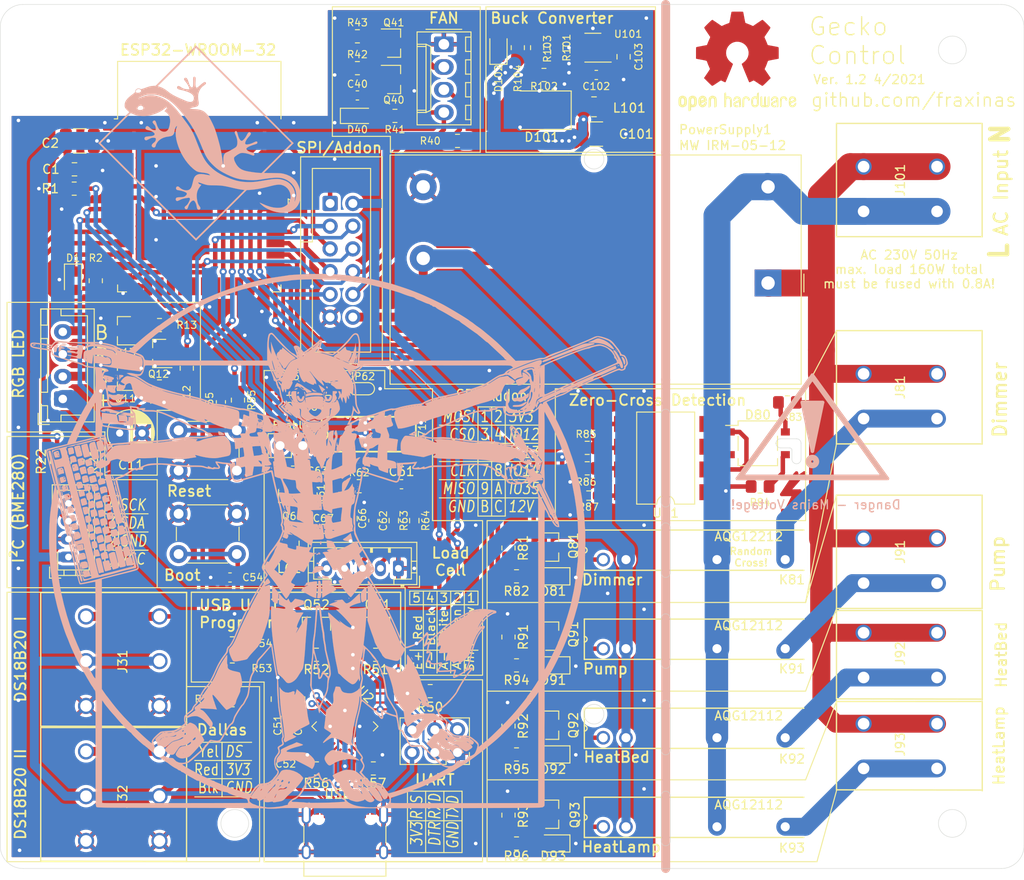
<source format=kicad_pcb>
(kicad_pcb (version 20171130) (host pcbnew 5.1.10)
  (layers (0 F.Cu signal) (31 B.Cu signal) (34 B.Paste user) (35 F.Paste user) (36 B.SilkS user) (37 F.SilkS user) (38 B.Mask user) (39 F.Mask user) (44 Edge.Cuts user))
  (net 0 "")
  (net 1 GND)
  (net 2 EN)
  (net 3 +12V)
  (net 4 +3V3)
  (net 5 "Net-(D1-Pad2)")
  (net 6 SPI_MOSI)
  (net 7 SPI_RES)
  (net 8 SPI_CLK)
  (net 9 SPI_MISO)
  (net 10 IO0)
  (net 11 SPI_CS0)
  (net 12 "Net-(C102-Pad2)")
  (net 13 "Net-(C102-Pad1)")
  (net 14 "Net-(D81-Pad2)")
  (net 15 "Net-(K81-Pad-)")
  (net 16 "Net-(K91-Pad-)")
  (net 17 "Net-(K92-Pad-)")
  (net 18 "Net-(K93-Pad-)")
  (net 19 "Net-(R101-Pad2)")
  (net 20 "Net-(R101-Pad1)")
  (net 21 /I2C_SDI)
  (net 22 /I2C_SCK)
  (net 23 /Green_out)
  (net 24 /Blue_out)
  (net 25 /Red_out)
  (net 26 /DS_in)
  (net 27 /Dimmer_out)
  (net 28 /ZX_in)
  (net 29 /Reset_switch)
  (net 30 /N)
  (net 31 /L)
  (net 32 /L_Dimmer)
  (net 33 /L_Relay1)
  (net 34 /L_Relay2)
  (net 35 /L_Relay3)
  (net 36 /Relay1_out)
  (net 37 /Relay2_out)
  (net 38 /Relay3_out)
  (net 39 /DTR)
  (net 40 /RTS)
  (net 41 /VBUS)
  (net 42 /D-)
  (net 43 /D+)
  (net 44 "Net-(D80-Pad2)")
  (net 45 "Net-(D80-Pad1)")
  (net 46 "Net-(D91-Pad2)")
  (net 47 "Net-(D92-Pad2)")
  (net 48 "Net-(D93-Pad2)")
  (net 49 "Net-(C61-Pad2)")
  (net 50 "Net-(C61-Pad1)")
  (net 51 "Net-(C62-Pad1)")
  (net 52 /E+)
  (net 53 FAN_PWM)
  (net 54 FAN_SIG)
  (net 55 /A-)
  (net 56 /A+)
  (net 57 HX_CLK)
  (net 58 "Net-(R61-Pad2)")
  (net 59 HX_DATA)
  (net 60 /AVDD)
  (net 61 "Net-(C63-Pad1)")
  (net 62 "Net-(JP62-Pad1)")
  (net 63 /Boot_switch)
  (net 64 /VDD)
  (net 65 TXD0)
  (net 66 "Net-(Q61-Pad1)")
  (net 67 "Net-(Q51-Pad1)")
  (net 68 "Net-(Q52-Pad1)")
  (net 69 "Net-(D80-Pad4)")
  (net 70 "Net-(D80-Pad3)")
  (net 71 "Net-(R86-Pad2)")
  (net 72 "Net-(R87-Pad1)")
  (net 73 "Net-(C40-Pad2)")
  (net 74 "Net-(D40-Pad2)")
  (net 75 "Net-(Q40-Pad3)")
  (net 76 /VFAN)
  (net 77 "Net-(J50-PadB5)")
  (net 78 "Net-(J50-PadA5)")
  (net 79 RXD0)
  (net 80 /TXD)
  (net 81 GPIO12)
  (net 82 "Net-(J11-Pad2)")
  (net 83 "Net-(J11-Pad3)")
  (net 84 "Net-(J11-Pad4)")
  (net 85 "Net-(D102-Pad2)")
  (module Resistor_SMD:R_0805_2012Metric_Pad1.20x1.40mm_HandSolder (layer F.Cu) (at 73.025 17.526 90)
    (fp_text reference R104 (at -3.429 0 90) (layer F.SilkS) (effects (font (size 0.8 0.8) (thickness 0.12))))
    (fp_text value 470R)
    (pad 2 smd roundrect (at 1 0 90) (size 1.2 1.4) (layers F.Cu F.Paste F.Mask) (roundrect_rratio 0.208333) (net 85 "Net-(D102-Pad2)"))
    (pad 1 smd roundrect (at -1 0 90) (size 1.2 1.4) (layers F.Cu F.Paste F.Mask) (roundrect_rratio 0.208333) (net 4 +3V3))
  )
  (module LED_SMD:LED_0805_2012Metric_Pad1.15x1.40mm_HandSolder (layer F.Cu) (at 70.866 17.526 90)
    (fp_text reference D102 (at -3.429 0 90) (layer F.SilkS) (effects (font (size 0.8 0.8) (thickness 0.12))))
    (fp_text value LED)
    (pad 2 smd roundrect (at 1.025 0 90) (size 1.15 1.4) (layers F.Cu F.Paste F.Mask) (roundrect_rratio 0.217391) (net 85 "Net-(D102-Pad2)"))
    (pad 1 smd roundrect (at -1.025 0 90) (size 1.15 1.4) (layers F.Cu F.Paste F.Mask) (roundrect_rratio 0.217391) (net 1 GND))
  )
  (module Diode_SMD:D_SOD-323_HandSoldering (layer F.Cu) (at 55.118 25.146)
    (fp_text reference D40 (at 0 1.524) (layer F.SilkS) (effects (font (size 0.8 0.8) (thickness 0.12))))
    (fp_text value 1N4148WS)
    (pad 2 smd rect (at 1.25 0) (size 1 1) (layers F.Cu F.Paste F.Mask) (net 74 "Net-(D40-Pad2)"))
    (pad 1 smd rect (at -1.25 0) (size 1 1) (layers F.Cu F.Paste F.Mask) (net 73 "Net-(C40-Pad2)"))
  )
  (module Package_DIP:SMDIP-8_W9.53mm (layer F.Cu) (at 89.535 63.373 180)
    (fp_text reference U81 (at 0 -6.14) (layer F.SilkS))
    (fp_text value 6N138)
    (pad 8 smd rect (at 4.765 -3.81 180) (size 2 1.78) (layers F.Cu F.Paste F.Mask) (net 72 "Net-(R87-Pad1)"))
    (pad 4 smd rect (at -4.765 3.81 180) (size 2 1.78) (layers F.Cu F.Paste F.Mask))
    (pad 7 smd rect (at 4.765 -1.27 180) (size 2 1.78) (layers F.Cu F.Paste F.Mask) (net 71 "Net-(R86-Pad2)"))
    (pad 3 smd rect (at -4.765 1.27 180) (size 2 1.78) (layers F.Cu F.Paste F.Mask) (net 44 "Net-(D80-Pad2)"))
    (pad 6 smd rect (at 4.765 1.27 180) (size 2 1.78) (layers F.Cu F.Paste F.Mask) (net 28 /ZX_in))
    (pad 2 smd rect (at -4.765 -1.27 180) (size 2 1.78) (layers F.Cu F.Paste F.Mask) (net 45 "Net-(D80-Pad1)"))
    (pad 5 smd rect (at 4.765 3.81 180) (size 2 1.78) (layers F.Cu F.Paste F.Mask) (net 1 GND))
    (pad 1 smd rect (at -4.765 -3.81 180) (size 2 1.78) (layers F.Cu F.Paste F.Mask))
  )
  (module Resistor_SMD:R_0805_2012Metric_Pad1.20x1.40mm_HandSolder (layer F.Cu) (at 103.124 57.15 180)
    (fp_text reference R83 (at -0.508 -1.65) (layer F.SilkS) (effects (font (size 0.8 0.8) (thickness 0.12))))
    (fp_text value 160k)
    (pad 2 smd roundrect (at 1 0 180) (size 1.2 1.4) (layers F.Cu F.Paste F.Mask) (roundrect_rratio 0.2083325) (net 69 "Net-(D80-Pad4)"))
    (pad 1 smd roundrect (at -1 0 180) (size 1.2 1.4) (layers F.Cu F.Paste F.Mask) (roundrect_rratio 0.2083325) (net 30 /N))
  )
  (module Capacitor_THT:CP_Radial_D5.0mm_P2.50mm (layer F.Cu) (at 28.575 60.579)
    (fp_text reference C11 (at 1.27 3.556) (layer F.SilkS))
    (fp_text value "47µF 25V")
    (pad 2 thru_hole circle (at 2.5 0) (size 1.6 1.6) (drill 0.8) (layers *.Cu *.Mask) (net 1 GND))
    (pad 1 thru_hole rect (at 0 0) (size 1.6 1.6) (drill 0.8) (layers *.Cu *.Mask) (net 3 +12V))
  )
  (module Fraxinas:repairfox (layer F.Cu) (at 52.07 72.771)
    (fp_text reference G*** hide)
    (fp_text value LOGO hide)
  )
  (module Fraxinas:purplegecko (layer F.Cu) (at 37.465 28.194)
    (fp_text reference G*** hide)
    (fp_text value LOGO hide)
  )
  (module RF_Module:ESP32-WROOM-32 (layer F.Cu) (at 37.465 34.925)
    (fp_text reference U1 hide)
    (fp_text value ESP32-WROOM-32 (at -0.127 -17.145) (layer F.SilkS) (effects (font (size 1.2 1.2) (thickness 0.2))))
    (pad 39 smd rect (at -1 -0.755) (size 5 5) (layers F.Cu F.Paste F.Mask) (net 1 GND))
    (pad 1 smd rect (at -8.5 -8.255) (size 2 0.9) (layers F.Cu F.Paste F.Mask) (net 1 GND))
    (pad 2 smd rect (at -8.5 -6.985) (size 2 0.9) (layers F.Cu F.Paste F.Mask) (net 4 +3V3))
    (pad 3 smd rect (at -8.5 -5.715) (size 2 0.9) (layers F.Cu F.Paste F.Mask) (net 2 EN))
    (pad 4 smd rect (at -8.5 -4.445) (size 2 0.9) (layers F.Cu F.Paste F.Mask))
    (pad 5 smd rect (at -8.5 -3.175) (size 2 0.9) (layers F.Cu F.Paste F.Mask))
    (pad 6 smd rect (at -8.5 -1.905) (size 2 0.9) (layers F.Cu F.Paste F.Mask) (net 59 HX_DATA))
    (pad 7 smd rect (at -8.5 -0.635) (size 2 0.9) (layers F.Cu F.Paste F.Mask) (net 54 FAN_SIG))
    (pad 8 smd rect (at -8.5 0.635) (size 2 0.9) (layers F.Cu F.Paste F.Mask) (net 25 /Red_out))
    (pad 9 smd rect (at -8.5 1.905) (size 2 0.9) (layers F.Cu F.Paste F.Mask) (net 23 /Green_out))
    (pad 10 smd rect (at -8.5 3.175) (size 2 0.9) (layers F.Cu F.Paste F.Mask) (net 21 /I2C_SDI))
    (pad 11 smd rect (at -8.5 4.445) (size 2 0.9) (layers F.Cu F.Paste F.Mask) (net 22 /I2C_SCK))
    (pad 12 smd rect (at -8.5 5.715) (size 2 0.9) (layers F.Cu F.Paste F.Mask) (net 24 /Blue_out))
    (pad 13 smd rect (at -8.5 6.985) (size 2 0.9) (layers F.Cu F.Paste F.Mask) (net 53 FAN_PWM))
    (pad 14 smd rect (at -8.5 8.255) (size 2 0.9) (layers F.Cu F.Paste F.Mask) (net 81 GPIO12))
    (pad 15 smd rect (at -5.715 9.255 90) (size 2 0.9) (layers F.Cu F.Paste F.Mask) (net 1 GND))
    (pad 16 smd rect (at -4.445 9.255 90) (size 2 0.9) (layers F.Cu F.Paste F.Mask) (net 57 HX_CLK))
    (pad 17 smd rect (at -3.175 9.255 90) (size 2 0.9) (layers F.Cu F.Paste F.Mask))
    (pad 18 smd rect (at -1.905 9.255 90) (size 2 0.9) (layers F.Cu F.Paste F.Mask))
    (pad 19 smd rect (at -0.635 9.255 90) (size 2 0.9) (layers F.Cu F.Paste F.Mask))
    (pad 20 smd rect (at 0.635 9.255 90) (size 2 0.9) (layers F.Cu F.Paste F.Mask))
    (pad 21 smd rect (at 1.905 9.255 90) (size 2 0.9) (layers F.Cu F.Paste F.Mask))
    (pad 22 smd rect (at 3.175 9.255 90) (size 2 0.9) (layers F.Cu F.Paste F.Mask))
    (pad 23 smd rect (at 4.445 9.255 90) (size 2 0.9) (layers F.Cu F.Paste F.Mask) (net 38 /Relay3_out))
    (pad 24 smd rect (at 5.715 9.255 90) (size 2 0.9) (layers F.Cu F.Paste F.Mask) (net 37 /Relay2_out))
    (pad 25 smd rect (at 8.5 8.255) (size 2 0.9) (layers F.Cu F.Paste F.Mask) (net 10 IO0))
    (pad 26 smd rect (at 8.5 6.985) (size 2 0.9) (layers F.Cu F.Paste F.Mask) (net 36 /Relay1_out))
    (pad 27 smd rect (at 8.5 5.715) (size 2 0.9) (layers F.Cu F.Paste F.Mask) (net 27 /Dimmer_out))
    (pad 28 smd rect (at 8.5 4.445) (size 2 0.9) (layers F.Cu F.Paste F.Mask) (net 28 /ZX_in))
    (pad 29 smd rect (at 8.5 3.175) (size 2 0.9) (layers F.Cu F.Paste F.Mask) (net 11 SPI_CS0))
    (pad 30 smd rect (at 8.5 1.905) (size 2 0.9) (layers F.Cu F.Paste F.Mask) (net 8 SPI_CLK))
    (pad 31 smd rect (at 8.5 0.635) (size 2 0.9) (layers F.Cu F.Paste F.Mask) (net 9 SPI_MISO))
    (pad 32 smd rect (at 8.5 -0.635) (size 2 0.9) (layers F.Cu F.Paste F.Mask))
    (pad 33 smd rect (at 8.5 -1.905) (size 2 0.9) (layers F.Cu F.Paste F.Mask) (net 7 SPI_RES))
    (pad 34 smd rect (at 8.5 -3.175) (size 2 0.9) (layers F.Cu F.Paste F.Mask) (net 79 RXD0))
    (pad 35 smd rect (at 8.5 -4.445) (size 2 0.9) (layers F.Cu F.Paste F.Mask) (net 65 TXD0))
    (pad 36 smd rect (at 8.5 -5.715) (size 2 0.9) (layers F.Cu F.Paste F.Mask) (net 26 /DS_in))
    (pad 37 smd rect (at 8.5 -6.985) (size 2 0.9) (layers F.Cu F.Paste F.Mask) (net 6 SPI_MOSI))
    (pad 38 smd rect (at 8.5 -8.255) (size 2 0.9) (layers F.Cu F.Paste F.Mask) (net 1 GND))
  )
  (module Resistor_SMD:R_0805_2012Metric_Pad1.20x1.40mm_HandSolder (layer F.Cu) (at 25.908 43.561 270)
    (fp_text reference R2 (at -2.54 0 180) (layer F.SilkS) (effects (font (size 0.8 0.8) (thickness 0.12))))
    (fp_text value 470R)
    (pad 2 smd roundrect (at 1 0 270) (size 1.2 1.4) (layers F.Cu F.Paste F.Mask) (roundrect_rratio 0.208333) (net 5 "Net-(D1-Pad2)"))
    (pad 1 smd roundrect (at -1 0 270) (size 1.2 1.4) (layers F.Cu F.Paste F.Mask) (roundrect_rratio 0.208333) (net 81 GPIO12))
  )
  (module LED_SMD:LED_0805_2012Metric_Pad1.15x1.40mm_HandSolder (layer F.Cu) (at 23.368 43.561 270)
    (fp_text reference D1 (at -2.54 0 180) (layer F.SilkS) (effects (font (size 0.8 0.8) (thickness 0.12))))
    (fp_text value LED)
    (pad 2 smd roundrect (at 1.025 0 270) (size 1.15 1.4) (layers F.Cu F.Paste F.Mask) (roundrect_rratio 0.217391) (net 5 "Net-(D1-Pad2)"))
    (pad 1 smd roundrect (at -1.025 0 270) (size 1.15 1.4) (layers F.Cu F.Paste F.Mask) (roundrect_rratio 0.217391) (net 1 GND))
  )
  (module Fraxinas:SolderJumper-2_Open_Mini (layer F.Cu) (at 55.626 55.626)
    (fp_text reference JP62 (at 0 -1.372513) (layer F.SilkS) (effects (font (size 0.8 0.8) (thickness 0.12))))
    (fp_text value Jumper hide)
    (pad 2 smd custom (at 0.635 -0.006) (size 0.8 0.4) (layers F.Cu F.Mask) (net 1 GND) (options (clearance outline) (anchor rect)) (primitives (gr_poly (pts (xy 0.119 -0.4385) (xy -0.381 -0.4385) (xy -0.381 0.4385) (xy 0.119 0.4385)) (width 0)) (gr_circle (center 0 0) (end 0.5 0) (width 0))))
    (pad 1 smd custom (at -0.635 -0.006) (size 0.8 0.4) (layers F.Cu F.Mask) (net 62 "Net-(JP62-Pad1)") (options (clearance outline) (anchor rect)) (primitives (gr_poly (pts (xy -0.119 -0.4385) (xy 0.381 -0.4385) (xy 0.381 0.4385) (xy -0.119 0.4385)) (width 0)) (gr_circle (center -0.015 0) (end 0.485 0) (width 0))))
  )
  (module Fraxinas:OSHW-Logo2_14.6x12mm_Mask (layer F.Cu) (at 97.536 19.05)
    (fp_text reference LOGO1 hide)
    (fp_text value Logo_Open_Hardware_Small hide)
    (fp_poly (pts (xy 0.209014 -5.547002) (xy 0.367006 -5.546137) (xy 0.481347 -5.543795) (xy 0.559407 -5.539238) (xy 0.608554 -5.53173) (xy 0.636159 -5.520534) (xy 0.649592 -5.504912) (xy 0.656221 -5.484127) (xy 0.656865 -5.481437) (xy 0.666935 -5.432887) (xy 0.685575 -5.337095) (xy 0.710845 -5.204257) (xy 0.740807 -5.044569) (xy 0.773522 -4.868226) (xy 0.774664 -4.862033) (xy 0.807433 -4.689218) (xy 0.838093 -4.536531) (xy 0.864664 -4.413129) (xy 0.885167 -4.328169) (xy 0.897626 -4.29081) (xy 0.89822 -4.290148) (xy 0.934919 -4.271905) (xy 1.010586 -4.241503) (xy 1.108878 -4.205507) (xy 1.109425 -4.205315) (xy 1.233233 -4.158778) (xy 1.379196 -4.099496) (xy 1.516781 -4.039891) (xy 1.523293 -4.036944) (xy 1.74739 -3.935235) (xy 2.243619 -4.274103) (xy 2.395846 -4.377408) (xy 2.533741 -4.469763) (xy 2.649315 -4.545916) (xy 2.734579 -4.600615) (xy 2.781544 -4.628607) (xy 2.786004 -4.630683) (xy 2.820134 -4.62144) (xy 2.883881 -4.576844) (xy 2.979731 -4.494791) (xy 3.110169 -4.373179) (xy 3.243328 -4.243795) (xy 3.371694 -4.116298) (xy 3.486581 -3.999954) (xy 3.581073 -3.901948) (xy 3.648253 -3.829464) (xy 3.681206 -3.789687) (xy 3.682432 -3.787639) (xy 3.686074 -3.760344) (xy 3.67235 -3.715766) (xy 3.637869 -3.647888) (xy 3.579239 -3.550689) (xy 3.49307 -3.418149) (xy 3.3782 -3.247524) (xy 3.276254 -3.097345) (xy 3.185123 -2.96265) (xy 3.110073 -2.85126) (xy 3.056369 -2.770995) (xy 3.02928 -2.729675) (xy 3.027574 -2.72687) (xy 3.030882 -2.687279) (xy 3.055953 -2.610331) (xy 3.097798 -2.510568) (xy 3.112712 -2.478709) (xy 3.177786 -2.336774) (xy 3.247212 -2.175727) (xy 3.303609 -2.036379) (xy 3.344247 -1.932956) (xy 3.376526 -1.854358) (xy 3.395178 -1.81328) (xy 3.397497 -1.810115) (xy 3.431803 -1.804872) (xy 3.512669 -1.790506) (xy 3.629343 -1.769063) (xy 3.771075 -1.742587) (xy 3.92711 -1.713123) (xy 4.086698 -1.682717) (xy 4.239085 -1.653412) (xy 4.373521 -1.627255) (xy 4.479252 -1.60629) (xy 4.545526 -1.592561) (xy 4.561782 -1.58868) (xy 4.578573 -1.5791) (xy 4.591249 -1.557464) (xy 4.600378 -1.516469) (xy 4.606531 -1.448811) (xy 4.61028 -1.347188) (xy 4.612192 -1.204297) (xy 4.61284 -1.012835) (xy 4.612874 -0.934355) (xy 4.612874 -0.296094) (xy 4.459598 -0.26584) (xy 4.374322 -0.249436) (xy 4.24707 -0.225491) (xy 4.093315 -0.196893) (xy 3.928534 -0.166533) (xy 3.882989 -0.158194) (xy 3.730932 -0.12863) (xy 3.598468 -0.099558) (xy 3.496714 -0.073671) (xy 3.436788 -0.053663) (xy 3.426805 -0.047699) (xy 3.402293 -0.005466) (xy 3.367148 0.07637) (xy 3.328173 0.181683) (xy 3.320442 0.204368) (xy 3.26936 0.345018) (xy 3.205954 0.503714) (xy 3.143904 0.646225) (xy 3.143598 0.646886) (xy 3.040267 0.87044) (xy 3.719961 1.870232) (xy 3.283621 2.3073) (xy 3.151649 2.437381) (xy 3.031279 2.552048) (xy 2.929273 2.645181) (xy 2.852391 2.710658) (xy 2.807393 2.742357) (xy 2.800938 2.744368) (xy 2.76304 2.728529) (xy 2.685708 2.684496) (xy 2.577389 2.61749) (xy 2.446532 2.532734) (xy 2.305052 2.437816) (xy 2.161461 2.340998) (xy 2.033435 2.256751) (xy 1.929105 2.190258) (xy 1.8566 2.146702) (xy 1.824158 2.131264) (xy 1.784576 2.144328) (xy 1.709519 2.17875) (xy 1.614468 2.22738) (xy 1.604392 2.232785) (xy 1.476391 2.29698) (xy 1.388618 2.328463) (xy 1.334028 2.328798) (xy 1.305575 2.299548) (xy 1.30541 2.299138) (xy 1.291188 2.264498) (xy 1.257269 2.182269) (xy 1.206284 2.058814) (xy 1.140862 1.900498) (xy 1.063634 1.713686) (xy 0.977229 1.504742) (xy 0.893551 1.302446) (xy 0.801588 1.0792) (xy 0.71715 0.872392) (xy 0.642769 0.688362) (xy 0.580974 0.533451) (xy 0.534297 0.413996) (xy 0.505268 0.336339) (xy 0.496322 0.307356) (xy 0.518756 0.27411) (xy 0.577439 0.221123) (xy 0.655689 0.162704) (xy 0.878534 -0.022048) (xy 1.052718 -0.233818) (xy 1.176154 -0.468144) (xy 1.246754 -0.720566) (xy 1.262431 -0.986623) (xy 1.251036 -1.109425) (xy 1.18895 -1.364207) (xy 1.082023 -1.589199) (xy 0.936889 -1.782183) (xy 0.760178 -1.940939) (xy 0.558522 -2.06325) (xy 0.338554 -2.146895) (xy 0.106906 -2.189656) (xy -0.129791 -2.189313) (xy -0.364905 -2.143648) (xy -0.591804 -2.050441) (xy -0.803856 -1.907473) (xy -0.892364 -1.826617) (xy -1.062111 -1.618993) (xy -1.180301 -1.392105) (xy -1.247722 -1.152567) (xy -1.26516 -0.906993) (xy -1.233402 -0.661997) (xy -1.153235 -0.424192) (xy -1.025445 -0.200193) (xy -0.85082 0.003387) (xy -0.655688 0.162704) (xy -0.574409 0.223602) (xy -0.516991 0.276015) (xy -0.496322 0.307406) (xy -0.507144 0.341639) (xy -0.537923 0.423419) (xy -0.586126 0.546407) (xy -0.649222 0.704263) (xy -0.724678 0.890649) (xy -0.809962 1.099226) (xy -0.893781 1.302496) (xy -0.986255 1.525933) (xy -1.071911 1.732984) (xy -1.148118 1.917286) (xy -1.212247 2.072475) (xy -1.261668 2.192188) (xy -1.293752 2.270061) (xy -1.305641 2.299138) (xy -1.333726 2.328677) (xy -1.388051 2.328591) (xy -1.475605 2.297326) (xy -1.603381 2.233329) (xy -1.604392 2.232785) (xy -1.700598 2.183121) (xy -1.778369 2.146945) (xy -1.822223 2.131408) (xy -1.824158 2.131264) (xy -1.857171 2.147024) (xy -1.930054 2.19085) (xy -2.034678 2.257557) (xy -2.16291 2.341964) (xy -2.305052 2.437816) (xy -2.449767 2.534867) (xy -2.580196 2.61927) (xy -2.68789 2.685801) (xy -2.764402 2.729238) (xy -2.800938 2.744368) (xy -2.834582 2.724482) (xy -2.902224 2.668903) (xy -2.997107 2.583754) (xy -3.11247 2.475153) (xy -3.241555 2.349221) (xy -3.283771 2.307149) (xy -3.720261 1.869931) (xy -3.388023 1.38234) (xy -3.287054 1.232605) (xy -3.198438 1.09822) (xy -3.127146 0.986969) (xy -3.07815 0.906639) (xy -3.056422 0.865014) (xy -3.055785 0.862053) (xy -3.06724 0.822818) (xy -3.098051 0.743895) (xy -3.142884 0.638509) (xy -3.174353 0.567954) (xy -3.233192 0.432876) (xy -3.288604 0.296409) (xy -3.331564 0.181103) (xy -3.343234 0.145977) (xy -3.376389 0.052174) (xy -3.408799 -0.020306) (xy -3.426601 -0.047699) (xy -3.465886 -0.064464) (xy -3.551626 -0.08823) (xy -3.672697 -0.116303) (xy -3.817973 -0.145991) (xy -3.882988 -0.158194) (xy -4.048087 -0.188532) (xy -4.206448 -0.217907) (xy -4.342596 -0.243431) (xy -4.441057 -0.262215) (xy -4.459598 -0.26584) (xy -4.612873 -0.296094) (xy -4.612873 -0.934355) (xy -4.612529 -1.14423) (xy -4.611116 -1.30302) (xy -4.608064 -1.418027) (xy -4.602803 -1.496554) (xy -4.594763 -1.545904) (xy -4.583373 -1.573381) (xy -4.568063 -1.586287) (xy -4.561782 -1.58868) (xy -4.523896 -1.597167) (xy -4.440195 -1.6141) (xy -4.321433 -1.637434) (xy -4.178361 -1.665125) (xy -4.021732 -1.695127) (xy -3.862297 -1.725396) (xy -3.710809 -1.753885) (xy -3.578019 -1.778551) (xy -3.474681 -1.797349) (xy -3.411545 -1.808233) (xy -3.397497 -1.810115) (xy -3.38477 -1.835296) (xy -3.3566 -1.902378) (xy -3.318252 -1.998667) (xy -3.303609 -2.036379) (xy -3.244548 -2.182079) (xy -3.175 -2.343049) (xy -3.112712 -2.478709) (xy -3.066879 -2.582439) (xy -3.036387 -2.667674) (xy -3.026208 -2.719874) (xy -3.027831 -2.72687) (xy -3.049343 -2.759898) (xy -3.098465 -2.833357) (xy -3.169923 -2.939423) (xy -3.258445 -3.070274) (xy -3.358759 -3.218088) (xy -3.378594 -3.247266) (xy -3.494988 -3.420137) (xy -3.580548 -3.551774) (xy -3.638684 -3.648239) (xy -3.672808 -3.715592) (xy -3.686331 -3.759894) (xy -3.682664 -3.787206) (xy -3.68257 -3.78738) (xy -3.653707 -3.823254) (xy -3.589867 -3.892609) (xy -3.497969 -3.988255) (xy -3.384933 -4.103001) (xy -3.257679 -4.229659) (xy -3.243328 -4.243795) (xy -3.082957 -4.399097) (xy -2.959195 -4.51313) (xy -2.869555 -4.587998) (xy -2.811552 -4.625804) (xy -2.786004 -4.630683) (xy -2.748718 -4.609397) (xy -2.671343 -4.560227) (xy -2.561867 -4.488425) (xy -2.42828 -4.399245) (xy -2.27857 -4.297937) (xy -2.243618 -4.274103) (xy -1.74739 -3.935235) (xy -1.523293 -4.036944) (xy -1.387011 -4.096217) (xy -1.240724 -4.15583) (xy -1.114965 -4.20336) (xy -1.109425 -4.205315) (xy -1.011057 -4.241323) (xy -0.935229 -4.271771) (xy -0.898282 -4.290095) (xy -0.89822 -4.290148) (xy -0.886496 -4.323271) (xy -0.866568 -4.404733) (xy -0.840413 -4.525375) (xy -0.81001 -4.676041) (xy -0.777337 -4.847572) (xy -0.774664 -4.862033) (xy -0.74189 -5.038765) (xy -0.711802 -5.19919) (xy -0.686339 -5.333112) (xy -0.667441 -5.430337) (xy -0.657047 -5.480668) (xy -0.656865 -5.481437) (xy -0.650539 -5.502847) (xy -0.638239 -5.519012) (xy -0.612594 -5.530669) (xy -0.566235 -5.538555) (xy -0.491792 -5.543407) (xy -0.381895 -5.545961) (xy -0.229175 -5.546955) (xy -0.026262 -5.547126) (xy 0 -5.547126) (xy 0.209014 -5.547002)) (layer F.Cu) (width 0.01))
  )
  (module Connector_PinSocket_2.54mm:PinSocket_2x03_P2.54mm_Vertical (layer F.Cu) (at 66.294 96.266 270)
    (fp_text reference J51 hide)
    (fp_text value UART (at 3.048 2.54 180) (layer F.SilkS) (effects (font (size 1.2 1.2) (thickness 0.2))))
    (pad 6 thru_hole oval (at -2.54 5.08 270) (size 1.7 1.7) (drill 1) (layers *.Cu *.Mask) (net 40 /RTS))
    (pad 5 thru_hole oval (at 0 5.08 270) (size 1.7 1.7) (drill 1) (layers *.Cu *.Mask) (net 4 +3V3))
    (pad 4 thru_hole oval (at -2.54 2.54 270) (size 1.7 1.7) (drill 1) (layers *.Cu *.Mask) (net 65 TXD0))
    (pad 3 thru_hole oval (at 0 2.54 270) (size 1.7 1.7) (drill 1) (layers *.Cu *.Mask) (net 39 /DTR))
    (pad 2 thru_hole oval (at -2.54 0 270) (size 1.7 1.7) (drill 1) (layers *.Cu *.Mask) (net 80 /TXD))
    (pad 1 thru_hole rect (at 0 0 270) (size 1.7 1.7) (drill 1) (layers *.Cu *.Mask) (net 1 GND))
  )
  (module Resistor_SMD:R_0805_2012Metric_Pad1.20x1.40mm_HandSolder (layer F.Cu) (at 55.118 16.256 180)
    (fp_text reference R43 (at 0 1.524) (layer F.SilkS) (effects (font (size 0.8 0.8) (thickness 0.12))))
    (fp_text value 68k)
    (pad 2 smd roundrect (at 1 0 180) (size 1.2 1.4) (layers F.Cu F.Paste F.Mask) (roundrect_rratio 0.208333) (net 3 +12V))
    (pad 1 smd roundrect (at -1 0 180) (size 1.2 1.4) (layers F.Cu F.Paste F.Mask) (roundrect_rratio 0.208333) (net 75 "Net-(Q40-Pad3)"))
  )
  (module Resistor_SMD:R_0805_2012Metric_Pad1.20x1.40mm_HandSolder (layer F.Cu) (at 55.118 19.812 180)
    (fp_text reference R42 (at 0 1.524 180) (layer F.SilkS) (effects (font (size 0.8 0.8) (thickness 0.12))))
    (fp_text value 160k)
    (pad 2 smd roundrect (at 1 0 180) (size 1.2 1.4) (layers F.Cu F.Paste F.Mask) (roundrect_rratio 0.208333) (net 1 GND))
    (pad 1 smd roundrect (at -1 0 180) (size 1.2 1.4) (layers F.Cu F.Paste F.Mask) (roundrect_rratio 0.208333) (net 73 "Net-(C40-Pad2)"))
  )
  (module Resistor_SMD:R_0805_2012Metric_Pad1.20x1.40mm_HandSolder (layer F.Cu) (at 59.309 25.146)
    (fp_text reference R41 (at 0 1.524) (layer F.SilkS) (effects (font (size 0.8 0.8) (thickness 0.12))))
    (fp_text value 1k)
    (pad 2 smd roundrect (at 1 0) (size 1.2 1.4) (layers F.Cu F.Paste F.Mask) (roundrect_rratio 0.208333) (net 53 FAN_PWM))
    (pad 1 smd roundrect (at -1 0) (size 1.2 1.4) (layers F.Cu F.Paste F.Mask) (roundrect_rratio 0.208333) (net 74 "Net-(D40-Pad2)"))
  )
  (module Package_TO_SOT_SMD:SOT-23 (layer F.Cu) (at 59.182 17.018)
    (fp_text reference Q41 (at 0 -2.286) (layer F.SilkS) (effects (font (size 0.8 0.8) (thickness 0.12))))
    (fp_text value AO3401A)
    (pad 3 smd rect (at 1 0) (size 0.9 0.8) (layers F.Cu F.Paste F.Mask) (net 76 /VFAN))
    (pad 2 smd rect (at -1 0.95) (size 0.9 0.8) (layers F.Cu F.Paste F.Mask) (net 3 +12V))
    (pad 1 smd rect (at -1 -0.95) (size 0.9 0.8) (layers F.Cu F.Paste F.Mask) (net 75 "Net-(Q40-Pad3)"))
  )
  (module Package_TO_SOT_SMD:SOT-23 (layer F.Cu) (at 59.182 21.082)
    (fp_text reference Q40 (at 0 2.286) (layer F.SilkS) (effects (font (size 0.8 0.8) (thickness 0.12))))
    (fp_text value AO3400A)
    (pad 3 smd rect (at 1 0) (size 0.9 0.8) (layers F.Cu F.Paste F.Mask) (net 75 "Net-(Q40-Pad3)"))
    (pad 2 smd rect (at -1 0.95) (size 0.9 0.8) (layers F.Cu F.Paste F.Mask) (net 1 GND))
    (pad 1 smd rect (at -1 -0.95) (size 0.9 0.8) (layers F.Cu F.Paste F.Mask) (net 73 "Net-(C40-Pad2)"))
  )
  (module Capacitor_SMD:C_0603_1608Metric_Pad1.08x0.95mm_HandSolder (layer F.Cu) (at 55.118 22.86)
    (fp_text reference C40 (at 0 -1.27 180) (layer F.SilkS) (effects (font (size 0.8 0.8) (thickness 0.12))))
    (fp_text value 22nF)
    (pad 2 smd roundrect (at 0.8625 0) (size 1.075 0.95) (layers F.Cu F.Paste F.Mask) (net 73 "Net-(C40-Pad2)"))
    (pad 1 smd roundrect (at -0.8625 0) (size 1.075 0.95) (layers F.Cu F.Paste F.Mask) (net 1 GND))
  )
  (module Resistor_SMD:R_0805_2012Metric_Pad1.20x1.40mm_HandSolder (layer F.Cu) (at 66.294 27.94 180)
    (fp_text reference R40 (at 3.048 0) (layer F.SilkS) (effects (font (size 0.8 0.8) (thickness 0.12))))
    (fp_text value 12k)
    (pad 2 smd roundrect (at 1 0 180) (size 1.2 1.4) (layers F.Cu F.Paste F.Mask) (roundrect_rratio 0.208333) (net 54 FAN_SIG))
    (pad 1 smd roundrect (at -1 0 180) (size 1.2 1.4) (layers F.Cu F.Paste F.Mask) (roundrect_rratio 0.208333) (net 4 +3V3))
  )
  (module Resistor_SMD:R_0805_2012Metric_Pad1.20x1.40mm_HandSolder (layer F.Cu) (at 80.772 64.516)
    (fp_text reference R86 (at -0.127 1.524) (layer F.SilkS) (effects (font (size 0.8 0.8) (thickness 0.12))))
    (fp_text value 100k)
    (pad 2 smd roundrect (at 1 0) (size 1.2 1.4) (layers F.Cu F.Paste F.Mask) (roundrect_rratio 0.208333) (net 71 "Net-(R86-Pad2)"))
    (pad 1 smd roundrect (at -1 0) (size 1.2 1.4) (layers F.Cu F.Paste F.Mask) (roundrect_rratio 0.208333) (net 1 GND))
  )
  (module Resistor_SMD:R_0805_2012Metric_Pad1.20x1.40mm_HandSolder (layer F.Cu) (at 80.772 62.23 180)
    (fp_text reference R85 (at 0.127 1.524) (layer F.SilkS) (effects (font (size 0.8 0.8) (thickness 0.12))))
    (fp_text value 12k)
    (pad 2 smd roundrect (at 1 0 180) (size 1.2 1.4) (layers F.Cu F.Paste F.Mask) (roundrect_rratio 0.208333) (net 4 +3V3))
    (pad 1 smd roundrect (at -1 0 180) (size 1.2 1.4) (layers F.Cu F.Paste F.Mask) (roundrect_rratio 0.208333) (net 28 /ZX_in))
  )
  (module Resistor_SMD:R_0603_1608Metric_Pad0.98x0.95mm_HandSolder (layer F.Cu) (at 80.972 67.564 180)
    (fp_text reference R87 (at 0.073 -1.27) (layer F.SilkS) (effects (font (size 0.8 0.8) (thickness 0.12))))
    (fp_text value 100R)
    (pad 2 smd roundrect (at 0.9125 0 180) (size 0.975 0.95) (layers F.Cu F.Paste F.Mask) (net 4 +3V3))
    (pad 1 smd roundrect (at -0.9125 0 180) (size 0.975 0.95) (layers F.Cu F.Paste F.Mask) (net 72 "Net-(R87-Pad1)"))
  )
  (module Resistor_SMD:R_0805_2012Metric_Pad1.20x1.40mm_HandSolder (layer F.Cu) (at 100.076 66.548)
    (fp_text reference R84 (at 0 1.778) (layer F.SilkS) (effects (font (size 0.8 0.8) (thickness 0.12))))
    (fp_text value 160k)
    (pad 2 smd roundrect (at 1 0) (size 1.2 1.4) (layers F.Cu F.Paste F.Mask) (roundrect_rratio 0.208333) (net 70 "Net-(D80-Pad3)"))
    (pad 1 smd roundrect (at -1 0) (size 1.2 1.4) (layers F.Cu F.Paste F.Mask) (roundrect_rratio 0.208333) (net 31 /L))
  )
  (module Fraxinas:CP2102-QFN-28-modified (layer F.Cu) (at 53.721 93.345 315)
    (fp_text reference U2 (at -0.898026 -4.130918 315) (layer F.SilkS))
    (fp_text value CP2102)
    (pad 29 smd rect (at 0 0 315) (size 3.35 3.35) (layers F.Cu F.Mask) (net 1 GND))
    (pad 28 smd roundrect (at -1.5 -2.75 315) (size 0.25 1.45) (layers F.Cu F.Paste F.Mask) (net 39 /DTR))
    (pad 27 smd roundrect (at -1 -2.45 315) (size 0.25 0.8) (layers F.Cu F.Paste F.Mask))
    (pad 26 smd roundrect (at -0.5 -2.75 315) (size 0.25 1.45) (layers F.Cu F.Paste F.Mask) (net 80 /TXD))
    (pad 25 smd roundrect (at 0 -2.75 315) (size 0.25 1.45) (layers F.Cu F.Paste F.Mask) (net 65 TXD0))
    (pad 24 smd roundrect (at 0.5 -2.75 315) (size 0.25 1.45) (layers F.Cu F.Paste F.Mask) (net 40 /RTS))
    (pad 23 smd roundrect (at 1 -2.45 315) (size 0.25 0.8) (layers F.Cu F.Paste F.Mask))
    (pad 22 smd roundrect (at 1.5 -2.45 315) (size 0.25 0.8) (layers F.Cu F.Paste F.Mask))
    (pad 21 smd roundrect (at 2.45 -1.5 315) (size 0.8 0.25) (layers F.Cu F.Paste F.Mask))
    (pad 20 smd roundrect (at 2.45 -1 315) (size 0.8 0.25) (layers F.Cu F.Paste F.Mask))
    (pad 19 smd roundrect (at 2.45 -0.5 315) (size 0.8 0.25) (layers F.Cu F.Paste F.Mask))
    (pad 18 smd roundrect (at 2.45 0 315) (size 0.8 0.25) (layers F.Cu F.Paste F.Mask))
    (pad 17 smd roundrect (at 2.45 0.5 315) (size 0.8 0.25) (layers F.Cu F.Paste F.Mask))
    (pad 16 smd roundrect (at 2.45 1 315) (size 0.8 0.25) (layers F.Cu F.Paste F.Mask))
    (pad 15 smd roundrect (at 2.45 1.5 315) (size 0.8 0.25) (layers F.Cu F.Paste F.Mask))
    (pad 14 smd roundrect (at 1.5 2.45 315) (size 0.25 0.8) (layers F.Cu F.Paste F.Mask))
    (pad 13 smd roundrect (at 1 2.45 315) (size 0.25 0.8) (layers F.Cu F.Paste F.Mask))
    (pad 12 smd roundrect (at 0.5 2.45 315) (size 0.25 0.8) (layers F.Cu F.Paste F.Mask))
    (pad 11 smd roundrect (at 0 2.45 315) (size 0.25 0.8) (layers F.Cu F.Paste F.Mask))
    (pad 10 smd roundrect (at -0.5 2.45 315) (size 0.25 0.8) (layers F.Cu F.Paste F.Mask))
    (pad 9 smd roundrect (at -1 2.45 315) (size 0.25 0.8) (layers F.Cu F.Paste F.Mask))
    (pad 8 smd roundrect (at -1.5 2.75 315) (size 0.25 1.45) (layers F.Cu F.Paste F.Mask) (net 41 /VBUS))
    (pad 7 smd roundrect (at -2.75 1.5 315) (size 1.45 0.25) (layers F.Cu F.Paste F.Mask) (net 41 /VBUS))
    (pad 6 smd roundrect (at -2.75 1 315) (size 1.45 0.25) (layers F.Cu F.Paste F.Mask) (net 64 /VDD))
    (pad 5 smd roundrect (at -2.75 0.5 315) (size 1.45 0.25) (layers F.Cu F.Paste F.Mask) (net 42 /D-))
    (pad 4 smd roundrect (at -2.75 0 315) (size 1.45 0.25) (layers F.Cu F.Paste F.Mask) (net 43 /D+))
    (pad 3 smd roundrect (at -2.55 -0.5 315) (size 1.85 0.25) (layers F.Cu F.Paste F.Mask) (net 1 GND))
    (pad 2 smd roundrect (at -2.45 -1 315) (size 0.8 0.25) (layers F.Cu F.Paste F.Mask))
    (pad 1 smd roundrect (at -2.45 -1.5 315) (size 0.8 0.25) (layers F.Cu F.Paste F.Mask))
  )
  (module Capacitor_SMD:C_0805_2012Metric_Pad1.18x1.45mm_HandSolder (layer F.Cu) (at 48.514 90.297 270)
    (fp_text reference C53 (at 2.921 0 90) (layer F.SilkS) (effects (font (size 0.8 0.8) (thickness 0.12))))
    (fp_text value 1µF)
    (pad 2 smd roundrect (at 1.0375 0 270) (size 1.175 1.45) (layers F.Cu F.Paste F.Mask) (roundrect_rratio 0.212766) (net 64 /VDD))
    (pad 1 smd roundrect (at -1.0375 0 270) (size 1.175 1.45) (layers F.Cu F.Paste F.Mask) (roundrect_rratio 0.212766) (net 1 GND))
  )
  (module Fraxinas:WAGO-2604-1102 (layer F.Cu) (at 111.633 77.343 90)
    (fp_text reference J91 (at 3.499998 4.099999 90) (layer F.SilkS))
    (fp_text value Pump (at 2.159 14.986 90) (layer F.SilkS) (effects (font (size 1.5 1.5) (thickness 0.25))))
    (pad 1 thru_hole circle (at 0 0 90) (size 1.8034 1.8034) (drill 1.2954) (layers *.Cu *.Mask) (net 33 /L_Relay1))
    (pad 3 thru_hole circle (at 5 0 90) (size 1.8034 1.8034) (drill 1.2954) (layers *.Cu *.Mask) (net 30 /N))
    (pad 2 thru_hole circle (at 0 8.199999 90) (size 1.8034 1.8034) (drill 1.2954) (layers *.Cu *.Mask) (net 33 /L_Relay1))
    (pad 4 thru_hole circle (at 5 8.199999 90) (size 1.8034 1.8034) (drill 1.2954) (layers *.Cu *.Mask) (net 30 /N))
  )
  (module Fraxinas:WAGO-2604-1103-bare (layer F.Cu) (at 33.02 96.139 270)
    (fp_text reference J32 (at 5.0546 4.099999 270) (layer F.SilkS))
    (fp_text value "DS18B20 II" (at 4.7752 15.5194 90) (layer F.SilkS) (effects (font (size 1.2 1.2) (thickness 0.2))))
    (fp_text user * (at 0 0 270) (layer F.SilkS))
    (pad 6 thru_hole circle (at 10 8.199999 270) (size 1.8034 1.8034) (drill 1.2954) (layers *.Cu *.Mask) (net 1 GND))
    (pad 4 thru_hole circle (at 5 8.199999 270) (size 1.8034 1.8034) (drill 1.2954) (layers *.Cu *.Mask) (net 4 +3V3))
    (pad 2 thru_hole circle (at 0 8.199999 270) (size 1.8034 1.8034) (drill 1.2954) (layers *.Cu *.Mask) (net 26 /DS_in))
    (pad 5 thru_hole circle (at 10 0 270) (size 1.8034 1.8034) (drill 1.2954) (layers *.Cu *.Mask) (net 1 GND))
    (pad 3 thru_hole circle (at 5 0 270) (size 1.8034 1.8034) (drill 1.2954) (layers *.Cu *.Mask) (net 4 +3V3))
    (pad 1 thru_hole circle (at 0 0 270) (size 1.8034 1.8034) (drill 1.2954) (layers *.Cu *.Mask) (net 26 /DS_in))
  )
  (module Fraxinas:WAGO-2604-1103-bare (layer F.Cu) (at 33.02 81.059 270)
    (fp_text reference J31 (at 5.0546 4.099999 270) (layer F.SilkS))
    (fp_text value "DS18B20 I" (at 4.7752 15.5194 90) (layer F.SilkS) (effects (font (size 1.2 1.2) (thickness 0.2))))
    (fp_text user * (at 0 0 270) (layer F.SilkS))
    (pad 6 thru_hole circle (at 10 8.199999 270) (size 1.8034 1.8034) (drill 1.2954) (layers *.Cu *.Mask) (net 1 GND))
    (pad 4 thru_hole circle (at 5 8.199999 270) (size 1.8034 1.8034) (drill 1.2954) (layers *.Cu *.Mask) (net 4 +3V3))
    (pad 2 thru_hole circle (at 0 8.199999 270) (size 1.8034 1.8034) (drill 1.2954) (layers *.Cu *.Mask) (net 26 /DS_in))
    (pad 5 thru_hole circle (at 10 0 270) (size 1.8034 1.8034) (drill 1.2954) (layers *.Cu *.Mask) (net 1 GND))
    (pad 3 thru_hole circle (at 5 0 270) (size 1.8034 1.8034) (drill 1.2954) (layers *.Cu *.Mask) (net 4 +3V3))
    (pad 1 thru_hole circle (at 0 0 270) (size 1.8034 1.8034) (drill 1.2954) (layers *.Cu *.Mask) (net 26 /DS_in))
  )
  (module Fraxinas:WAGO-2604-1102-bare (layer F.Cu) (at 111.633 98.044 90)
    (fp_text reference J93 (at 2.697998 4.099999 90) (layer F.SilkS))
    (fp_text value HeatLamp (at 2.54 15.113 270) (layer F.SilkS) (effects (font (size 1.2 1.2) (thickness 0.2))))
    (pad 4 thru_hole circle (at 5 8.199999 90) (size 1.8034 1.8034) (drill 1.2954) (layers *.Cu *.Mask) (net 30 /N))
    (pad 2 thru_hole circle (at 0 8.199999 90) (size 1.8034 1.8034) (drill 1.2954) (layers *.Cu *.Mask) (net 35 /L_Relay3))
    (pad 3 thru_hole circle (at 5 0 90) (size 1.8034 1.8034) (drill 1.2954) (layers *.Cu *.Mask) (net 30 /N))
    (pad 1 thru_hole circle (at 0 0 90) (size 1.8034 1.8034) (drill 1.2954) (layers *.Cu *.Mask) (net 35 /L_Relay3))
  )
  (module Fraxinas:WAGO-2604-1102-bare (layer F.Cu) (at 111.633 87.884 90)
    (fp_text reference J92 (at 2.697998 4.099999 90) (layer F.SilkS))
    (fp_text value HeatBed (at 2.54 15.367 270) (layer F.SilkS) (effects (font (size 1.2 1.2) (thickness 0.2))))
    (pad 4 thru_hole circle (at 5 8.199999 90) (size 1.8034 1.8034) (drill 1.2954) (layers *.Cu *.Mask) (net 30 /N))
    (pad 2 thru_hole circle (at 0 8.199999 90) (size 1.8034 1.8034) (drill 1.2954) (layers *.Cu *.Mask) (net 34 /L_Relay2))
    (pad 3 thru_hole circle (at 5 0 90) (size 1.8034 1.8034) (drill 1.2954) (layers *.Cu *.Mask) (net 30 /N))
    (pad 1 thru_hole circle (at 0 0 90) (size 1.8034 1.8034) (drill 1.2954) (layers *.Cu *.Mask) (net 34 /L_Relay2))
  )
  (module Fraxinas:WAGO-2604-1102 (layer F.Cu) (at 111.633 35.814 90)
    (fp_text reference J101 (at 3.499998 4.099999 270) (layer F.SilkS))
    (fp_text value "AC Input" (at 2.0574 15.3416 90) (layer F.SilkS) (effects (font (size 1.5 1.5) (thickness 0.25))))
    (pad 1 thru_hole circle (at 0 0 90) (size 1.8034 1.8034) (drill 1.2954) (layers *.Cu *.Mask) (net 31 /L))
    (pad 3 thru_hole circle (at 5 0 90) (size 1.8034 1.8034) (drill 1.2954) (layers *.Cu *.Mask) (net 30 /N))
    (pad 2 thru_hole circle (at 0 8.199999 90) (size 1.8034 1.8034) (drill 1.2954) (layers *.Cu *.Mask) (net 31 /L))
    (pad 4 thru_hole circle (at 5 8.199999 90) (size 1.8034 1.8034) (drill 1.2954) (layers *.Cu *.Mask) (net 30 /N))
  )
  (module Fraxinas:WAGO-2604-1102 (layer F.Cu) (at 111.633 58.961002 90)
    (fp_text reference J81 (at 3.499998 4.099999 90) (layer F.SilkS))
    (fp_text value Dimmer (at 2.102999 15.2146 270) (layer F.SilkS) (effects (font (size 1.5 1.5) (thickness 0.25))))
    (fp_text user * (at 0 0 90) (layer F.SilkS))
    (pad 1 thru_hole circle (at 0 0 90) (size 1.8034 1.8034) (drill 1.2954) (layers *.Cu *.Mask) (net 32 /L_Dimmer))
    (pad 3 thru_hole circle (at 5 0 90) (size 1.8034 1.8034) (drill 1.2954) (layers *.Cu *.Mask) (net 30 /N))
    (pad 2 thru_hole circle (at 0 8.199999 90) (size 1.8034 1.8034) (drill 1.2954) (layers *.Cu *.Mask) (net 32 /L_Dimmer))
    (pad 4 thru_hole circle (at 5 8.199999 90) (size 1.8034 1.8034) (drill 1.2954) (layers *.Cu *.Mask) (net 30 /N))
  )
  (module Fraxinas:SO16 (layer F.Cu) (at 56.388 60.706)
    (fp_text reference U61 (at -6.0198 0 180) (layer F.SilkS) (effects (font (size 0.48 0.48) (thickness 0.015))))
    (fp_text value HX711 (at 5.969 0 270) (layer F.SilkS) (effects (font (size 0.8 0.8) (thickness 0.12))))
    (pad 1 smd rect (at -4.445 2.8) (size 0.6 1.2) (layers F.Cu F.Paste F.Mask) (net 61 "Net-(C63-Pad1)"))
    (pad 2 smd rect (at -3.175 2.8) (size 0.6 1.2) (layers F.Cu F.Paste F.Mask) (net 66 "Net-(Q61-Pad1)"))
    (pad 3 smd rect (at -1.905 2.8) (size 0.6 1.2) (layers F.Cu F.Paste F.Mask) (net 60 /AVDD))
    (pad 4 smd rect (at -0.635 2.8) (size 0.6 1.2) (layers F.Cu F.Paste F.Mask) (net 58 "Net-(R61-Pad2)"))
    (pad 5 smd rect (at 0.635 2.8) (size 0.6 1.2) (layers F.Cu F.Paste F.Mask) (net 1 GND))
    (pad 6 smd rect (at 1.905 2.8) (size 0.6 1.2) (layers F.Cu F.Paste F.Mask) (net 51 "Net-(C62-Pad1)"))
    (pad 7 smd rect (at 3.175 2.8) (size 0.6 1.2) (layers F.Cu F.Paste F.Mask) (net 50 "Net-(C61-Pad1)"))
    (pad 8 smd rect (at 4.445 2.8) (size 0.6 1.2) (layers F.Cu F.Paste F.Mask) (net 49 "Net-(C61-Pad2)"))
    (pad 9 smd rect (at 4.445 -2.8) (size 0.6 1.2) (layers F.Cu F.Paste F.Mask))
    (pad 10 smd rect (at 3.175 -2.8) (size 0.6 1.2) (layers F.Cu F.Paste F.Mask))
    (pad 11 smd rect (at 1.905 -2.8) (size 0.6 1.2) (layers F.Cu F.Paste F.Mask) (net 57 HX_CLK))
    (pad 12 smd rect (at 0.635 -2.8) (size 0.6 1.2) (layers F.Cu F.Paste F.Mask) (net 59 HX_DATA))
    (pad 13 smd rect (at -0.635 -2.8) (size 0.6 1.2) (layers F.Cu F.Paste F.Mask))
    (pad 14 smd rect (at -1.905 -2.8) (size 0.6 1.2) (layers F.Cu F.Paste F.Mask) (net 1 GND))
    (pad 15 smd rect (at -3.175 -2.8) (size 0.6 1.2) (layers F.Cu F.Paste F.Mask) (net 62 "Net-(JP62-Pad1)"))
    (pad 16 smd rect (at -4.445 -2.8) (size 0.6 1.2) (layers F.Cu F.Paste F.Mask) (net 61 "Net-(C63-Pad1)"))
  )
  (module Fraxinas:AQG22224 (layer F.Cu) (at 92.71 93.556666 90)
    (fp_text reference K92 (at -3.429 10.922) (layer F.SilkS))
    (fp_text value AQG12112 (at 1.397 6.096) (layer F.SilkS))
    (pad O2 thru_hole circle (at -1.0541 10.1727 90) (size 1.524 1.524) (drill 1.016) (layers *.Cu *.Mask) (net 34 /L_Relay2))
    (pad O1 thru_hole circle (at -1.0541 2.5527 90) (size 1.524 1.524) (drill 1.016) (layers *.Cu *.Mask) (net 31 /L))
    (pad + thru_hole circle (at -1.0541 -7.6073 90) (size 1.524 1.524) (drill 1.016) (layers *.Cu *.Mask) (net 3 +12V))
    (pad - thru_hole circle (at -1.0541 -10.1473 90) (size 1.524 1.524) (drill 1.016) (layers *.Cu *.Mask) (net 17 "Net-(K92-Pad-)"))
  )
  (module Fraxinas:AQG22224 (layer F.Cu) (at 92.71 73.66 90)
    (fp_text reference K81 (at -3.302 10.922) (layer F.SilkS))
    (fp_text value AQG12212 (at 1.524 6.096) (layer F.SilkS))
    (pad O2 thru_hole circle (at -1.0541 10.1727 90) (size 1.524 1.524) (drill 1.016) (layers *.Cu *.Mask) (net 32 /L_Dimmer))
    (pad O1 thru_hole circle (at -1.0541 2.5527 90) (size 1.524 1.524) (drill 1.016) (layers *.Cu *.Mask) (net 31 /L))
    (pad + thru_hole circle (at -1.0541 -7.6073 90) (size 1.524 1.524) (drill 1.016) (layers *.Cu *.Mask) (net 3 +12V))
    (pad - thru_hole circle (at -1.0541 -10.1473 90) (size 1.524 1.524) (drill 1.016) (layers *.Cu *.Mask) (net 15 "Net-(K81-Pad-)"))
  )
  (module Fraxinas:AQG22224 (layer F.Cu) (at 92.71 103.505 90)
    (fp_text reference K93 (at -3.429 10.922 180) (layer F.SilkS))
    (fp_text value AQG12112 (at 1.397 6.096 180) (layer F.SilkS))
    (pad O2 thru_hole circle (at -1.0541 10.1727 90) (size 1.524 1.524) (drill 1.016) (layers *.Cu *.Mask) (net 35 /L_Relay3))
    (pad O1 thru_hole circle (at -1.0541 2.5527 90) (size 1.524 1.524) (drill 1.016) (layers *.Cu *.Mask) (net 31 /L))
    (pad + thru_hole circle (at -1.0541 -7.6073 90) (size 1.524 1.524) (drill 1.016) (layers *.Cu *.Mask) (net 3 +12V))
    (pad - thru_hole circle (at -1.0541 -10.1473 90) (size 1.524 1.524) (drill 1.016) (layers *.Cu *.Mask) (net 18 "Net-(K93-Pad-)"))
  )
  (module Fraxinas:AQG22224 (layer F.Cu) (at 92.71 83.608333 90)
    (fp_text reference K91 (at -3.302 10.922 180) (layer F.SilkS))
    (fp_text value AQG12112 (at 1.524 6.096 180) (layer F.SilkS))
    (pad O2 thru_hole circle (at -1.0541 10.1727 90) (size 1.524 1.524) (drill 1.016) (layers *.Cu *.Mask) (net 33 /L_Relay1))
    (pad O1 thru_hole circle (at -1.0541 2.5527 90) (size 1.524 1.524) (drill 1.016) (layers *.Cu *.Mask) (net 31 /L))
    (pad + thru_hole circle (at -1.0541 -7.6073 90) (size 1.524 1.524) (drill 1.016) (layers *.Cu *.Mask) (net 3 +12V))
    (pad - thru_hole circle (at -1.0541 -10.1473 90) (size 1.524 1.524) (drill 1.016) (layers *.Cu *.Mask) (net 16 "Net-(K91-Pad-)"))
  )
  (module Fraxinas:Symbol_Attention_SilkBack_Big (layer F.Cu) (at 105.918 60.96)
    (fp_text reference REF** hide)
    (fp_text value "Danger - Mains Voltage!" (at 0.381 7.62) (layer B.SilkS) (effects (justify mirror)))
  )
  (module Button_Switch_THT:SW_PUSH_6mm (layer F.Cu) (at 41.656 64.77 180)
    (fp_text reference SW2 hide)
    (fp_text value Reset (at 5.334 -2.286) (layer F.SilkS) (effects (font (size 1.2 1.2) (thickness 0.2))))
    (pad 1 thru_hole circle (at 6.5 0 270) (size 2 2) (drill 1.1) (layers *.Cu *.Mask) (net 1 GND))
    (pad 2 thru_hole circle (at 6.5 4.5 270) (size 2 2) (drill 1.1) (layers *.Cu *.Mask) (net 29 /Reset_switch))
    (pad 1 thru_hole circle (at 0 0 270) (size 2 2) (drill 1.1) (layers *.Cu *.Mask) (net 1 GND))
    (pad 2 thru_hole circle (at 0 4.5 270) (size 2 2) (drill 1.1) (layers *.Cu *.Mask) (net 29 /Reset_switch))
  )
  (module Button_Switch_THT:SW_PUSH_6mm (layer F.Cu) (at 35.156 69.596)
    (fp_text reference SW1 hide)
    (fp_text value Boot (at 0.404 6.858) (layer F.SilkS) (effects (font (size 1.2 1.2) (thickness 0.2))))
    (pad 1 thru_hole circle (at 6.5 0 90) (size 2 2) (drill 1.1) (layers *.Cu *.Mask) (net 1 GND))
    (pad 2 thru_hole circle (at 6.5 4.5 90) (size 2 2) (drill 1.1) (layers *.Cu *.Mask) (net 63 /Boot_switch))
    (pad 1 thru_hole circle (at 0 0 90) (size 2 2) (drill 1.1) (layers *.Cu *.Mask) (net 1 GND))
    (pad 2 thru_hole circle (at 0 4.5 90) (size 2 2) (drill 1.1) (layers *.Cu *.Mask) (net 63 /Boot_switch))
  )
  (module Resistor_SMD:R_0805_2012Metric_Pad1.20x1.40mm_HandSolder (layer F.Cu) (at 41.783 56.896 90)
    (fp_text reference R55 (at 0 1.524 270) (layer F.SilkS) (effects (font (size 0.8 0.8) (thickness 0.12))))
    (fp_text value 470R)
    (pad 2 smd roundrect (at 1 0 90) (size 1.2 1.4) (layers F.Cu F.Paste F.Mask) (roundrect_rratio 0.2083325) (net 2 EN))
    (pad 1 smd roundrect (at -1 0 90) (size 1.2 1.4) (layers F.Cu F.Paste F.Mask) (roundrect_rratio 0.2083325) (net 29 /Reset_switch))
  )
  (module Resistor_SMD:R_0805_2012Metric_Pad1.20x1.40mm_HandSolder (layer F.Cu) (at 41.148 84.074)
    (fp_text reference R54 (at 3.302 0) (layer F.SilkS) (effects (font (size 0.8 0.8) (thickness 0.12))))
    (fp_text value 470R)
    (pad 2 smd roundrect (at 1 0) (size 1.2 1.4) (layers F.Cu F.Paste F.Mask) (roundrect_rratio 0.2083325) (net 10 IO0))
    (pad 1 smd roundrect (at -1 0) (size 1.2 1.4) (layers F.Cu F.Paste F.Mask) (roundrect_rratio 0.2083325) (net 63 /Boot_switch))
  )
  (module Resistor_SMD:R_0805_2012Metric_Pad1.20x1.40mm_HandSolder (layer F.Cu) (at 41.148 86.995)
    (fp_text reference R53 (at 3.302 -0.127 180) (layer F.SilkS) (effects (font (size 0.8 0.8) (thickness 0.12))))
    (fp_text value 12k)
    (pad 2 smd roundrect (at 1 0) (size 1.2 1.4) (layers F.Cu F.Paste F.Mask) (roundrect_rratio 0.2083325) (net 10 IO0))
    (pad 1 smd roundrect (at -1 0) (size 1.2 1.4) (layers F.Cu F.Paste F.Mask) (roundrect_rratio 0.2083325) (net 4 +3V3))
  )
  (module Capacitor_SMD:C_0805_2012Metric_Pad1.18x1.45mm_HandSolder (layer F.Cu) (at 84.836 18.542 270)
    (fp_text reference C103 (at 0 -1.68 90) (layer F.SilkS) (effects (font (size 0.8 0.8) (thickness 0.12))))
    (fp_text value 10µF)
    (pad 2 smd roundrect (at 1.0375 0 270) (size 1.175 1.45) (layers F.Cu F.Paste F.Mask) (roundrect_rratio 0.2127659574468085) (net 1 GND))
    (pad 1 smd roundrect (at -1.0375 0 270) (size 1.175 1.45) (layers F.Cu F.Paste F.Mask) (roundrect_rratio 0.2127659574468085) (net 3 +12V))
  )
  (module Capacitor_SMD:C_0603_1608Metric_Pad1.08x0.95mm_HandSolder (layer F.Cu) (at 39.878 57.096 90)
    (fp_text reference C55 (at -0.054 -1.27 90) (layer F.SilkS) (effects (font (size 0.8 0.8) (thickness 0.12))))
    (fp_text value 100nF)
    (pad 2 smd roundrect (at 0.8625 0 90) (size 1.075 0.95) (layers F.Cu F.Paste F.Mask) (net 1 GND))
    (pad 1 smd roundrect (at -0.8625 0 90) (size 1.075 0.95) (layers F.Cu F.Paste F.Mask) (net 29 /Reset_switch))
  )
  (module Capacitor_SMD:C_0603_1608Metric_Pad1.08x0.95mm_HandSolder (layer F.Cu) (at 40.894 76.708 180)
    (fp_text reference C54 (at -2.54 0) (layer F.SilkS) (effects (font (size 0.8 0.8) (thickness 0.12))))
    (fp_text value 100nF)
    (pad 2 smd roundrect (at 0.8625 0 180) (size 1.075 0.95) (layers F.Cu F.Paste F.Mask) (net 1 GND))
    (pad 1 smd roundrect (at -0.8625 0 180) (size 1.075 0.95) (layers F.Cu F.Paste F.Mask) (net 63 /Boot_switch))
  )
  (module Capacitor_SMD:C_0805_2012Metric_Pad1.18x1.45mm_HandSolder (layer F.Cu) (at 46.228 90.297 90)
    (fp_text reference C51 (at -2.921 0 90) (layer F.SilkS) (effects (font (size 0.8 0.8) (thickness 0.12))))
    (fp_text value 10µF)
    (pad 2 smd roundrect (at 1.0375 0 90) (size 1.175 1.45) (layers F.Cu F.Paste F.Mask) (roundrect_rratio 0.2127659574468085) (net 1 GND))
    (pad 1 smd roundrect (at -1.0375 0 90) (size 1.175 1.45) (layers F.Cu F.Paste F.Mask) (roundrect_rratio 0.2127659574468085) (net 41 /VBUS))
  )
  (module Capacitor_SMD:C_0805_2012Metric_Pad1.18x1.45mm_HandSolder (layer F.Cu) (at 23.53 31.115 180)
    (fp_text reference C1 (at 2.624823 0.007445) (layer F.SilkS))
    (fp_text value 10µF)
    (pad 2 smd roundrect (at 1.0375 0 180) (size 1.175 1.45) (layers F.Cu F.Paste F.Mask) (roundrect_rratio 0.2127659574468085) (net 1 GND))
    (pad 1 smd roundrect (at -1.0375 0 180) (size 1.175 1.45) (layers F.Cu F.Paste F.Mask) (roundrect_rratio 0.2127659574468085) (net 2 EN))
  )
  (module Connector_PinHeader_2.54mm:PinHeader_1x02_P2.54mm_Vertical (layer F.Cu) (at 49.022 61.976 270)
    (fp_text reference JP61 hide)
    (fp_text value "Enable HX711" hide)
    (pad 2 thru_hole oval (at 0 2.54 270) (size 1.7 1.7) (drill 1) (layers *.Cu *.Mask) (net 4 +3V3))
    (pad 1 thru_hole rect (at 0 0 270) (size 1.7 1.7) (drill 1) (layers *.Cu *.Mask) (net 61 "Net-(C63-Pad1)"))
  )
  (module Symbol:Symbol_Highvoltage_Type1_CopperTop_Small (layer F.Cu) (at 102.87 68.199)
    (fp_text reference REF** hide)
    (fp_text value Symbol_Highvoltage_Type1_CopperTop_Small hide)
    (fp_line (start -0.127 1.524) (end -0.254 1.016) (layer F.Cu) (width 0.381))
    (fp_line (start 1.016 -0.762) (end -0.127 1.524) (layer F.Cu) (width 0.381))
    (fp_line (start -0.381 -0.762) (end 1.016 -0.762) (layer F.Cu) (width 0.381))
    (fp_line (start 1.143 -3.048) (end -0.381 -0.762) (layer F.Cu) (width 0.381))
    (fp_line (start 1.397 -2.667) (end 1.27 -3.175) (layer F.Cu) (width 0.381))
    (fp_line (start 2.159 -3.175) (end 1.397 -2.667) (layer F.Cu) (width 0.381))
    (fp_line (start 0.381 -1.143) (end 2.159 -3.175) (layer F.Cu) (width 0.381))
    (fp_line (start 1.651 -1.143) (end 0.381 -1.143) (layer F.Cu) (width 0.381))
    (fp_line (start -0.127 1.651) (end 1.651 -1.143) (layer F.Cu) (width 0.381))
    (fp_line (start 0.381 1.397) (end -0.127 1.651) (layer F.Cu) (width 0.381))
    (fp_line (start -0.381 2.032) (end 0.381 1.397) (layer F.Cu) (width 0.381))
    (fp_line (start -0.254 1.016) (end -0.381 2.032) (layer F.Cu) (width 0.381))
    (fp_line (start 0 -0.889) (end 1.27 -0.889) (layer F.Cu) (width 0.381))
    (fp_line (start 1.397 -2.794) (end 0 -0.889) (layer F.Cu) (width 0.381))
  )
  (module Resistor_SMD:R_0805_2012Metric_Pad1.20x1.40mm_HandSolder (layer F.Cu) (at 55.318575 66.514)
    (fp_text reference R62 (at 0 -1.519215) (layer F.SilkS) (effects (font (size 0.8 0.8) (thickness 0.12))))
    (fp_text value 30k1±1%)
    (pad 2 smd roundrect (at 1 0) (size 1.2 1.4) (layers F.Cu F.Paste F.Mask) (roundrect_rratio 0.2083325) (net 1 GND))
    (pad 1 smd roundrect (at -1 0) (size 1.2 1.4) (layers F.Cu F.Paste F.Mask) (roundrect_rratio 0.2083325) (net 58 "Net-(R61-Pad2)"))
  )
  (module Resistor_SMD:R_0805_2012Metric_Pad1.20x1.40mm_HandSolder (layer F.Cu) (at 52.324 67.414 270)
    (fp_text reference R61 (at 0 1.27 90) (layer F.SilkS) (effects (font (size 0.8 0.8) (thickness 0.12))))
    (fp_text value 47k±1%)
    (pad 2 smd roundrect (at 1 0 270) (size 1.2 1.4) (layers F.Cu F.Paste F.Mask) (roundrect_rratio 0.2083325) (net 58 "Net-(R61-Pad2)"))
    (pad 1 smd roundrect (at -1 0 270) (size 1.2 1.4) (layers F.Cu F.Paste F.Mask) (roundrect_rratio 0.2083325) (net 60 /AVDD))
  )
  (module Converter_ACDC:Converter_ACDC_MeanWell_IRM-05-xx_THT (layer F.Cu) (at 100.965 43.815 180)
    (fp_text reference PowerSupply1 (at 10.033 17.145) (layer F.SilkS) (effects (justify left)))
    (fp_text value "MW IRM-05-12" (at 10.033 15.367) (layer F.SilkS) (effects (justify left)))
    (pad 1 thru_hole rect (at 0 0 180) (size 3 3) (drill 1.5) (layers *.Cu *.Mask) (net 30 /N))
    (pad 4 thru_hole circle (at 38.5 2.75 180) (size 3 3) (drill 1.5) (layers *.Cu *.Mask) (net 3 +12V))
    (pad 2 thru_hole circle (at 0 10.75 180) (size 3 3) (drill 1.5) (layers *.Cu *.Mask) (net 31 /L))
    (pad 3 thru_hole circle (at 38.5 10.75 180) (size 3 3) (drill 1.5) (layers *.Cu *.Mask) (net 1 GND))
  )
  (module Package_TO_SOT_SMD:TO-269AA (layer F.Cu) (at 99.822 61.722)
    (fp_text reference D80 (at 0 -3.175) (layer F.SilkS))
    (fp_text value D_Bridge_+-AA)
    (pad 4 smd rect (at 3.075 -1.27) (size 1 0.8) (layers F.Cu F.Paste F.Mask) (net 69 "Net-(D80-Pad4)"))
    (pad 3 smd rect (at 3.075 1.27) (size 1 0.8) (layers F.Cu F.Paste F.Mask) (net 70 "Net-(D80-Pad3)"))
    (pad 2 smd rect (at -3.075 1.27) (size 1 0.8) (layers F.Cu F.Paste F.Mask) (net 44 "Net-(D80-Pad2)"))
    (pad 1 smd rect (at -3.075 -1.27) (size 1 0.8) (layers F.Cu F.Paste F.Mask) (net 45 "Net-(D80-Pad1)"))
  )
  (module Resistor_SMD:R_0805_2012Metric_Pad1.20x1.40mm_HandSolder (layer F.Cu) (at 21.59 63.754 270)
    (fp_text reference R22 (at 0 1.778 270) (layer F.SilkS))
    (fp_text value 4k7 hide)
    (pad 2 smd roundrect (at 1 0 270) (size 1.2 1.4) (layers F.Cu F.Paste F.Mask) (roundrect_rratio 0.2083325) (net 21 /I2C_SDI))
    (pad 1 smd roundrect (at -1 0 270) (size 1.2 1.4) (layers F.Cu F.Paste F.Mask) (roundrect_rratio 0.2083325) (net 4 +3V3))
  )
  (module Resistor_SMD:R_0805_2012Metric_Pad1.20x1.40mm_HandSolder (layer F.Cu) (at 23.876 63.754 270)
    (fp_text reference R21 (at 0 -1.778 270) (layer F.SilkS))
    (fp_text value 4k7)
    (pad 2 smd roundrect (at 1 0 270) (size 1.2 1.4) (layers F.Cu F.Paste F.Mask) (roundrect_rratio 0.2083325) (net 22 /I2C_SCK))
    (pad 1 smd roundrect (at -1 0 270) (size 1.2 1.4) (layers F.Cu F.Paste F.Mask) (roundrect_rratio 0.2083325) (net 4 +3V3))
  )
  (module Resistor_SMD:R_0603_1608Metric_Pad0.98x0.95mm_HandSolder (layer F.Cu) (at 61.468 70.358 90)
    (fp_text reference R64 (at 0 1.27 90) (layer F.SilkS) (effects (font (size 0.8 0.8) (thickness 0.12))))
    (fp_text value 100R)
    (pad 2 smd roundrect (at 0.9125 0 90) (size 0.975 0.95) (layers F.Cu F.Paste F.Mask) (net 49 "Net-(C61-Pad2)"))
    (pad 1 smd roundrect (at -0.9125 0 90) (size 0.975 0.95) (layers F.Cu F.Paste F.Mask) (net 56 /A+))
  )
  (module Resistor_SMD:R_0603_1608Metric_Pad0.98x0.95mm_HandSolder (layer F.Cu) (at 59.182 70.358 90)
    (fp_text reference R63 (at -0.001029 1.126883 90) (layer F.SilkS) (effects (font (size 0.8 0.8) (thickness 0.12))))
    (fp_text value 100R hide)
    (pad 2 smd roundrect (at 0.9125 0 90) (size 0.975 0.95) (layers F.Cu F.Paste F.Mask) (net 50 "Net-(C61-Pad1)"))
    (pad 1 smd roundrect (at -0.9125 0 90) (size 0.975 0.95) (layers F.Cu F.Paste F.Mask) (net 55 /A-))
  )
  (module Resistor_SMD:R_0805_2012Metric_Pad1.20x1.40mm_HandSolder (layer F.Cu) (at 51.816 55.626)
    (fp_text reference R65 (at 0.009274 -1.372513) (layer F.SilkS) (effects (font (size 0.8 0.8) (thickness 0.12))))
    (fp_text value 10k)
    (pad 2 smd roundrect (at 1 0) (size 1.2 1.4) (layers F.Cu F.Paste F.Mask) (roundrect_rratio 0.2083325) (net 62 "Net-(JP62-Pad1)"))
    (pad 1 smd roundrect (at -1 0) (size 1.2 1.4) (layers F.Cu F.Paste F.Mask) (roundrect_rratio 0.2083325) (net 61 "Net-(C63-Pad1)"))
  )
  (module Package_TO_SOT_SMD:SOT-23 (layer F.Cu) (at 47.898 67.58 270)
    (fp_text reference Q61 (at 2.286 0 180) (layer F.SilkS) (effects (font (size 0.8 0.8) (thickness 0.12))))
    (fp_text value S8550)
    (pad 3 smd rect (at 1 0 270) (size 0.9 0.8) (layers F.Cu F.Paste F.Mask) (net 60 /AVDD))
    (pad 2 smd rect (at -1 0.95 270) (size 0.9 0.8) (layers F.Cu F.Paste F.Mask) (net 61 "Net-(C63-Pad1)"))
    (pad 1 smd rect (at -1 -0.95 270) (size 0.9 0.8) (layers F.Cu F.Paste F.Mask) (net 66 "Net-(Q61-Pad1)"))
  )
  (module Inductor_SMD:L_1008_2520Metric_Pad1.43x2.20mm_HandSolder (layer F.Cu) (at 47.498 72.898 90)
    (fp_text reference L61 (at -2.794 0 180) (layer F.SilkS))
    (fp_text value 3.3µH)
    (pad 2 smd roundrect (at 1.1625 0 90) (size 1.425 2.2) (layers F.Cu F.Paste F.Mask) (roundrect_rratio 0.1754385964912281) (net 60 /AVDD))
    (pad 1 smd roundrect (at -1.1625 0 90) (size 1.425 2.2) (layers F.Cu F.Paste F.Mask) (roundrect_rratio 0.1754385964912281) (net 52 /E+))
  )
  (module Connector_JST:JST_PH_B5B-PH-K_1x05_P2.00mm_Vertical (layer F.Cu) (at 59.69 75.692 180)
    (fp_text reference J60 hide)
    (fp_text value "Load Cell Connector" hide)
    (pad 5 thru_hole oval (at 8 0 180) (size 1.2 1.75) (drill 0.75) (layers *.Cu *.Mask) (net 52 /E+))
    (pad 4 thru_hole oval (at 6 0 180) (size 1.2 1.75) (drill 0.75) (layers *.Cu *.Mask) (net 1 GND))
    (pad 3 thru_hole oval (at 4 0 180) (size 1.2 1.75) (drill 0.75) (layers *.Cu *.Mask) (net 55 /A-))
    (pad 2 thru_hole oval (at 2 0 180) (size 1.2 1.75) (drill 0.75) (layers *.Cu *.Mask) (net 56 /A+))
    (pad 1 thru_hole roundrect (at 0 0 180) (size 1.2 1.75) (drill 0.75) (layers *.Cu *.Mask) (roundrect_rratio 0.2083325) (net 1 GND))
  )
  (module Connector_Molex:Molex_KK-254_AE-6410-04A_1x04_P2.54mm_Vertical (layer F.Cu) (at 64.77 17.145 270)
    (fp_text reference J40 hide)
    (fp_text value FAN (at -2.921 0 180) (layer F.SilkS) (effects (font (size 1.2 1.2) (thickness 0.2))))
    (pad 4 thru_hole oval (at 7.62 0 270) (size 1.74 2.19) (drill 1.19) (layers *.Cu *.Mask) (net 53 FAN_PWM))
    (pad 3 thru_hole oval (at 5.08 0 270) (size 1.74 2.19) (drill 1.19) (layers *.Cu *.Mask) (net 54 FAN_SIG))
    (pad 2 thru_hole oval (at 2.54 0 270) (size 1.74 2.19) (drill 1.19) (layers *.Cu *.Mask) (net 76 /VFAN))
    (pad 1 thru_hole roundrect (at 0 0 270) (size 1.74 2.19) (drill 1.19) (layers *.Cu *.Mask) (roundrect_rratio 0.1436775862068966) (net 1 GND))
  )
  (module Capacitor_SMD:C_0603_1608Metric_Pad1.08x0.95mm_HandSolder (layer F.Cu) (at 51.308 71.278 180)
    (fp_text reference C67 (at 0 1.174) (layer F.SilkS) (effects (font (size 0.8 0.8) (thickness 0.12))))
    (fp_text value 100nF)
    (pad 2 smd roundrect (at 0.8625 0 180) (size 1.075 0.95) (layers F.Cu F.Paste F.Mask) (net 52 /E+))
    (pad 1 smd roundrect (at -0.8625 0 180) (size 1.075 0.95) (layers F.Cu F.Paste F.Mask) (net 1 GND))
  )
  (module Capacitor_SMD:C_0805_2012Metric_Pad1.18x1.45mm_HandSolder (layer F.Cu) (at 54.356 70.128 90)
    (fp_text reference C66 (at 0.0185 1.322132 90) (layer F.SilkS) (effects (font (size 0.8 0.8) (thickness 0.12))))
    (fp_text value 10µF)
    (pad 2 smd roundrect (at 1.0375 0 90) (size 1.175 1.45) (layers F.Cu F.Paste F.Mask) (roundrect_rratio 0.2127659574468085) (net 52 /E+))
    (pad 1 smd roundrect (at -1.0375 0 90) (size 1.175 1.45) (layers F.Cu F.Paste F.Mask) (roundrect_rratio 0.2127659574468085) (net 1 GND))
  )
  (module Capacitor_SMD:C_0805_2012Metric_Pad1.18x1.45mm_HandSolder (layer F.Cu) (at 47.498 55.626 180)
    (fp_text reference C65 (at -0.009274 1.372513) (layer F.SilkS) (effects (font (size 0.8 0.8) (thickness 0.12))))
    (fp_text value 10µF)
    (pad 2 smd roundrect (at 1.0375 0 180) (size 1.175 1.45) (layers F.Cu F.Paste F.Mask) (roundrect_rratio 0.2127659574468085) (net 1 GND))
    (pad 1 smd roundrect (at -1.0375 0 180) (size 1.175 1.45) (layers F.Cu F.Paste F.Mask) (roundrect_rratio 0.2127659574468085) (net 61 "Net-(C63-Pad1)"))
  )
  (module Capacitor_SMD:C_0603_1608Metric_Pad1.08x0.95mm_HandSolder (layer F.Cu) (at 47.498 57.658 180)
    (fp_text reference C64 (at -2.794 0) (layer F.SilkS) (effects (font (size 0.8 0.8) (thickness 0.12))))
    (fp_text value 100nF)
    (pad 2 smd roundrect (at 0.8625 0 180) (size 1.075 0.95) (layers F.Cu F.Paste F.Mask) (net 1 GND))
    (pad 1 smd roundrect (at -0.8625 0 180) (size 1.075 0.95) (layers F.Cu F.Paste F.Mask) (net 61 "Net-(C63-Pad1)"))
  )
  (module Capacitor_SMD:C_0603_1608Metric_Pad1.08x0.95mm_HandSolder (layer F.Cu) (at 47.898 64.77 180)
    (fp_text reference C63 (at -2.76819 -0.036459) (layer F.SilkS) (effects (font (size 0.8 0.8) (thickness 0.12))))
    (fp_text value 100nF)
    (pad 2 smd roundrect (at 0.8625 0 180) (size 1.075 0.95) (layers F.Cu F.Paste F.Mask) (net 1 GND))
    (pad 1 smd roundrect (at -0.8625 0 180) (size 1.075 0.95) (layers F.Cu F.Paste F.Mask) (net 61 "Net-(C63-Pad1)"))
  )
  (module Capacitor_SMD:C_0603_1608Metric_Pad1.08x0.95mm_HandSolder (layer F.Cu) (at 56.896 70.358 270)
    (fp_text reference C62 (at 0.020025 -1.114443 90) (layer F.SilkS) (effects (font (size 0.8 0.8) (thickness 0.12))))
    (fp_text value 100nF)
    (pad 2 smd roundrect (at 0.8625 0 270) (size 1.075 0.95) (layers F.Cu F.Paste F.Mask) (net 1 GND))
    (pad 1 smd roundrect (at -0.8625 0 270) (size 1.075 0.95) (layers F.Cu F.Paste F.Mask) (net 51 "Net-(C62-Pad1)"))
  )
  (module Capacitor_SMD:C_0603_1608Metric_Pad1.08x0.95mm_HandSolder (layer F.Cu) (at 60.04 66.294)
    (fp_text reference C61 (at 0 -1.43) (layer F.SilkS))
    (fp_text value 100nF)
    (pad 2 smd roundrect (at 0.8625 0) (size 1.075 0.95) (layers F.Cu F.Paste F.Mask) (net 49 "Net-(C61-Pad2)"))
    (pad 1 smd roundrect (at -0.8625 0) (size 1.075 0.95) (layers F.Cu F.Paste F.Mask) (net 50 "Net-(C61-Pad1)"))
  )
  (module Capacitor_SMD:C_0603_1608Metric_Pad1.08x0.95mm_HandSolder (layer F.Cu) (at 81.788 20.574 180)
    (fp_text reference C102 (at 0 -1.27) (layer F.SilkS) (effects (font (size 0.8 0.8) (thickness 0.12))))
    (fp_text value 22nF)
    (pad 2 smd roundrect (at 0.8625 0 180) (size 1.075 0.95) (layers F.Cu F.Paste F.Mask) (net 12 "Net-(C102-Pad2)"))
    (pad 1 smd roundrect (at -0.8625 0 180) (size 1.075 0.95) (layers F.Cu F.Paste F.Mask) (net 13 "Net-(C102-Pad1)"))
  )
  (module Resistor_SMD:R_0805_2012Metric_Pad1.20x1.40mm_HandSolder (layer F.Cu) (at 77.343 17.526 90)
    (fp_text reference R101 (at 0 1.143 270) (layer F.SilkS) (effects (font (size 0.8 0.8) (thickness 0.12))))
    (fp_text value 15k±1%)
    (pad 2 smd roundrect (at 1 0 90) (size 1.2 1.4) (layers F.Cu F.Paste F.Mask) (roundrect_rratio 0.2083325) (net 19 "Net-(R101-Pad2)"))
    (pad 1 smd roundrect (at -1 0 90) (size 1.2 1.4) (layers F.Cu F.Paste F.Mask) (roundrect_rratio 0.2083325) (net 20 "Net-(R101-Pad1)"))
  )
  (module Resistor_SMD:R_0805_2012Metric_Pad1.20x1.40mm_HandSolder (layer F.Cu) (at 75.184 17.526 90)
    (fp_text reference R103 (at -0.127 1.143 270) (layer F.SilkS) (effects (font (size 0.8 0.8) (thickness 0.12))))
    (fp_text value 47k±1%)
    (pad 2 smd roundrect (at 1 0 90) (size 1.2 1.4) (layers F.Cu F.Paste F.Mask) (roundrect_rratio 0.2083325) (net 19 "Net-(R101-Pad2)"))
    (pad 1 smd roundrect (at -1 0 90) (size 1.2 1.4) (layers F.Cu F.Paste F.Mask) (roundrect_rratio 0.2083325) (net 4 +3V3))
  )
  (module Resistor_SMD:R_0805_2012Metric_Pad1.20x1.40mm_HandSolder (layer F.Cu) (at 75.946 20.574)
    (fp_text reference R102 (at 0 1.27) (layer F.SilkS) (effects (font (size 0.8 0.8) (thickness 0.12))))
    (fp_text value 287R±1%)
    (pad 2 smd roundrect (at 1 0) (size 1.2 1.4) (layers F.Cu F.Paste F.Mask) (roundrect_rratio 0.2083325) (net 20 "Net-(R101-Pad1)"))
    (pad 1 smd roundrect (at -1 0) (size 1.2 1.4) (layers F.Cu F.Paste F.Mask) (roundrect_rratio 0.2083325) (net 1 GND))
  )
  (module Capacitor_SMD:C_1210_3225Metric_Pad1.33x2.70mm_HandSolder (layer F.Cu) (at 81.788 27.178)
    (fp_text reference C101 (at 4.445 0) (layer F.SilkS))
    (fp_text value 22µF)
    (pad 2 smd roundrect (at 1.5625 0) (size 1.325 2.7) (layers F.Cu F.Paste F.Mask) (roundrect_rratio 0.1886784905660377) (net 1 GND))
    (pad 1 smd roundrect (at -1.5625 0) (size 1.325 2.7) (layers F.Cu F.Paste F.Mask) (roundrect_rratio 0.1886784905660377) (net 4 +3V3))
  )
  (module Package_TO_SOT_SMD:SOT-23-6_Handsoldering (layer F.Cu) (at 81.407 17.526 180)
    (fp_text reference U101 (at -3.937 1.524) (layer F.SilkS) (effects (font (size 0.8 0.8) (thickness 0.12))))
    (fp_text value ACT4088)
    (pad 1 smd rect (at -1.35 -0.95 180) (size 1.56 0.65) (layers F.Cu F.Paste F.Mask) (net 13 "Net-(C102-Pad1)"))
    (pad 2 smd rect (at -1.35 0 180) (size 1.56 0.65) (layers F.Cu F.Paste F.Mask) (net 3 +12V))
    (pad 3 smd rect (at -1.35 0.95 180) (size 1.56 0.65) (layers F.Cu F.Paste F.Mask))
    (pad 4 smd rect (at 1.35 0.95 180) (size 1.56 0.65) (layers F.Cu F.Paste F.Mask) (net 19 "Net-(R101-Pad2)"))
    (pad 6 smd rect (at 1.35 -0.95 180) (size 1.56 0.65) (layers F.Cu F.Paste F.Mask) (net 12 "Net-(C102-Pad2)"))
    (pad 5 smd rect (at 1.35 0 180) (size 1.56 0.65) (layers F.Cu F.Paste F.Mask) (net 1 GND))
  )
  (module Inductor_SMD:L_1008_2520Metric_Pad1.43x2.20mm_HandSolder (layer F.Cu) (at 81.534 24.13)
    (fp_text reference L101 (at 3.937 0.127) (layer F.SilkS))
    (fp_text value 4.7µH)
    (pad 2 smd roundrect (at 1.1625 0) (size 1.425 2.2) (layers F.Cu F.Paste F.Mask) (roundrect_rratio 0.1754385964912281) (net 13 "Net-(C102-Pad1)"))
    (pad 1 smd roundrect (at -1.1625 0) (size 1.425 2.2) (layers F.Cu F.Paste F.Mask) (roundrect_rratio 0.1754385964912281) (net 4 +3V3))
  )
  (module Resistor_SMD:R_0805_2012Metric_Pad1.20x1.40mm_HandSolder (layer F.Cu) (at 72.882 106.426499)
    (fp_text reference R96 (at 0 1.398) (layer F.SilkS))
    (fp_text value 470R)
    (pad 2 smd roundrect (at 1 0) (size 1.2 1.4) (layers F.Cu F.Paste F.Mask) (roundrect_rratio 0.2083325) (net 48 "Net-(D93-Pad2)"))
    (pad 1 smd roundrect (at -1 0) (size 1.2 1.4) (layers F.Cu F.Paste F.Mask) (roundrect_rratio 0.2083325) (net 38 /Relay3_out))
  )
  (module Resistor_SMD:R_0805_2012Metric_Pad1.20x1.40mm_HandSolder (layer F.Cu) (at 72.882 96.477831)
    (fp_text reference R95 (at 0 1.652) (layer F.SilkS))
    (fp_text value 470R)
    (pad 2 smd roundrect (at 1 0) (size 1.2 1.4) (layers F.Cu F.Paste F.Mask) (roundrect_rratio 0.2083325) (net 47 "Net-(D92-Pad2)"))
    (pad 1 smd roundrect (at -1 0) (size 1.2 1.4) (layers F.Cu F.Paste F.Mask) (roundrect_rratio 0.2083325) (net 37 /Relay2_out))
  )
  (module Resistor_SMD:R_0805_2012Metric_Pad1.20x1.40mm_HandSolder (layer F.Cu) (at 72.882 86.529165)
    (fp_text reference R94 (at 0 1.652) (layer F.SilkS))
    (fp_text value 470R)
    (pad 2 smd roundrect (at 1 0) (size 1.2 1.4) (layers F.Cu F.Paste F.Mask) (roundrect_rratio 0.2083325) (net 46 "Net-(D91-Pad2)"))
    (pad 1 smd roundrect (at -1 0) (size 1.2 1.4) (layers F.Cu F.Paste F.Mask) (roundrect_rratio 0.2083325) (net 36 /Relay1_out))
  )
  (module Resistor_SMD:R_0805_2012Metric_Pad1.20x1.40mm_HandSolder (layer F.Cu) (at 72.882 76.580499)
    (fp_text reference R82 (at 0 1.652) (layer F.SilkS))
    (fp_text value 470R)
    (pad 2 smd roundrect (at 1 0) (size 1.2 1.4) (layers F.Cu F.Paste F.Mask) (roundrect_rratio 0.2083325) (net 14 "Net-(D81-Pad2)"))
    (pad 1 smd roundrect (at -1 0) (size 1.2 1.4) (layers F.Cu F.Paste F.Mask) (roundrect_rratio 0.2083325) (net 27 /Dimmer_out))
  )
  (module LED_SMD:LED_0805_2012Metric_Pad1.15x1.40mm_HandSolder (layer F.Cu) (at 76.985 106.426499 180)
    (fp_text reference D93 (at 0 -1.398) (layer F.SilkS))
    (fp_text value LED hide)
    (pad 1 smd roundrect (at -1.025 0 180) (size 1.15 1.4) (layers F.Cu F.Paste F.Mask) (roundrect_rratio 0.2173904347826087) (net 1 GND))
    (pad 2 smd roundrect (at 1.025 0 180) (size 1.15 1.4) (layers F.Cu F.Paste F.Mask) (roundrect_rratio 0.2173904347826087) (net 48 "Net-(D93-Pad2)"))
  )
  (module LED_SMD:LED_0805_2012Metric_Pad1.15x1.40mm_HandSolder (layer F.Cu) (at 76.985 96.477831 180)
    (fp_text reference D92 (at 0 -1.652) (layer F.SilkS))
    (fp_text value LED hide)
    (pad 1 smd roundrect (at -1.025 0 180) (size 1.15 1.4) (layers F.Cu F.Paste F.Mask) (roundrect_rratio 0.2173904347826087) (net 1 GND))
    (pad 2 smd roundrect (at 1.025 0 180) (size 1.15 1.4) (layers F.Cu F.Paste F.Mask) (roundrect_rratio 0.2173904347826087) (net 47 "Net-(D92-Pad2)"))
  )
  (module LED_SMD:LED_0805_2012Metric_Pad1.15x1.40mm_HandSolder (layer F.Cu) (at 76.985 86.529165 180)
    (fp_text reference D91 (at 0 -1.652) (layer F.SilkS))
    (fp_text value LED hide)
    (pad 1 smd roundrect (at -1.025 0 180) (size 1.15 1.4) (layers F.Cu F.Paste F.Mask) (roundrect_rratio 0.2173904347826087) (net 1 GND))
    (pad 2 smd roundrect (at 1.025 0 180) (size 1.15 1.4) (layers F.Cu F.Paste F.Mask) (roundrect_rratio 0.2173904347826087) (net 46 "Net-(D91-Pad2)"))
  )
  (module LED_SMD:LED_0805_2012Metric_Pad1.15x1.40mm_HandSolder (layer F.Cu) (at 76.985 76.580499 180)
    (fp_text reference D81 (at 0 -1.652) (layer F.SilkS))
    (fp_text value LED hide)
    (pad 1 smd roundrect (at -1.025 0 180) (size 1.15 1.4) (layers F.Cu F.Paste F.Mask) (roundrect_rratio 0.2173904347826087) (net 1 GND))
    (pad 2 smd roundrect (at 1.025 0 180) (size 1.15 1.4) (layers F.Cu F.Paste F.Mask) (roundrect_rratio 0.2173904347826087) (net 14 "Net-(D81-Pad2)"))
  )
  (module Connector_IDC:IDC-Header_2x06_P2.54mm_Vertical (layer F.Cu) (at 52.07 34.925)
    (fp_text reference J70 hide)
    (fp_text value "SPI / Addon Connector")
    (pad 12 thru_hole circle (at 2.54 12.7) (size 1.7 1.7) (drill 1) (layers *.Cu *.Mask) (net 3 +12V))
    (pad 10 thru_hole circle (at 2.54 10.16) (size 1.7 1.7) (drill 1) (layers *.Cu *.Mask) (net 54 FAN_SIG))
    (pad 8 thru_hole circle (at 2.54 7.62) (size 1.7 1.7) (drill 1) (layers *.Cu *.Mask) (net 53 FAN_PWM))
    (pad 6 thru_hole circle (at 2.54 5.08) (size 1.7 1.7) (drill 1) (layers *.Cu *.Mask) (net 57 HX_CLK))
    (pad 4 thru_hole circle (at 2.54 2.54) (size 1.7 1.7) (drill 1) (layers *.Cu *.Mask) (net 81 GPIO12))
    (pad 2 thru_hole circle (at 2.54 0) (size 1.7 1.7) (drill 1) (layers *.Cu *.Mask) (net 4 +3V3))
    (pad 11 thru_hole circle (at 0 12.7) (size 1.7 1.7) (drill 1) (layers *.Cu *.Mask) (net 1 GND))
    (pad 9 thru_hole circle (at 0 10.16) (size 1.7 1.7) (drill 1) (layers *.Cu *.Mask) (net 9 SPI_MISO))
    (pad 7 thru_hole circle (at 0 7.62) (size 1.7 1.7) (drill 1) (layers *.Cu *.Mask) (net 8 SPI_CLK))
    (pad 5 thru_hole circle (at 0 5.08) (size 1.7 1.7) (drill 1) (layers *.Cu *.Mask) (net 7 SPI_RES))
    (pad 3 thru_hole circle (at 0 2.54) (size 1.7 1.7) (drill 1) (layers *.Cu *.Mask) (net 11 SPI_CS0))
    (pad 1 thru_hole roundrect (at 0 0) (size 1.7 1.7) (drill 1) (layers *.Cu *.Mask) (roundrect_rratio 0.1470588235294118) (net 6 SPI_MOSI))
  )
  (module Connector_USB:USB_C_Receptacle_XKB_U262-16XN-4BVC11 (layer F.Cu) (at 53.721 106.299)
    (fp_text reference J50 hide)
    (fp_text value USB-C (at 0.337254 -5.392624) (layer F.SilkS))
    (pad S1 thru_hole oval (at -4.32 -3.105) (size 1 2.1) (drill oval 0.6 1.7) (layers *.Cu *.Mask) (net 1 GND))
    (pad S1 thru_hole oval (at 4.32 -3.105) (size 1 2.1) (drill oval 0.6 1.7) (layers *.Cu *.Mask) (net 1 GND))
    (pad S1 thru_hole oval (at -4.32 1.075) (size 1 1.6) (drill oval 0.6 1.2) (layers *.Cu *.Mask) (net 1 GND))
    (pad S1 thru_hole oval (at 4.32 1.075) (size 1 1.6) (drill oval 0.6 1.2) (layers *.Cu *.Mask) (net 1 GND))
    (pad "" np_thru_hole circle (at 2.89 -2.605) (size 0.65 0.65) (drill 0.65) (layers *.Cu *.Mask))
    (pad "" np_thru_hole circle (at -2.89 -2.605) (size 0.65 0.65) (drill 0.65) (layers *.Cu *.Mask))
    (pad B1 smd rect (at 3.05 -3.67) (size 0.3 1.15) (layers F.Cu F.Paste F.Mask) (net 1 GND))
    (pad B4 smd rect (at 2.25 -3.67) (size 0.3 1.15) (layers F.Cu F.Paste F.Mask) (net 41 /VBUS))
    (pad B5 smd rect (at 1.75 -3.67) (size 0.3 1.15) (layers F.Cu F.Paste F.Mask) (net 77 "Net-(J50-PadB5)"))
    (pad A8 smd rect (at 1.25 -3.67) (size 0.3 1.15) (layers F.Cu F.Paste F.Mask))
    (pad B6 smd rect (at 0.75 -3.67) (size 0.3 1.15) (layers F.Cu F.Paste F.Mask) (net 43 /D+))
    (pad A7 smd rect (at 0.25 -3.67) (size 0.3 1.15) (layers F.Cu F.Paste F.Mask) (net 42 /D-))
    (pad A6 smd rect (at -0.25 -3.67) (size 0.3 1.15) (layers F.Cu F.Paste F.Mask) (net 43 /D+))
    (pad B7 smd rect (at -0.75 -3.67) (size 0.3 1.15) (layers F.Cu F.Paste F.Mask) (net 42 /D-))
    (pad A5 smd rect (at -1.25 -3.67) (size 0.3 1.15) (layers F.Cu F.Paste F.Mask) (net 78 "Net-(J50-PadA5)"))
    (pad B8 smd rect (at -1.75 -3.67) (size 0.3 1.15) (layers F.Cu F.Paste F.Mask))
    (pad A4 smd rect (at -2.55 -3.67) (size 0.3 1.15) (layers F.Cu F.Paste F.Mask) (net 41 /VBUS))
    (pad A1 smd rect (at -3.35 -3.67) (size 0.3 1.15) (layers F.Cu F.Paste F.Mask) (net 1 GND))
    (pad B12 smd rect (at -3.05 -3.67) (size 0.3 1.15) (layers F.Cu F.Paste F.Mask) (net 1 GND))
    (pad B9 smd rect (at -2.25 -3.67) (size 0.3 1.15) (layers F.Cu F.Paste F.Mask) (net 41 /VBUS))
    (pad A9 smd rect (at 2.55 -3.67) (size 0.3 1.15) (layers F.Cu F.Paste F.Mask) (net 41 /VBUS))
    (pad A12 smd rect (at 3.35 -3.67) (size 0.3 1.15) (layers F.Cu F.Paste F.Mask) (net 1 GND))
  )
  (module Connector_JST:JST_PH_B4B-PH-K_1x04_P2.00mm_Vertical (layer F.Cu) (at 22.86 74.422 90)
    (fp_text reference J21 hide)
    (fp_text value "I²C (BME280)" (at 5.461 -5.588 90) (layer F.SilkS) (effects (font (size 1.2 1.2) (thickness 0.2))))
    (pad 4 thru_hole oval (at 6 0 90) (size 1.2 1.75) (drill 0.75) (layers *.Cu *.Mask) (net 22 /I2C_SCK))
    (pad 3 thru_hole oval (at 4 0 90) (size 1.2 1.75) (drill 0.75) (layers *.Cu *.Mask) (net 21 /I2C_SDI))
    (pad 2 thru_hole oval (at 2 0 90) (size 1.2 1.75) (drill 0.75) (layers *.Cu *.Mask) (net 1 GND))
    (pad 1 thru_hole roundrect (at 0 0 90) (size 1.2 1.75) (drill 0.75) (layers *.Cu *.Mask) (roundrect_rratio 0.2083325) (net 4 +3V3))
  )
  (module Resistor_SMD:R_0805_2012Metric_Pad1.20x1.40mm_HandSolder (layer F.Cu) (at 71.982 103.2591 90)
    (fp_text reference R93 (at 0 1.652 90) (layer F.SilkS))
    (fp_text value 68k)
    (pad 2 smd roundrect (at 1 0 90) (size 1.2 1.4) (layers F.Cu F.Paste F.Mask) (roundrect_rratio 0.2083325) (net 1 GND))
    (pad 1 smd roundrect (at -1 0 90) (size 1.2 1.4) (layers F.Cu F.Paste F.Mask) (roundrect_rratio 0.2083325) (net 38 /Relay3_out))
  )
  (module Resistor_SMD:R_0805_2012Metric_Pad1.20x1.40mm_HandSolder (layer F.Cu) (at 71.982 93.310766 90)
    (fp_text reference R92 (at 0 1.652 90) (layer F.SilkS))
    (fp_text value 68k)
    (pad 2 smd roundrect (at 1 0 90) (size 1.2 1.4) (layers F.Cu F.Paste F.Mask) (roundrect_rratio 0.2083325) (net 1 GND))
    (pad 1 smd roundrect (at -1 0 90) (size 1.2 1.4) (layers F.Cu F.Paste F.Mask) (roundrect_rratio 0.2083325) (net 37 /Relay2_out))
  )
  (module Resistor_SMD:R_0805_2012Metric_Pad1.20x1.40mm_HandSolder (layer F.Cu) (at 71.982 83.362433 90)
    (fp_text reference R91 (at 0 1.652 90) (layer F.SilkS))
    (fp_text value 68k)
    (pad 2 smd roundrect (at 1 0 90) (size 1.2 1.4) (layers F.Cu F.Paste F.Mask) (roundrect_rratio 0.2083325) (net 1 GND))
    (pad 1 smd roundrect (at -1 0 90) (size 1.2 1.4) (layers F.Cu F.Paste F.Mask) (roundrect_rratio 0.2083325) (net 36 /Relay1_out))
  )
  (module Resistor_SMD:R_0805_2012Metric_Pad1.20x1.40mm_HandSolder (layer F.Cu) (at 71.982 73.4141 90)
    (fp_text reference R81 (at 0 1.652 90) (layer F.SilkS))
    (fp_text value 68k)
    (pad 2 smd roundrect (at 1 0 90) (size 1.2 1.4) (layers F.Cu F.Paste F.Mask) (roundrect_rratio 0.2083325) (net 1 GND))
    (pad 1 smd roundrect (at -1 0 90) (size 1.2 1.4) (layers F.Cu F.Paste F.Mask) (roundrect_rratio 0.2083325) (net 27 /Dimmer_out))
  )
  (module Resistor_SMD:R_0805_2012Metric_Pad1.20x1.40mm_HandSolder (layer F.Cu) (at 50.546 85.344)
    (fp_text reference R52 (at 0 1.65) (layer F.SilkS))
    (fp_text value 12k)
    (pad 2 smd roundrect (at 1 0) (size 1.2 1.4) (layers F.Cu F.Paste F.Mask) (roundrect_rratio 0.2083325) (net 39 /DTR))
    (pad 1 smd roundrect (at -1 0) (size 1.2 1.4) (layers F.Cu F.Paste F.Mask) (roundrect_rratio 0.2083325) (net 68 "Net-(Q52-Pad1)"))
  )
  (module Resistor_SMD:R_0805_2012Metric_Pad1.20x1.40mm_HandSolder (layer F.Cu) (at 56.896 98.044 180)
    (fp_text reference R57 (at 0 -1.65) (layer F.SilkS))
    (fp_text value 5k1 hide)
    (pad 2 smd roundrect (at 1 0 180) (size 1.2 1.4) (layers F.Cu F.Paste F.Mask) (roundrect_rratio 0.2083325) (net 77 "Net-(J50-PadB5)"))
    (pad 1 smd roundrect (at -1 0 180) (size 1.2 1.4) (layers F.Cu F.Paste F.Mask) (roundrect_rratio 0.2083325) (net 1 GND))
  )
  (module Resistor_SMD:R_0805_2012Metric_Pad1.20x1.40mm_HandSolder (layer F.Cu) (at 50.546 98.044)
    (fp_text reference R56 (at 0 1.65) (layer F.SilkS))
    (fp_text value 5k1)
    (pad 2 smd roundrect (at 1 0) (size 1.2 1.4) (layers F.Cu F.Paste F.Mask) (roundrect_rratio 0.2083325) (net 78 "Net-(J50-PadA5)"))
    (pad 1 smd roundrect (at -1 0) (size 1.2 1.4) (layers F.Cu F.Paste F.Mask) (roundrect_rratio 0.2083325) (net 1 GND))
  )
  (module Resistor_SMD:R_0805_2012Metric_Pad1.20x1.40mm_HandSolder (layer F.Cu) (at 57.15 85.344 180)
    (fp_text reference R51 (at 0 -1.65) (layer F.SilkS))
    (fp_text value 12k hide)
    (pad 2 smd roundrect (at 1 0 180) (size 1.2 1.4) (layers F.Cu F.Paste F.Mask) (roundrect_rratio 0.2083325) (net 40 /RTS))
    (pad 1 smd roundrect (at -1 0 180) (size 1.2 1.4) (layers F.Cu F.Paste F.Mask) (roundrect_rratio 0.2083325) (net 67 "Net-(Q51-Pad1)"))
  )
  (module Resistor_SMD:R_0805_2012Metric_Pad1.20x1.40mm_HandSolder (layer F.Cu) (at 33.02 48.514 180)
    (fp_text reference R13 (at -3.048 0) (layer F.SilkS) (effects (font (size 0.8 0.8) (thickness 0.12))))
    (fp_text value 68k)
    (pad 2 smd roundrect (at 1 0 180) (size 1.2 1.4) (layers F.Cu F.Paste F.Mask) (roundrect_rratio 0.2083325) (net 24 /Blue_out))
    (pad 1 smd roundrect (at -1 0 180) (size 1.2 1.4) (layers F.Cu F.Paste F.Mask) (roundrect_rratio 0.2083325) (net 1 GND))
  )
  (module Resistor_SMD:R_0805_2012Metric_Pad1.20x1.40mm_HandSolder (layer F.Cu) (at 36.068 53.34 90)
    (fp_text reference R12 (at -3.048 0 270) (layer F.SilkS) (effects (font (size 0.8 0.8) (thickness 0.12))))
    (fp_text value 68k)
    (pad 2 smd roundrect (at 1 0 90) (size 1.2 1.4) (layers F.Cu F.Paste F.Mask) (roundrect_rratio 0.2083325) (net 25 /Red_out))
    (pad 1 smd roundrect (at -1 0 90) (size 1.2 1.4) (layers F.Cu F.Paste F.Mask) (roundrect_rratio 0.2083325) (net 1 GND))
  )
  (module Resistor_SMD:R_0805_2012Metric_Pad1.20x1.40mm_HandSolder (layer F.Cu) (at 33.02 55.372 180)
    (fp_text reference R11 (at 0 -1.524) (layer F.SilkS) (effects (font (size 0.8 0.8) (thickness 0.12))))
    (fp_text value 68k)
    (pad 2 smd roundrect (at 1 0 180) (size 1.2 1.4) (layers F.Cu F.Paste F.Mask) (roundrect_rratio 0.2083325) (net 23 /Green_out))
    (pad 1 smd roundrect (at -1 0 180) (size 1.2 1.4) (layers F.Cu F.Paste F.Mask) (roundrect_rratio 0.2083325) (net 1 GND))
  )
  (module Resistor_SMD:R_0805_2012Metric_Pad1.20x1.40mm_HandSolder (layer F.Cu) (at 63.246 89.408 180)
    (fp_text reference R50 (at 0 -1.778 180) (layer F.SilkS))
    (fp_text value 470R)
    (pad 2 smd roundrect (at 1 0 180) (size 1.2 1.4) (layers F.Cu F.Paste F.Mask) (roundrect_rratio 0.2083325) (net 80 /TXD))
    (pad 1 smd roundrect (at -1 0 180) (size 1.2 1.4) (layers F.Cu F.Paste F.Mask) (roundrect_rratio 0.2083325) (net 79 RXD0))
  )
  (module Resistor_SMD:R_0805_2012Metric_Pad1.20x1.40mm_HandSolder (layer F.Cu) (at 41.148 90.424 180)
    (fp_text reference R31 (at 3.048 0.127) (layer F.SilkS) (effects (font (size 0.8 0.8) (thickness 0.12))))
    (fp_text value 4k7)
    (pad 2 smd roundrect (at 1 0 180) (size 1.2 1.4) (layers F.Cu F.Paste F.Mask) (roundrect_rratio 0.2083325) (net 26 /DS_in))
    (pad 1 smd roundrect (at -1 0 180) (size 1.2 1.4) (layers F.Cu F.Paste F.Mask) (roundrect_rratio 0.2083325) (net 4 +3V3))
  )
  (module Resistor_SMD:R_0805_2012Metric_Pad1.20x1.40mm_HandSolder (layer F.Cu) (at 23.5 33.274 180)
    (fp_text reference R1 (at 2.672 0 180) (layer F.SilkS))
    (fp_text value 12k)
    (pad 2 smd roundrect (at 1 0 180) (size 1.2 1.4) (layers F.Cu F.Paste F.Mask) (roundrect_rratio 0.2083325) (net 4 +3V3))
    (pad 1 smd roundrect (at -1 0 180) (size 1.2 1.4) (layers F.Cu F.Paste F.Mask) (roundrect_rratio 0.2083325) (net 2 EN))
  )
  (module Package_TO_SOT_SMD:SOT-23 (layer F.Cu) (at 76.835 103.1591)
    (fp_text reference Q93 (at 2.5751 0.0919 90) (layer F.SilkS))
    (fp_text value AO3400A)
    (pad 3 smd rect (at 1 0) (size 0.9 0.8) (layers F.Cu F.Paste F.Mask) (net 18 "Net-(K93-Pad-)"))
    (pad 2 smd rect (at -1 0.95) (size 0.9 0.8) (layers F.Cu F.Paste F.Mask) (net 1 GND))
    (pad 1 smd rect (at -1 -0.95) (size 0.9 0.8) (layers F.Cu F.Paste F.Mask) (net 38 /Relay3_out))
  )
  (module Package_TO_SOT_SMD:SOT-23 (layer F.Cu) (at 76.835 93.210766)
    (fp_text reference Q92 (at 2.413 0.007234 90) (layer F.SilkS))
    (fp_text value AO3400A)
    (pad 3 smd rect (at 1 0) (size 0.9 0.8) (layers F.Cu F.Paste F.Mask) (net 17 "Net-(K92-Pad-)"))
    (pad 2 smd rect (at -1 0.95) (size 0.9 0.8) (layers F.Cu F.Paste F.Mask) (net 1 GND))
    (pad 1 smd rect (at -1 -0.95) (size 0.9 0.8) (layers F.Cu F.Paste F.Mask) (net 37 /Relay2_out))
  )
  (module Package_TO_SOT_SMD:SOT-23 (layer F.Cu) (at 76.835 83.262433)
    (fp_text reference Q91 (at 2.413 -0.204433 90) (layer F.SilkS))
    (fp_text value AO3400A)
    (pad 3 smd rect (at 1 0) (size 0.9 0.8) (layers F.Cu F.Paste F.Mask) (net 16 "Net-(K91-Pad-)"))
    (pad 2 smd rect (at -1 0.95) (size 0.9 0.8) (layers F.Cu F.Paste F.Mask) (net 1 GND))
    (pad 1 smd rect (at -1 -0.95) (size 0.9 0.8) (layers F.Cu F.Paste F.Mask) (net 36 /Relay1_out))
  )
  (module Package_TO_SOT_SMD:SOT-23 (layer F.Cu) (at 76.835 73.3141)
    (fp_text reference Q81 (at 2.413 -0.1621 90) (layer F.SilkS))
    (fp_text value AO3400A)
    (pad 3 smd rect (at 1 0) (size 0.9 0.8) (layers F.Cu F.Paste F.Mask) (net 15 "Net-(K81-Pad-)"))
    (pad 2 smd rect (at -1 0.95) (size 0.9 0.8) (layers F.Cu F.Paste F.Mask) (net 1 GND))
    (pad 1 smd rect (at -1 -0.95) (size 0.9 0.8) (layers F.Cu F.Paste F.Mask) (net 27 /Dimmer_out))
  )
  (module Package_TO_SOT_SMD:SOT-23 (layer F.Cu) (at 50.546 81.915 90)
    (fp_text reference Q52 (at 2.159 0 180) (layer F.SilkS))
    (fp_text value S8050)
    (pad 3 smd rect (at 1 0 90) (size 0.9 0.8) (layers F.Cu F.Paste F.Mask) (net 2 EN))
    (pad 2 smd rect (at -1 0.95 90) (size 0.9 0.8) (layers F.Cu F.Paste F.Mask) (net 40 /RTS))
    (pad 1 smd rect (at -1 -0.95 90) (size 0.9 0.8) (layers F.Cu F.Paste F.Mask) (net 68 "Net-(Q52-Pad1)"))
  )
  (module Package_TO_SOT_SMD:SOT-23 (layer F.Cu) (at 57.15 81.915 90)
    (fp_text reference Q51 (at 2.159 0.254 180) (layer F.SilkS))
    (fp_text value S8050 hide)
    (pad 3 smd rect (at 1 0 90) (size 0.9 0.8) (layers F.Cu F.Paste F.Mask) (net 10 IO0))
    (pad 2 smd rect (at -1 0.95 90) (size 0.9 0.8) (layers F.Cu F.Paste F.Mask) (net 39 /DTR))
    (pad 1 smd rect (at -1 -0.95 90) (size 0.9 0.8) (layers F.Cu F.Paste F.Mask) (net 67 "Net-(Q51-Pad1)"))
  )
  (module Package_TO_SOT_SMD:SOT-23 (layer F.Cu) (at 29.083 49.149 180)
    (fp_text reference Q13 (at -0.127 -2.413) (layer F.SilkS) (effects (font (size 0.8 0.8) (thickness 0.12))))
    (fp_text value AO3400A)
    (pad 3 smd rect (at 1 0 180) (size 0.9 0.8) (layers F.Cu F.Paste F.Mask) (net 84 "Net-(J11-Pad4)"))
    (pad 2 smd rect (at -1 0.95 180) (size 0.9 0.8) (layers F.Cu F.Paste F.Mask) (net 1 GND))
    (pad 1 smd rect (at -1 -0.95 180) (size 0.9 0.8) (layers F.Cu F.Paste F.Mask) (net 24 /Blue_out))
  )
  (module Package_TO_SOT_SMD:SOT-23 (layer F.Cu) (at 33.02 51.689 180)
    (fp_text reference Q12 (at 0.094771 -2.296257) (layer F.SilkS) (effects (font (size 0.8 0.8) (thickness 0.12))))
    (fp_text value AO3400A hide)
    (pad 3 smd rect (at 1 0 180) (size 0.9 0.8) (layers F.Cu F.Paste F.Mask) (net 83 "Net-(J11-Pad3)"))
    (pad 2 smd rect (at -1 0.95 180) (size 0.9 0.8) (layers F.Cu F.Paste F.Mask) (net 1 GND))
    (pad 1 smd rect (at -1 -0.95 180) (size 0.9 0.8) (layers F.Cu F.Paste F.Mask) (net 25 /Red_out))
  )
  (module Package_TO_SOT_SMD:SOT-23 (layer F.Cu) (at 29.083 54.229 180)
    (fp_text reference Q11 (at -0.127 -2.5) (layer F.SilkS) (effects (font (size 0.8 0.8) (thickness 0.12))))
    (fp_text value AO3400A hide)
    (pad 3 smd rect (at 1 0 180) (size 0.9 0.8) (layers F.Cu F.Paste F.Mask) (net 82 "Net-(J11-Pad2)"))
    (pad 2 smd rect (at -1 0.95 180) (size 0.9 0.8) (layers F.Cu F.Paste F.Mask) (net 1 GND))
    (pad 1 smd rect (at -1 -0.95 180) (size 0.9 0.8) (layers F.Cu F.Paste F.Mask) (net 23 /Green_out))
  )
  (module Connector_JST:JST_XH_B4B-XH-A_1x04_P2.50mm_Vertical (layer F.Cu) (at 22.225 56.769 90)
    (fp_text reference J11 hide)
    (fp_text value "RGB LED" (at 3.937 -4.953 90) (layer F.SilkS) (effects (font (size 1.2 1.2) (thickness 0.2))))
    (pad 1 thru_hole roundrect (at 0 0 90) (size 1.7 1.95) (drill 0.95) (layers *.Cu *.Mask) (roundrect_rratio 0.1470588235294118) (net 3 +12V))
    (pad 2 thru_hole oval (at 2.5 0 90) (size 1.7 1.95) (drill 0.95) (layers *.Cu *.Mask) (net 82 "Net-(J11-Pad2)"))
    (pad 3 thru_hole oval (at 5 0 90) (size 1.7 1.95) (drill 0.95) (layers *.Cu *.Mask) (net 83 "Net-(J11-Pad3)"))
    (pad 4 thru_hole oval (at 7.5 0 90) (size 1.7 1.95) (drill 0.95) (layers *.Cu *.Mask) (net 84 "Net-(J11-Pad4)"))
  )
  (module Diode_SMD:D_SMB (layer F.Cu) (at 75.438 24.511 180)
    (fp_text reference D101 (at -0.254 -3) (layer F.SilkS))
    (fp_text value B240)
    (pad 2 smd rect (at 2.15 0 180) (size 2.5 2.3) (layers F.Cu F.Paste F.Mask) (net 1 GND))
    (pad 1 smd rect (at -2.15 0 180) (size 2.5 2.3) (layers F.Cu F.Paste F.Mask) (net 13 "Net-(C102-Pad1)"))
  )
  (module Capacitor_SMD:C_0603_1608Metric_Pad1.08x0.95mm_HandSolder (layer F.Cu) (at 47.498 96.139)
    (fp_text reference C52 (at -0.381 1.397) (layer F.SilkS) (effects (font (size 0.8 0.8) (thickness 0.12))))
    (fp_text value 100nF)
    (pad 2 smd roundrect (at 0.8625 0) (size 1.075 0.95) (layers F.Cu F.Paste F.Mask) (net 1 GND))
    (pad 1 smd roundrect (at -0.8625 0) (size 1.075 0.95) (layers F.Cu F.Paste F.Mask) (net 41 /VBUS))
  )
  (module Capacitor_SMD:C_1210_3225Metric_Pad1.33x2.70mm_HandSolder (layer F.Cu) (at 24.13 27.94 180)
    (fp_text reference C2 (at 3.302 -0.254) (layer F.SilkS))
    (fp_text value 22µF)
    (pad 2 smd roundrect (at 1.5625 0 180) (size 1.325 2.7) (layers F.Cu F.Paste F.Mask) (roundrect_rratio 0.1886784905660377) (net 1 GND))
    (pad 1 smd roundrect (at -1.5625 0 180) (size 1.325 2.7) (layers F.Cu F.Paste F.Mask) (roundrect_rratio 0.1886784905660377) (net 4 +3V3))
  )
  (gr_text Enable▸ (at 48.133 59.69) (layer F.SilkS) (effects (font (size 0.8 0.8))))
  (gr_line (start 26.924 65.278) (end 32.766 65.278) (layer F.SilkS) (width 0.12))
  (gr_line (start 26.924 60.452) (end 26.924 65.278) (layer F.SilkS) (width 0.12))
  (gr_line (start 69.088 88.138) (end 69.088 108.458) (layer F.SilkS) (width 0.12))
  (gr_line (start 60.706 107.442) (end 60.706 100.584) (layer F.SilkS) (width 0.12))
  (gr_line (start 66.802 107.442) (end 60.706 107.442) (layer F.SilkS) (width 0.12))
  (gr_line (start 66.802 100.584) (end 66.802 107.442) (layer F.SilkS) (width 0.12))
  (gr_line (start 60.706 100.584) (end 66.802 100.584) (layer F.SilkS) (width 0.12))
  (gr_line (start 64.77 100.584) (end 64.77 107.442) (layer F.SilkS) (width 0.12))
  (gr_line (start 62.738 100.584) (end 62.738 107.442) (layer F.SilkS) (width 0.12))
  (gr_line (start 60.706 103.886) (end 66.802 103.886) (layer F.SilkS) (width 0.12))
  (gr_text "3V3\nDTR\nGND" (at 63.754 103.886 90) (layer F.SilkS) (effects (font (size 1.25 1) (thickness 0.15) italic) (justify right)))
  (gr_text "RTS\nRXD\nTXD" (at 63.754 103.886 90) (layer F.SilkS) (effects (font (size 1.25 1) (thickness 0.15) italic) (justify left)))
  (gr_line (start 59.944 88.138) (end 69.088 88.138) (layer F.SilkS) (width 0.12))
  (gr_line (start 52.324 12.954) (end 68.834 12.954) (layer F.SilkS) (width 0.12))
  (gr_line (start 52.324 27.432) (end 52.324 12.954) (layer F.SilkS) (width 0.12))
  (gr_line (start 58.801 27.432) (end 52.324 27.432) (layer F.SilkS) (width 0.12))
  (gr_line (start 58.801 29.21) (end 58.801 27.432) (layer F.SilkS) (width 0.12))
  (gr_line (start 68.834 29.21) (end 58.801 29.21) (layer F.SilkS) (width 0.12))
  (gr_line (start 68.834 12.954) (end 68.834 29.21) (layer F.SilkS) (width 0.12))
  (gr_text "Zero-Cross Detection" (at 78.613 56.896) (layer F.SilkS) (effects (font (size 1.2 1.2) (thickness 0.2)) (justify left)))
  (gr_text "Buck Converter" (at 69.85 14.224) (layer F.SilkS) (effects (font (size 1.2 1.2) (thickness 0.2)) (justify left)))
  (gr_line (start 108.606 61.788004) (end 105.156 79.502) (layer F.SilkS) (width 0.12))
  (gr_line (start 108.606 49.134004) (end 105.156 55.626) (layer F.SilkS) (width 0.12))
  (gr_line (start 105.156 79.502) (end 108.606 67.516002) (layer F.SilkS) (width 0.12))
  (gr_line (start 69.596 79.502) (end 105.156 79.502) (layer F.SilkS) (width 0.12))
  (gr_line (start 105.156 89.408) (end 108.606 80.170002) (layer F.SilkS) (width 0.12))
  (gr_line (start 69.596 89.408) (end 105.156 89.408) (layer F.SilkS) (width 0.12))
  (gr_line (start 105.156 99.314) (end 108.606 90.561) (layer F.SilkS) (width 0.12))
  (gr_line (start 69.596 99.314) (end 105.156 99.314) (layer F.SilkS) (width 0.12))
  (gr_line (start 106.426 108.458) (end 108.6358 100.4316) (layer F.SilkS) (width 0.12))
  (gr_line (start 69.596 108.458) (end 106.426 108.458) (layer F.SilkS) (width 0.12))
  (gr_line (start 69.596 70.358) (end 69.596 108.458) (layer F.SilkS) (width 0.12))
  (gr_line (start 69.596 70.358) (end 105.156 70.358) (layer F.SilkS) (width 0.12))
  (gr_text Dallas (at 40.005 93.726) (layer F.SilkS) (effects (font (size 1.2 1.2) (thickness 0.2))))
  (gr_text SPI/Addon (at 70.104 56.388) (layer F.SilkS) (effects (font (size 1.25 1))))
  (gr_line (start 77.216 70.358) (end 77.216 55.626) (layer F.SilkS) (width 0.12))
  (gr_line (start 105.156 55.626) (end 105.156 70.358) (layer F.SilkS) (width 0.12))
  (gr_line (start 77.216 55.626) (end 105.156 55.626) (layer F.SilkS) (width 0.12))
  (gr_line (start 16.002 108.458) (end 16.002 78.359) (layer F.SilkS) (width 0.12))
  (gr_line (start 44.196 108.458) (end 16.002 108.458) (layer F.SilkS) (width 0.12))
  (gr_line (start 44.196 88.9) (end 44.196 108.458) (layer F.SilkS) (width 0.12))
  (gr_line (start 36.068 88.9) (end 44.196 88.9) (layer F.SilkS) (width 0.12))
  (gr_line (start 16.002 78.359) (end 36.068 78.359) (layer F.SilkS) (width 0.12))
  (gr_line (start 44.704 88.392) (end 44.704 108.458) (layer F.SilkS) (width 0.12))
  (gr_line (start 36.576 88.392) (end 44.704 88.392) (layer F.SilkS) (width 0.12))
  (gr_line (start 36.576 78.359) (end 36.576 88.392) (layer F.SilkS) (width 0.12))
  (gr_line (start 16.002 77.851) (end 16.002 60.96) (layer F.SilkS) (width 0.12))
  (gr_line (start 32.766 77.851) (end 16.002 77.851) (layer F.SilkS) (width 0.12))
  (gr_line (start 32.766 65.786) (end 32.766 77.851) (layer F.SilkS) (width 0.12))
  (gr_line (start 26.416 65.786) (end 32.766 65.786) (layer F.SilkS) (width 0.12))
  (gr_line (start 26.416 60.96) (end 26.416 65.786) (layer F.SilkS) (width 0.12))
  (gr_line (start 16.002 60.96) (end 26.416 60.96) (layer F.SilkS) (width 0.12))
  (gr_line (start 16.002 60.452) (end 16.002 45.974) (layer F.SilkS) (width 0.12))
  (gr_line (start 26.924 60.452) (end 16.002 60.452) (layer F.SilkS) (width 0.12))
  (gr_line (start 32.766 58.039) (end 32.766 65.278) (layer F.SilkS) (width 0.12))
  (gr_line (start 37.592 58.039) (end 32.766 58.039) (layer F.SilkS) (width 0.12))
  (gr_line (start 37.592 45.974) (end 37.592 58.039) (layer F.SilkS) (width 0.12))
  (gr_line (start 16.002 45.974) (end 37.592 45.974) (layer F.SilkS) (width 0.12))
  (gr_line (start 44.704 77.851) (end 44.704 53.594) (layer F.SilkS) (width 0.12))
  (gr_line (start 60.452 77.851) (end 32.766 77.851) (layer F.SilkS) (width 0.12))
  (gr_line (start 60.452 87.63) (end 60.452 77.851) (layer F.SilkS) (width 0.12))
  (gr_line (start 69.088 87.63) (end 60.452 87.63) (layer F.SilkS) (width 0.12))
  (gr_line (start 69.088 70.358) (end 69.088 87.63) (layer F.SilkS) (width 0.12))
  (gr_line (start 63.5 70.358) (end 69.088 70.358) (layer F.SilkS) (width 0.12))
  (gr_line (start 63.5 55.626) (end 63.5 70.358) (layer F.SilkS) (width 0.12))
  (gr_line (start 58.166 55.626) (end 63.5 55.626) (layer F.SilkS) (width 0.12))
  (gr_line (start 58.166 53.594) (end 58.166 55.626) (layer F.SilkS) (width 0.12))
  (gr_line (start 44.704 53.594) (end 58.166 53.594) (layer F.SilkS) (width 0.12))
  (gr_text "USB UART\nProgrammer" (at 37.338 80.772) (layer F.SilkS) (effects (font (size 1.2 1.2) (thickness 0.2)) (justify left)))
  (gr_line (start 69.088 108.458) (end 44.704 108.458) (layer F.SilkS) (width 0.15))
  (gr_line (start 59.944 78.359) (end 59.944 88.138) (layer F.SilkS) (width 0.15))
  (gr_line (start 36.576 78.359) (end 59.944 78.359) (layer F.SilkS) (width 0.15))
  (gr_text "B\nR\nG\n+" (at 25.654 53.086) (layer F.SilkS) (effects (font (size 1.54 1.54) (thickness 0.2)) (justify left)))
  (gr_line (start 69.469 29.21) (end 69.469 12.954) (layer F.SilkS) (width 0.12))
  (gr_line (start 88.392 29.21) (end 69.469 29.21) (layer F.SilkS) (width 0.12))
  (gr_line (start 88.392 12.954) (end 88.392 29.21) (layer F.SilkS) (width 0.12))
  (gr_line (start 69.469 12.954) (end 88.392 12.954) (layer F.SilkS) (width 0.12))
  (gr_line (start 89.535 54.61) (end 89.535 70.612) (layer B.SilkS) (width 1))
  (gr_arc (start 104.14 61.722) (end 104.648 61.722) (angle -90) (layer Edge.Cuts) (width 0.05))
  (gr_line (start 104.648 63.5) (end 104.648 61.722) (layer Edge.Cuts) (width 0.05))
  (gr_line (start 103.632 63.5) (end 103.632 62.484) (layer Edge.Cuts) (width 0.05))
  (gr_arc (start 103.378 62.484) (end 103.632 62.484) (angle -90) (layer Edge.Cuts) (width 0.05))
  (gr_circle (center 121.539 17.78) (end 123.089 17.78) (layer Edge.Cuts) (width 0.05))
  (gr_circle (center 121.539 104.18) (end 123.089 104.18) (layer Edge.Cuts) (width 0.05))
  (gr_circle (center 41.428 104.18) (end 42.978 104.18) (layer Edge.Cuts) (width 0.05))
  (gr_arc (start 104.14 63.5) (end 103.632 63.5) (angle -180) (layer Edge.Cuts) (width 0.05))
  (gr_arc (start 102.362 61.722) (end 102.362 61.214) (angle -180) (layer Edge.Cuts) (width 0.05))
  (gr_line (start 104.14 61.214) (end 102.362 61.214) (layer Edge.Cuts) (width 0.05))
  (gr_line (start 102.362 62.23) (end 103.378 62.23) (layer Edge.Cuts) (width 0.05))
  (gr_line (start 101.854 61.722) (end 101.854 61.722) (layer F.SilkS) (width 0.12))
  (gr_circle (center 81.539 91.98) (end 82.639 91.98) (layer Edge.Cuts) (width 0.05))
  (gr_line (start 129.54 106.68) (end 129.54 15.24) (layer Edge.Cuts) (width 0.05))
  (gr_arc (start 127 106.68) (end 127 109.22) (angle -90) (layer Edge.Cuts) (width 0.05))
  (gr_circle (center 81.539 29.98) (end 82.639 29.98) (layer Edge.Cuts) (width 0.05))
  (gr_text HeatLamp (at 84.582 106.808) (layer F.SilkS) (effects (font (size 1.2 1.2) (thickness 0.2))))
  (gr_line (start 89.535 12.7) (end 89.535 29.21) (layer B.SilkS) (width 1))
  (gr_line (start 89.535 29.21) (end 89.535 54.61) (layer B.SilkS) (width 1))
  (gr_line (start 89.535 70.612) (end 89.535 109.22) (layer B.SilkS) (width 1))
  (gr_line (start 89.535 12.7) (end 89.535 29.21) (layer F.SilkS) (width 0.12))
  (gr_text "Ver. 1.2 4/2021" (at 105.918 21.082) (layer F.SilkS) (effects (font (size 1 1)) (justify left)))
  (gr_text "Gecko\nControl" (at 105.41 16.764) (layer F.SilkS) (effects (font (size 2 2)) (justify left)))
  (gr_line (start 89.535 68.326) (end 89.535 109.22) (layer F.SilkS) (width 0.12))
  (gr_line (start 89.535 68.58) (end 89.535 68.58) (layer F.SilkS) (width 0.12))
  (gr_line (start 17.78 109.22) (end 127 109.22) (layer Edge.Cuts) (width 0.05))
  (gr_line (start 15.24 15.24) (end 15.24 106.68) (layer Edge.Cuts) (width 0.05))
  (gr_line (start 127 12.7) (end 17.78 12.7) (layer Edge.Cuts) (width 0.05))
  (gr_arc (start 17.78 106.68) (end 15.24 106.68) (angle -90) (layer Edge.Cuts) (width 0.05))
  (gr_arc (start 127 15.24) (end 129.54 15.24) (angle -90) (layer Edge.Cuts) (width 0.05))
  (gr_arc (start 17.78 15.24) (end 17.78 12.7) (angle -90) (layer Edge.Cuts) (width 0.05))
  (gr_text "Random\nCross!" (at 99.06 74.422) (layer F.SilkS) (effects (font (size 0.8 0.8))))
  (gr_text "AC 230V 50Hz\nmax. load 160W total\nmust be fused with 0.8A!" (at 116.713 42.291) (layer F.SilkS) (effects (font (size 1 1))))
  (gr_text L (at 126.746 40.259 90) (layer F.SilkS) (effects (font (size 2 2) (thickness 0.5))))
  (gr_text N (at 126.873 27.178 90) (layer F.SilkS) (effects (font (size 2 2) (thickness 0.5))))
  (gr_line (start 26.924 67.564) (end 28.448 67.564) (layer F.SilkS) (width 0.12))
  (gr_line (start 28.448 75.438) (end 26.924 75.438) (layer F.SilkS) (width 0.12))
  (gr_line (start 26.924 67.564) (end 26.924 75.438) (layer F.SilkS) (width 0.12))
  (gr_line (start 67.056 78.232) (end 67.056 87.376) (layer F.SilkS) (width 0.12))
  (gr_line (start 65.532 78.232) (end 65.532 87.376) (layer F.SilkS) (width 0.12))
  (gr_line (start 64.008 78.232) (end 64.008 87.376) (layer F.SilkS) (width 0.12))
  (gr_text "E+\nE-\nA-\nA+\nShi" (at 64.77 84.836 90) (layer F.SilkS) (effects (font (size 0.9 1) (thickness 0.15) italic) (justify right)))
  (gr_line (start 60.96 84.836) (end 68.58 84.836) (layer F.SilkS) (width 0.12))
  (gr_line (start 60.96 78.232) (end 60.96 79.756) (layer F.SilkS) (width 0.12))
  (gr_line (start 68.58 78.232) (end 68.58 79.756) (layer F.SilkS) (width 0.12))
  (gr_line (start 60.96 78.232) (end 68.58 78.232) (layer F.SilkS) (width 0.12))
  (gr_line (start 60.96 79.756) (end 68.58 79.756) (layer F.SilkS) (width 0.12))
  (gr_text 1 (at 67.818 78.994) (layer F.SilkS) (effects (font (size 1 1))))
  (gr_text 2 (at 66.294 78.994) (layer F.SilkS) (effects (font (size 1 1))))
  (gr_text 3 (at 64.77 78.994) (layer F.SilkS) (effects (font (size 1 1))))
  (gr_text 4 (at 63.246 78.994) (layer F.SilkS) (effects (font (size 1 1))))
  (gr_text 5 (at 61.722 78.994) (layer F.SilkS) (effects (font (size 1 1))))
  (gr_line (start 62.484 78.232) (end 62.484 87.376) (layer F.SilkS) (width 0.12))
  (gr_text "Red\nBlack\nWhite\nGreen\nYellow" (at 64.77 82.296 90) (layer F.SilkS) (effects (font (size 0.9 1))))
  (gr_text github.com/fraxinas (at 105.664 23.368) (layer F.SilkS) (effects (font (size 1.5 1.5)) (justify left)))
  (gr_text SPI/Addon (at 53.086 28.702) (layer F.SilkS) (effects (font (size 1.2 1.2) (thickness 0.2))))
  (gr_text "Load\nCell" (at 65.532 74.93) (layer F.SilkS) (effects (font (size 1.2 1.2) (thickness 0.2))))
  (gr_line (start 43.307 95.123) (end 36.957 95.123) (layer F.SilkS) (width 0.12))
  (gr_line (start 40.005 95.123) (end 40.005 101.219) (layer F.SilkS) (width 0.12))
  (gr_text "Yel\nRed\nBlk" (at 39.751 98.171) (layer F.SilkS) (effects (font (size 1.25 1)) (justify right)))
  (gr_line (start 36.957 97.155) (end 43.307 97.155) (layer F.SilkS) (width 0.12))
  (gr_line (start 36.957 101.219) (end 43.307 101.219) (layer F.SilkS) (width 0.12))
  (gr_line (start 36.957 99.187) (end 43.307 99.187) (layer F.SilkS) (width 0.12))
  (gr_text "DS\n3V3\nGND" (at 40.259 98.171) (layer F.SilkS) (effects (font (size 1.25 1) (thickness 0.15) italic) (justify left)))
  (gr_text "2\n4\n6\n8\nA\nC" (at 70.866 63.754) (layer F.SilkS) (effects (font (size 1.25 1))))
  (gr_line (start 26.924 73.66) (end 31.75 73.66) (layer F.SilkS) (width 0.12))
  (gr_line (start 26.924 71.628) (end 31.75 71.628) (layer F.SilkS) (width 0.12))
  (gr_line (start 26.924 69.596) (end 31.75 69.596) (layer F.SilkS) (width 0.12))
  (gr_line (start 28.448 67.564) (end 28.448 75.438) (layer F.SilkS) (width 0.12))
  (gr_text "4\n3\n2\n1" (at 27.178 71.628) (layer F.SilkS) (effects (font (size 1.25 1)) (justify left)))
  (gr_line (start 64.262 67.818) (end 75.692 67.818) (layer F.SilkS) (width 0.12))
  (gr_line (start 64.262 65.786) (end 75.692 65.786) (layer F.SilkS) (width 0.12))
  (gr_line (start 64.262 63.754) (end 75.692 63.754) (layer F.SilkS) (width 0.12))
  (gr_line (start 64.262 61.722) (end 75.692 61.722) (layer F.SilkS) (width 0.12))
  (gr_line (start 64.262 59.69) (end 75.692 59.69) (layer F.SilkS) (width 0.12))
  (gr_line (start 70.104 57.658) (end 70.104 69.85) (layer F.SilkS) (width 0.12))
  (gr_line (start 71.628 57.658) (end 68.58 57.658) (layer F.SilkS) (width 0.12))
  (gr_line (start 71.628 69.85) (end 71.628 57.658) (layer F.SilkS) (width 0.12))
  (gr_line (start 68.58 69.85) (end 71.628 69.85) (layer F.SilkS) (width 0.12))
  (gr_line (start 68.58 57.658) (end 68.58 69.85) (layer F.SilkS) (width 0.12))
  (gr_text "1\n3\n5\n7\n9\nB" (at 69.342 63.754) (layer F.SilkS) (effects (font (size 1.25 1))))
  (gr_text "3V3\nIO12\nIO13\nIO14\nIO35\n12V" (at 71.882 63.754) (layer F.SilkS) (effects (font (size 1.25 1) (thickness 0.15) italic) (justify left)))
  (gr_text "MOSI\nCS0\nRST\nCLK\nMISO\nGND" (at 68.326 63.754) (layer F.SilkS) (effects (font (size 1.25 1) (thickness 0.15) italic) (justify right)))
  (gr_text "SCK\nSDA\nGND\nVCC" (at 28.448 71.628) (layer F.SilkS) (effects (font (size 1.25 1) (thickness 0.15) italic) (justify left)))
  (gr_text HeatBed (at 84.074 96.774) (layer F.SilkS) (effects (font (size 1.2 1.2) (thickness 0.2))))
  (gr_text Pump (at 82.804 86.910666) (layer F.SilkS) (effects (font (size 1.2 1.2) (thickness 0.2))))
  (gr_text Dimmer (at 83.566 76.962) (layer F.SilkS) (effects (font (size 1.2 1.2) (thickness 0.2))))
  (gr_arc (start 89.535 101.092) (end 90.043 101.092) (angle -180) (layer Edge.Cuts) (width 0.05))
  (gr_arc (start 89.535 106.172) (end 89.027 106.172) (angle -180) (layer Edge.Cuts) (width 0.05))
  (gr_line (start 89.027 101.092) (end 89.027 106.172) (layer Edge.Cuts) (width 0.05))
  (gr_line (start 90.043 106.172) (end 90.043 101.092) (layer Edge.Cuts) (width 0.05))
  (gr_arc (start 89.535 90.932) (end 90.043 90.932) (angle -180) (layer Edge.Cuts) (width 0.05))
  (gr_arc (start 89.535 96.012) (end 89.027 96.012) (angle -180) (layer Edge.Cuts) (width 0.05))
  (gr_line (start 90.043 96.012) (end 90.043 90.932) (layer Edge.Cuts) (width 0.05))
  (gr_line (start 89.027 90.932) (end 89.027 96.012) (layer Edge.Cuts) (width 0.05))
  (gr_arc (start 89.535 81.28) (end 90.043 81.28) (angle -180) (layer Edge.Cuts) (width 0.05))
  (gr_line (start 90.043 86.36) (end 90.043 81.28) (layer Edge.Cuts) (width 0.05))
  (gr_line (start 89.027 81.28) (end 89.027 86.36) (layer Edge.Cuts) (width 0.05))
  (gr_arc (start 89.535 86.36) (end 89.027 86.36) (angle -180) (layer Edge.Cuts) (width 0.05))
  (gr_line (start 89.027 71.12) (end 89.027 76.2) (layer Edge.Cuts) (width 0.05))
  (gr_arc (start 89.535 76.2) (end 89.027 76.2) (angle -180) (layer Edge.Cuts) (width 0.05))
  (gr_arc (start 89.535 71.12) (end 90.043 71.12) (angle -180) (layer Edge.Cuts) (width 0.05))
  (gr_line (start 90.043 76.2) (end 90.043 71.12) (layer Edge.Cuts) (width 0.05))
  (gr_arc (start 89.535 68.326) (end 89.027 68.326) (angle -180) (layer Edge.Cuts) (width 0.05))
  (gr_arc (start 89.535 58.42) (end 90.043 58.42) (angle -180) (layer Edge.Cuts) (width 0.05))
  (gr_line (start 90.043 68.326) (end 90.043 58.42) (layer Edge.Cuts) (width 0.05))
  (gr_line (start 89.027 58.42) (end 89.027 68.326) (layer Edge.Cuts) (width 0.05))
  (gr_line (start 89.535 54.61) (end 89.535 68.326) (layer F.SilkS) (width 0.12))
  (gr_line (start 89.535 29.21) (end 89.535 54.61) (layer F.SilkS) (width 0.12))
  (via (at 21.844 43.434) (size 0.8) (drill 0.4) (layers F.Cu B.Cu) (net 1))
  (via (at 48.006 31.496) (size 0.8) (drill 0.4) (layers F.Cu B.Cu) (net 1))
  (via (at 44.196 33.782) (size 0.8) (drill 0.4) (layers F.Cu B.Cu) (net 1))
  (via (at 48.006 34.036) (size 0.8) (drill 0.4) (layers F.Cu B.Cu) (net 1))
  (via (at 53.721 91.567) (size 0.8) (drill 0.4) (layers F.Cu B.Cu) (net 1))
  (via (at 55.372 93.345) (size 0.8) (drill 0.4) (layers F.Cu B.Cu) (net 1))
  (via (at 52.07 93.345) (size 0.8) (drill 0.4) (layers F.Cu B.Cu) (net 1))
  (segment (start 49.806 103.194) (end 50.371 102.629) (width 0.5) (layer F.Cu) (net 1))
  (segment (start 49.401 103.194) (end 49.806 103.194) (width 0.5) (layer F.Cu) (net 1))
  (segment (start 57.636 103.194) (end 57.071 102.629) (width 0.5) (layer F.Cu) (net 1))
  (segment (start 58.041 103.194) (end 57.636 103.194) (width 0.5) (layer F.Cu) (net 1))
  (segment (start 57.071 102.629) (end 57.071 101.425) (width 0.5) (layer F.Cu) (net 1))
  (segment (start 50.371 102.629) (end 50.371 101.6) (width 0.5) (layer F.Cu) (net 1))
  (via (at 78.74 17.526) (size 0.8) (drill 0.4) (layers F.Cu B.Cu) (net 1))
  (via (at 78.74 19.304) (size 0.8) (drill 0.4) (layers F.Cu B.Cu) (net 1))
  (via (at 78.74 20.32) (size 0.8) (drill 0.4) (layers F.Cu B.Cu) (net 1))
  (via (at 75.438 22.352) (size 0.8) (drill 0.4) (layers F.Cu B.Cu) (net 1))
  (via (at 77.216 22.098) (size 0.8) (drill 0.4) (layers F.Cu B.Cu) (net 1))
  (via (at 78.232 21.59) (size 0.8) (drill 0.4) (layers F.Cu B.Cu) (net 1))
  (via (at 84.836 21.082) (size 0.8) (drill 0.4) (layers F.Cu B.Cu) (net 1))
  (segment (start 81.022002 17.526) (end 80.057 17.526) (width 0.5) (layer F.Cu) (net 1))
  (segment (start 81.287001 17.261001) (end 81.022002 17.526) (width 0.5) (layer F.Cu) (net 1))
  (segment (start 81.414001 15.374001) (end 81.414001 17.134001) (width 0.5) (layer F.Cu) (net 1))
  (segment (start 78.74 17.526) (end 80.057 17.526) (width 0.7) (layer F.Cu) (net 1))
  (segment (start 78.74 17.563) (end 78.74 19.304) (width 0.5) (layer F.Cu) (net 1))
  (segment (start 78.777 17.526) (end 78.74 17.563) (width 0.5) (layer F.Cu) (net 1))
  (segment (start 80.057 17.526) (end 78.777 17.526) (width 0.5) (layer F.Cu) (net 1))
  (via (at 32.512 50.292) (size 0.8) (drill 0.4) (layers F.Cu B.Cu) (net 1))
  (via (at 32.512 53.086) (size 0.8) (drill 0.4) (layers F.Cu B.Cu) (net 1))
  (via (at 30.988 53.34) (size 0.8) (drill 0.4) (layers F.Cu B.Cu) (net 1))
  (via (at 26.469486 47.752) (size 0.8) (drill 0.4) (layers F.Cu B.Cu) (net 1))
  (via (at 34.036 53.848) (size 0.8) (drill 0.4) (layers F.Cu B.Cu) (net 1))
  (via (at 26.469486 50.463546) (size 0.8) (drill 0.4) (layers F.Cu B.Cu) (net 1))
  (via (at 26.469486 55.88) (size 0.8) (drill 0.4) (layers F.Cu B.Cu) (net 1))
  (via (at 26.475469 52.996244) (size 0.8) (drill 0.4) (layers F.Cu B.Cu) (net 1))
  (via (at 44.958 54.356) (size 0.8) (drill 0.4) (layers F.Cu B.Cu) (net 1))
  (via (at 57.658 55.626) (size 0.8) (drill 0.4) (layers F.Cu B.Cu) (net 1))
  (via (at 56.002553 61.938169) (size 0.8) (drill 0.4) (layers F.Cu B.Cu) (net 1))
  (via (at 54.356 72.644) (size 0.8) (drill 0.4) (layers F.Cu B.Cu) (net 1))
  (via (at 52.578 77.216) (size 0.8) (drill 0.4) (layers F.Cu B.Cu) (net 1))
  (via (at 61.468 75.692) (size 0.8) (drill 0.4) (layers F.Cu B.Cu) (net 1))
  (via (at 55.88 68.326) (size 0.8) (drill 0.4) (layers F.Cu B.Cu) (net 1))
  (segment (start 53.721 92.637893) (end 53.721 93.345) (width 0.25) (layer F.Cu) (net 1))
  (segment (start 52.342142 91.259035) (end 53.721 92.637893) (width 0.25) (layer F.Cu) (net 1))
  (via (at 49.53 96.52) (size 0.8) (drill 0.4) (layers F.Cu B.Cu) (net 1))
  (via (at 40.132 30.734) (size 0.8) (drill 0.4) (layers F.Cu B.Cu) (net 1))
  (via (at 32.639 30.734) (size 0.8) (drill 0.4) (layers F.Cu B.Cu) (net 1))
  (via (at 17.399 107.188) (size 0.8) (drill 0.4) (layers F.Cu B.Cu) (net 1))
  (via (at 17.272 90.424) (size 0.8) (drill 0.4) (layers F.Cu B.Cu) (net 1))
  (via (at 17.272 59.944) (size 0.8) (drill 0.4) (layers F.Cu B.Cu) (net 1))
  (via (at 17.272 75.692) (size 0.8) (drill 0.4) (layers F.Cu B.Cu) (net 1))
  (via (at 52.578 25.908) (size 0.8) (drill 0.4) (layers F.Cu B.Cu) (net 1))
  (via (at 17.272 25.654) (size 0.8) (drill 0.4) (layers F.Cu B.Cu) (net 1))
  (via (at 26.924 25.908) (size 0.8) (drill 0.4) (layers F.Cu B.Cu) (net 1))
  (via (at 30.988 25.908) (size 0.8) (drill 0.4) (layers F.Cu B.Cu) (net 1))
  (via (at 43.942 25.908) (size 0.8) (drill 0.4) (layers F.Cu B.Cu) (net 1))
  (via (at 48.006 25.908) (size 0.8) (drill 0.4) (layers F.Cu B.Cu) (net 1))
  (via (at 52.578 29.972) (size 0.8) (drill 0.4) (layers F.Cu B.Cu) (net 1))
  (via (at 73.279 26.416) (size 0.8) (drill 0.4) (layers F.Cu B.Cu) (net 1))
  (via (at 85.09 27.178) (size 0.8) (drill 0.4) (layers F.Cu B.Cu) (net 1))
  (via (at 61.722 84.074) (size 0.8) (drill 0.4) (layers F.Cu B.Cu) (net 1))
  (via (at 78.867 69.723) (size 0.8) (drill 0.4) (layers F.Cu B.Cu) (net 1))
  (via (at 83.058 78.486) (size 0.8) (drill 0.4) (layers F.Cu B.Cu) (net 1))
  (via (at 54.61 82.296) (size 0.8) (drill 0.4) (layers F.Cu B.Cu) (net 1))
  (via (at 53.721001 97.79) (size 0.8) (drill 0.4) (layers F.Cu B.Cu) (net 1))
  (via (at 81.407 15.367) (size 0.8) (drill 0.4) (layers F.Cu B.Cu) (net 1))
  (via (at 73.406 20.574) (size 0.8) (drill 0.4) (layers F.Cu B.Cu) (net 1))
  (via (at 52.578 14.224) (size 0.8) (drill 0.4) (layers F.Cu B.Cu) (net 1))
  (via (at 87.376 14.224) (size 0.8) (drill 0.4) (layers F.Cu B.Cu) (net 1))
  (via (at 61.468 22.352) (size 0.8) (drill 0.4) (layers F.Cu B.Cu) (net 1))
  (via (at 52.578 20.574) (size 0.8) (drill 0.4) (layers F.Cu B.Cu) (net 1))
  (via (at 33.528 57.15) (size 0.8) (drill 0.4) (layers F.Cu B.Cu) (net 1))
  (via (at 26.67 31.242) (size 0.8) (drill 0.4) (layers F.Cu B.Cu) (net 1))
  (via (at 22.098 35.56) (size 0.8) (drill 0.4) (layers F.Cu B.Cu) (net 1))
  (via (at 38.608 46.482) (size 0.8) (drill 0.4) (layers F.Cu B.Cu) (net 1))
  (via (at 50.038 44.196) (size 0.8) (drill 0.4) (layers F.Cu B.Cu) (net 1))
  (via (at 44.45 46.99) (size 0.8) (drill 0.4) (layers F.Cu B.Cu) (net 1))
  (via (at 78.867 66.04) (size 0.8) (drill 0.4) (layers F.Cu B.Cu) (net 1))
  (via (at 69.85 53.594) (size 0.8) (drill 0.4) (layers F.Cu B.Cu) (net 1))
  (via (at 79.756 55.88) (size 0.8) (drill 0.4) (layers F.Cu B.Cu) (net 1))
  (via (at 87.122 55.88) (size 0.8) (drill 0.4) (layers F.Cu B.Cu) (net 1))
  (via (at 20.574 59.182) (size 0.8) (drill 0.4) (layers F.Cu B.Cu) (net 1))
  (via (at 28.956 44.958) (size 0.8) (drill 0.4) (layers F.Cu B.Cu) (net 1))
  (via (at 62.23 59.436) (size 0.8) (drill 0.4) (layers F.Cu B.Cu) (net 1))
  (via (at 41.402 80.772) (size 0.8) (drill 0.4) (layers F.Cu B.Cu) (net 1))
  (via (at 87.122 100.33) (size 0.8) (drill 0.4) (layers F.Cu B.Cu) (net 1))
  (via (at 87.122 90.424) (size 0.8) (drill 0.4) (layers F.Cu B.Cu) (net 1))
  (via (at 87.122 80.264) (size 0.8) (drill 0.4) (layers F.Cu B.Cu) (net 1))
  (via (at 87.122 70.866) (size 0.8) (drill 0.4) (layers F.Cu B.Cu) (net 1))
  (segment (start 71.7791 72.1601) (end 71.982 72.1601) (width 0.5) (layer F.Cu) (net 1))
  (via (at 68.326 106.426) (size 0.8) (drill 0.4) (layers F.Cu B.Cu) (net 1))
  (via (at 79.502 96.52) (size 0.8) (drill 0.4) (layers F.Cu B.Cu) (net 1))
  (via (at 79.502 106.426) (size 0.8) (drill 0.4) (layers F.Cu B.Cu) (net 1))
  (via (at 79.502 86.614) (size 0.8) (drill 0.4) (layers F.Cu B.Cu) (net 1))
  (via (at 79.502 76.708) (size 0.8) (drill 0.4) (layers F.Cu B.Cu) (net 1))
  (via (at 46.228 87.884) (size 0.8) (drill 0.4) (layers F.Cu B.Cu) (net 1))
  (via (at 71.882 64.008) (size 0.8) (drill 0.4) (layers F.Cu B.Cu) (net 1))
  (via (at 68.326 70.866) (size 0.8) (drill 0.4) (layers F.Cu B.Cu) (net 1))
  (via (at 71.882 100.584) (size 0.8) (drill 0.4) (layers F.Cu B.Cu) (net 1))
  (via (at 71.882 90.678) (size 0.8) (drill 0.4) (layers F.Cu B.Cu) (net 1))
  (via (at 71.882 80.772) (size 0.8) (drill 0.4) (layers F.Cu B.Cu) (net 1))
  (via (at 54.61 86.868) (size 0.8) (drill 0.4) (layers F.Cu B.Cu) (net 1))
  (segment (start 56.771 102.629) (end 57.071 102.629) (width 0.25) (layer F.Cu) (net 1))
  (segment (start 50.371 102.629) (end 50.671 102.629) (width 0.25) (layer F.Cu) (net 1))
  (via (at 32.639 38.989) (size 0.8) (drill 0.4) (layers F.Cu B.Cu) (net 1))
  (via (at 42.545 49.657) (size 0.8) (drill 0.4) (layers F.Cu B.Cu) (net 1))
  (via (at 32.639 34.163) (size 0.8) (drill 0.4) (layers F.Cu B.Cu) (net 1))
  (via (at 38.735 76.708) (size 0.8) (drill 0.4) (layers F.Cu B.Cu) (net 1))
  (via (at 57.912 96.52) (size 0.8) (drill 0.4) (layers F.Cu B.Cu) (net 1))
  (segment (start 25.019966 31.115) (end 24.495 31.115) (width 0.5) (layer F.Cu) (net 2))
  (segment (start 26.924966 29.21) (end 25.019966 31.115) (width 0.5) (layer F.Cu) (net 2))
  (segment (start 28.965 29.21) (end 26.924966 29.21) (width 0.5) (layer F.Cu) (net 2))
  (segment (start 50.514 80.883) (end 50.546 80.915) (width 0.5) (layer F.Cu) (net 2))
  (via (at 41.402 53.34) (size 0.8) (drill 0.4) (layers F.Cu B.Cu) (net 2))
  (segment (start 24.5 31.1825) (end 24.5675 31.115) (width 0.5) (layer F.Cu) (net 2))
  (segment (start 24.5 33.274) (end 24.5 31.1825) (width 0.5) (layer F.Cu) (net 2))
  (via (at 25.908 33.274) (size 0.8) (drill 0.4) (layers F.Cu B.Cu) (net 2))
  (segment (start 24.5 33.274) (end 25.908 33.274) (width 0.5) (layer F.Cu) (net 2))
  (segment (start 25.908 37.338) (end 25.908 33.274) (width 0.5) (layer B.Cu) (net 2))
  (segment (start 41.402 52.832) (end 25.908 37.338) (width 0.5) (layer B.Cu) (net 2))
  (segment (start 41.402 53.34) (end 41.402 52.832) (width 0.5) (layer B.Cu) (net 2))
  (segment (start 49.165 80.915) (end 50.546 80.915) (width 0.5) (layer F.Cu) (net 2))
  (segment (start 44.28401 76.03401) (end 49.165 80.915) (width 0.5) (layer F.Cu) (net 2))
  (segment (start 44.28401 58.52401) (end 44.28401 76.03401) (width 0.5) (layer F.Cu) (net 2))
  (segment (start 41.783 56.023) (end 44.28401 58.52401) (width 0.5) (layer F.Cu) (net 2))
  (segment (start 41.783 55.896) (end 41.783 56.023) (width 0.5) (layer F.Cu) (net 2))
  (segment (start 41.402 55.515) (end 41.783 55.896) (width 0.5) (layer F.Cu) (net 2))
  (segment (start 41.402 53.34) (end 41.402 55.515) (width 0.5) (layer F.Cu) (net 2))
  (segment (start 85.1027 84.8741) (end 85.1027 94.3991) (width 1) (layer B.Cu) (net 3))
  (segment (start 85.1027 94.3991) (end 85.1027 104.5591) (width 1) (layer B.Cu) (net 3))
  (segment (start 54.61 47.625) (end 59.563 47.625) (width 1) (layer F.Cu) (net 3))
  (segment (start 62.465 44.723) (end 62.465 41.065) (width 1) (layer F.Cu) (net 3))
  (segment (start 59.563 47.625) (end 62.465 44.723) (width 1) (layer F.Cu) (net 3))
  (segment (start 84.82 17.526) (end 84.836 17.542) (width 0.6) (layer F.Cu) (net 3))
  (segment (start 82.757 17.526) (end 84.82 17.526) (width 0.6) (layer F.Cu) (net 3))
  (segment (start 84.582 17.542) (end 85.36 17.542) (width 1) (layer F.Cu) (net 3))
  (segment (start 85.36 17.542) (end 86.614 18.796) (width 1) (layer F.Cu) (net 3))
  (segment (start 85.1027 74.7141) (end 85.1027 84.8741) (width 1.5) (layer B.Cu) (net 3))
  (segment (start 86.614 29.503023) (end 86.614 18.542) (width 1.5) (layer F.Cu) (net 3))
  (segment (start 75.052023 41.065) (end 86.614 29.503023) (width 1.5) (layer F.Cu) (net 3))
  (segment (start 62.465 41.065) (end 75.052023 41.065) (width 1.5) (layer F.Cu) (net 3))
  (segment (start 55.168 17.968) (end 55.118 18.018) (width 0.5) (layer F.Cu) (net 3))
  (segment (start 58.132 18.018) (end 58.182 17.968) (width 1) (layer F.Cu) (net 3))
  (segment (start 55.118 18.018) (end 58.132 18.018) (width 0.6) (layer F.Cu) (net 3))
  (segment (start 54.102 17.002) (end 55.118 18.018) (width 0.6) (layer F.Cu) (net 3))
  (segment (start 54.694001 14.393999) (end 54.102 14.986) (width 0.6) (layer F.Cu) (net 3))
  (segment (start 85.110001 14.393999) (end 54.694001 14.393999) (width 0.6) (layer F.Cu) (net 3))
  (segment (start 54.102 14.986) (end 54.102 17.002) (width 0.6) (layer F.Cu) (net 3))
  (segment (start 86.614 15.897998) (end 85.110001 14.393999) (width 0.6) (layer F.Cu) (net 3))
  (segment (start 86.614 19.05) (end 86.614 15.897998) (width 0.6) (layer F.Cu) (net 3))
  (segment (start 67.227 41.065) (end 62.88368 41.065) (width 2) (layer B.Cu) (net 3))
  (segment (start 82.55 71.12) (end 82.55 56.388) (width 2) (layer B.Cu) (net 3))
  (segment (start 82.55 56.388) (end 67.227 41.065) (width 2) (layer B.Cu) (net 3))
  (segment (start 85.1027 73.6727) (end 82.55 71.12) (width 2) (layer B.Cu) (net 3))
  (segment (start 85.1027 74.7141) (end 85.1027 73.6727) (width 2) (layer B.Cu) (net 3))
  (segment (start 26.924 60.579) (end 28.575 60.579) (width 2) (layer B.Cu) (net 3))
  (segment (start 23.114 56.769) (end 26.924 60.579) (width 2) (layer B.Cu) (net 3))
  (segment (start 22.225 56.769) (end 23.114 56.769) (width 2) (layer B.Cu) (net 3))
  (segment (start 72.39 71.374) (end 82.296 71.374) (width 2) (layer B.Cu) (net 3))
  (segment (start 64.77 78.994) (end 72.39 71.374) (width 2) (layer B.Cu) (net 3))
  (segment (start 35.56 78.994) (end 64.77 78.994) (width 2) (layer B.Cu) (net 3))
  (segment (start 28.575 72.009) (end 35.56 78.994) (width 2) (layer B.Cu) (net 3))
  (segment (start 28.575 60.579) (end 28.575 72.009) (width 2) (layer B.Cu) (net 3))
  (segment (start 42.148 89.9) (end 40.148 87.9) (width 0.5) (layer F.Cu) (net 4))
  (segment (start 40.148 87.9) (end 40.148 86.995) (width 0.5) (layer F.Cu) (net 4))
  (segment (start 42.148 90.424) (end 42.148 89.9) (width 0.5) (layer F.Cu) (net 4))
  (segment (start 22.86 74.422) (end 19.05 74.422) (width 1) (layer B.Cu) (net 4))
  (segment (start 22.5 33.274) (end 19.558 33.274) (width 0.5) (layer F.Cu) (net 4))
  (segment (start 79.35575 28.04775) (end 80.2255 27.178) (width 1.5) (layer F.Cu) (net 4))
  (via (at 21.59 60.96) (size 0.8) (drill 0.4) (layers F.Cu B.Cu) (net 4))
  (segment (start 19.05 60.96) (end 21.59 60.96) (width 0.5) (layer B.Cu) (net 4))
  (segment (start 19.05 53.975) (end 19.05 60.96) (width 1) (layer B.Cu) (net 4))
  (segment (start 42.164 90.44) (end 42.148 90.424) (width 1) (layer F.Cu) (net 4))
  (segment (start 19.05 74.422) (end 19.05 85.344) (width 1) (layer B.Cu) (net 4))
  (segment (start 23.876 62.754) (end 21.59 62.754) (width 0.5) (layer F.Cu) (net 4))
  (segment (start 78.7015 27.94) (end 27.305 27.94) (width 2) (layer B.Cu) (net 4))
  (segment (start 54.61 34.925) (end 58.42 34.925) (width 1) (layer B.Cu) (net 4))
  (segment (start 79.10175 27.53975) (end 78.7015 27.94) (width 2) (layer B.Cu) (net 4))
  (segment (start 78.7015 27.94) (end 79.10175 27.53975) (width 2) (layer F.Cu) (net 4))
  (segment (start 76.2 27.94) (end 78.7015 27.94) (width 2) (layer F.Cu) (net 4))
  (via (at 70.358 22.606) (size 0.8) (drill 0.4) (layers F.Cu B.Cu) (net 4))
  (via (at 70.358 21.59) (size 0.8) (drill 0.4) (layers F.Cu B.Cu) (net 4))
  (segment (start 22.098 27.94) (end 26.035 27.94) (width 2) (layer B.Cu) (net 4))
  (segment (start 40.148 87.138) (end 40.148 86.868) (width 0.5) (layer F.Cu) (net 4))
  (segment (start 21.59 60.96) (end 21.59 62.754) (width 0.5) (layer F.Cu) (net 4))
  (via (at 19.558 33.274) (size 0.8) (drill 0.4) (layers F.Cu B.Cu) (net 4))
  (via (at 77.978 27.94) (size 0.8) (drill 0.4) (layers F.Cu B.Cu) (net 4))
  (via (at 77.216 27.94) (size 0.8) (drill 0.4) (layers F.Cu B.Cu) (net 4))
  (via (at 76.454 27.94) (size 0.8) (drill 0.4) (layers F.Cu B.Cu) (net 4))
  (segment (start 19.05 60.96) (end 19.05 74.422) (width 1) (layer B.Cu) (net 4))
  (segment (start 19.558 53.467) (end 19.558 30.48) (width 2) (layer B.Cu) (net 4))
  (via (at 26.035 27.94) (size 0.8) (drill 0.4) (layers F.Cu B.Cu) (net 4))
  (segment (start 26.035 27.94) (end 27.305 27.94) (width 2) (layer B.Cu) (net 4))
  (segment (start 25.6925 27.94) (end 27.305 27.94) (width 1) (layer F.Cu) (net 4))
  (segment (start 26.67 27.94) (end 27.305 27.94) (width 1.5) (layer F.Cu) (net 4))
  (segment (start 28.965 27.94) (end 28.575 27.94) (width 1) (layer F.Cu) (net 4))
  (segment (start 28.575 27.94) (end 26.67 27.94) (width 1) (layer F.Cu) (net 4))
  (via (at 27.305 27.94) (size 0.8) (drill 0.4) (layers F.Cu B.Cu) (net 4))
  (segment (start 80.3715 24.13) (end 80.3715 25.5465) (width 1) (layer F.Cu) (net 4))
  (segment (start 80.3715 27.032) (end 80.2255 27.178) (width 1) (layer F.Cu) (net 4))
  (segment (start 80.264 27.1395) (end 80.264 25.654) (width 1) (layer B.Cu) (net 4))
  (segment (start 80.264 25.654) (end 80.3715 25.5465) (width 1) (layer B.Cu) (net 4))
  (segment (start 79.35575 28.04775) (end 80.264 27.1395) (width 1) (layer B.Cu) (net 4))
  (via (at 80.3715 25.5465) (size 0.8) (drill 0.4) (layers F.Cu B.Cu) (net 4))
  (segment (start 80.3715 25.5465) (end 80.3715 27.032) (width 1) (layer F.Cu) (net 4))
  (via (at 79.35575 27.53975) (size 0.8) (drill 0.4) (layers F.Cu B.Cu) (net 4))
  (via (at 78.74 27.94) (size 0.8) (drill 0.4) (layers F.Cu B.Cu) (net 4))
  (segment (start 19.558 30.48) (end 22.098 27.94) (width 2) (layer B.Cu) (net 4))
  (via (at 77.978 63.246) (size 0.8) (drill 0.4) (layers F.Cu B.Cu) (net 4))
  (segment (start 46.482 59.436) (end 46.482 61.976) (width 0.5) (layer B.Cu) (net 4))
  (segment (start 42.418 55.372) (end 46.482 59.436) (width 0.5) (layer B.Cu) (net 4))
  (segment (start 30.734 28.448) (end 30.734 41.174038) (width 0.5) (layer B.Cu) (net 4))
  (segment (start 42.418 52.858038) (end 42.418 55.372) (width 0.5) (layer B.Cu) (net 4))
  (segment (start 30.734 41.174038) (end 42.418 52.858038) (width 0.5) (layer B.Cu) (net 4))
  (segment (start 31.242 27.94) (end 30.734 28.448) (width 0.5) (layer B.Cu) (net 4))
  (segment (start 33.528 100.838) (end 58.674 100.838) (width 0.5) (layer B.Cu) (net 4))
  (segment (start 58.674 100.838) (end 61.214 98.298) (width 0.5) (layer B.Cu) (net 4))
  (segment (start 61.214 98.298) (end 61.214 96.266) (width 0.5) (layer B.Cu) (net 4))
  (segment (start 22.526 101.139) (end 19.05 97.663) (width 1) (layer B.Cu) (net 4))
  (segment (start 33.02 101.139) (end 22.526 101.139) (width 1) (layer B.Cu) (net 4))
  (segment (start 42.148 92.011) (end 42.148 90.424) (width 1) (layer F.Cu) (net 4))
  (segment (start 33.02 101.139) (end 42.148 92.011) (width 1) (layer F.Cu) (net 4))
  (segment (start 33.02 86.059) (end 24.820001 86.059) (width 1) (layer B.Cu) (net 4))
  (segment (start 19.097 86.059) (end 19.05 86.106) (width 1) (layer B.Cu) (net 4))
  (segment (start 24.820001 86.059) (end 19.097 86.059) (width 1) (layer B.Cu) (net 4))
  (segment (start 19.05 86.106) (end 19.05 85.344) (width 1) (layer B.Cu) (net 4))
  (segment (start 19.05 97.663) (end 19.05 86.106) (width 1) (layer B.Cu) (net 4))
  (segment (start 58.42 48.768) (end 72.898 63.246) (width 1) (layer B.Cu) (net 4))
  (segment (start 72.898 63.246) (end 77.978 63.246) (width 1) (layer B.Cu) (net 4))
  (segment (start 58.42 27.94) (end 58.42 48.768) (width 1) (layer B.Cu) (net 4))
  (segment (start 78.994 62.23) (end 77.978 63.246) (width 0.5) (layer F.Cu) (net 4))
  (segment (start 79.772 62.23) (end 78.994 62.23) (width 0.5) (layer F.Cu) (net 4))
  (segment (start 77.978 63.246) (end 77.978 66.802) (width 0.5) (layer F.Cu) (net 4))
  (segment (start 78.74 67.564) (end 80.0595 67.564) (width 0.5) (layer F.Cu) (net 4))
  (segment (start 77.978 66.802) (end 78.74 67.564) (width 0.5) (layer F.Cu) (net 4))
  (segment (start 70.358 26.924) (end 70.358 22.606) (width 0.5) (layer F.Cu) (net 4))
  (segment (start 69.342 27.94) (end 70.358 26.924) (width 0.5) (layer F.Cu) (net 4))
  (segment (start 67.294 27.94) (end 69.342 27.94) (width 0.5) (layer F.Cu) (net 4))
  (segment (start 75.184 18.526) (end 73.025 18.526) (width 1.5) (layer F.Cu) (net 4))
  (segment (start 70.358 21.59) (end 70.358 28.194) (width 1.5) (layer B.Cu) (net 4))
  (segment (start 70.358 21.59) (end 72.644 19.304) (width 1.5) (layer B.Cu) (net 4))
  (segment (start 70.358 22.606) (end 70.358 21.59) (width 1.5) (layer F.Cu) (net 4))
  (segment (start 70.358 21.59) (end 70.993 20.955) (width 1.5) (layer F.Cu) (net 4))
  (segment (start 73.025 18.923) (end 72.517 19.431) (width 1.5) (layer F.Cu) (net 4))
  (segment (start 73.025 18.526) (end 73.025 18.923) (width 1) (layer F.Cu) (net 4))
  (segment (start 70.993 20.955) (end 71.628 20.32) (width 1.5) (layer F.Cu) (net 4))
  (via (at 70.993 20.955) (size 0.8) (drill 0.4) (layers F.Cu B.Cu) (net 4))
  (segment (start 71.628 20.32) (end 72.263 19.685) (width 1.5) (layer F.Cu) (net 4))
  (via (at 71.628 20.32) (size 0.8) (drill 0.4) (layers F.Cu B.Cu) (net 4))
  (segment (start 72.263 19.685) (end 72.517 19.431) (width 1.5) (layer F.Cu) (net 4))
  (via (at 72.263 19.685) (size 0.8) (drill 0.4) (layers F.Cu B.Cu) (net 4))
  (segment (start 23.647 44.434) (end 23.622 44.459) (width 0.5) (layer F.Cu) (net 5))
  (segment (start 26.162 44.434) (end 23.647 44.434) (width 0.5) (layer F.Cu) (net 5))
  (segment (start 52.07 33.054998) (end 52.07 34.925) (width 0.5) (layer F.Cu) (net 6))
  (segment (start 46.955002 27.94) (end 52.07 33.054998) (width 0.5) (layer F.Cu) (net 6))
  (segment (start 45.965 27.94) (end 46.955002 27.94) (width 0.5) (layer F.Cu) (net 6))
  (segment (start 50.165 34.29) (end 48.895 33.02) (width 0.5) (layer F.Cu) (net 7))
  (segment (start 52.07 40.005) (end 50.165 38.1) (width 0.5) (layer F.Cu) (net 7))
  (segment (start 50.165 38.1) (end 50.165 34.29) (width 0.5) (layer F.Cu) (net 7))
  (segment (start 48.895 33.02) (end 45.965 33.02) (width 0.5) (layer F.Cu) (net 7))
  (segment (start 48.635001 36.83) (end 45.965 36.83) (width 0.5) (layer F.Cu) (net 8))
  (segment (start 49.364001 37.559) (end 48.635001 36.83) (width 0.5) (layer F.Cu) (net 8))
  (segment (start 49.364001 39.839001) (end 49.364001 37.559) (width 0.5) (layer F.Cu) (net 8))
  (segment (start 52.07 42.545) (end 49.364001 39.839001) (width 0.5) (layer F.Cu) (net 8))
  (via (at 44.196 42.545) (size 0.8) (drill 0.4) (layers F.Cu B.Cu) (net 9))
  (segment (start 44.465 35.56) (end 44.196 35.829) (width 0.5) (layer F.Cu) (net 9))
  (segment (start 44.196 35.829) (end 44.196 42.545) (width 0.5) (layer F.Cu) (net 9))
  (segment (start 45.965 35.56) (end 44.465 35.56) (width 0.5) (layer F.Cu) (net 9))
  (segment (start 44.196 42.545) (end 44.196 42.672) (width 0.5) (layer B.Cu) (net 9))
  (segment (start 44.196 42.799) (end 44.196 42.545) (width 0.5) (layer B.Cu) (net 9))
  (segment (start 46.482 45.085) (end 44.196 42.799) (width 0.5) (layer B.Cu) (net 9))
  (segment (start 52.07 45.085) (end 46.482 45.085) (width 0.5) (layer B.Cu) (net 9))
  (segment (start 42.148 87.122) (end 42.148 84.328) (width 0.5) (layer F.Cu) (net 10))
  (via (at 45.974 48.006) (size 0.8) (drill 0.4) (layers F.Cu B.Cu) (net 10))
  (segment (start 45.965 43.18) (end 45.965 47.997) (width 0.5) (layer F.Cu) (net 10))
  (segment (start 45.965 47.997) (end 45.974 48.006) (width 0.5) (layer F.Cu) (net 10))
  (via (at 64.262 71.88201) (size 0.8) (drill 0.4) (layers F.Cu B.Cu) (net 10))
  (segment (start 57.261 81.026) (end 63.246 81.026) (width 0.5) (layer F.Cu) (net 10))
  (segment (start 63.246 81.026) (end 64.262 80.01) (width 0.5) (layer F.Cu) (net 10))
  (segment (start 64.262 80.01) (end 64.262 71.88201) (width 0.5) (layer F.Cu) (net 10))
  (segment (start 64.262 58.293) (end 64.262 71.88201) (width 0.5) (layer B.Cu) (net 10))
  (segment (start 58.547 52.578) (end 64.262 58.293) (width 0.5) (layer B.Cu) (net 10))
  (segment (start 45.974 48.006) (end 50.546 52.578) (width 0.5) (layer B.Cu) (net 10))
  (segment (start 50.546 52.578) (end 58.547 52.578) (width 0.5) (layer B.Cu) (net 10))
  (segment (start 57.15 80.915) (end 57.039 81.026) (width 0.5) (layer F.Cu) (net 10))
  (segment (start 46.863 81.915) (end 44.704 84.074) (width 0.25) (layer F.Cu) (net 10))
  (segment (start 53.3735 81.915) (end 46.863 81.915) (width 0.25) (layer F.Cu) (net 10))
  (segment (start 44.704 84.074) (end 42.148 84.074) (width 0.25) (layer F.Cu) (net 10))
  (segment (start 54.3735 80.915) (end 53.3735 81.915) (width 0.25) (layer F.Cu) (net 10))
  (segment (start 57.15 80.915) (end 54.3735 80.915) (width 0.25) (layer F.Cu) (net 10))
  (segment (start 48.387 37.465) (end 48.006 37.846) (width 0.5) (layer B.Cu) (net 11))
  (segment (start 52.07 37.465) (end 48.387 37.465) (width 0.5) (layer B.Cu) (net 11))
  (via (at 48.006 37.846) (size 0.8) (drill 0.4) (layers F.Cu B.Cu) (net 11))
  (segment (start 47.752 38.1) (end 48.006 37.846) (width 0.5) (layer F.Cu) (net 11))
  (segment (start 45.965 38.1) (end 47.752 38.1) (width 0.5) (layer F.Cu) (net 11))
  (segment (start 80.057 19.7055) (end 80.9255 20.574) (width 0.6) (layer F.Cu) (net 12))
  (segment (start 80.057 18.476) (end 80.057 19.7055) (width 0.6) (layer F.Cu) (net 12))
  (segment (start 82.6965 18.5365) (end 82.757 18.476) (width 0.6) (layer F.Cu) (net 13))
  (segment (start 77.588 24.13) (end 79.874 21.844) (width 1) (layer F.Cu) (net 13))
  (segment (start 82.55 21.844) (end 82.6965 21.6975) (width 1) (layer F.Cu) (net 13))
  (segment (start 79.874 21.844) (end 82.55 21.844) (width 1) (layer F.Cu) (net 13))
  (segment (start 82.6965 24.13) (end 82.6965 21.6975) (width 0.6) (layer F.Cu) (net 13))
  (segment (start 82.6505 24.084) (end 82.6965 24.13) (width 1) (layer F.Cu) (net 13))
  (segment (start 82.6505 20.574) (end 82.6505 24.084) (width 1) (layer F.Cu) (net 13))
  (segment (start 82.6505 20.574) (end 82.6505 18.935034) (width 1) (layer F.Cu) (net 13))
  (segment (start 82.6505 18.5825) (end 82.757 18.476) (width 0.6) (layer F.Cu) (net 13))
  (segment (start 82.6505 18.935034) (end 82.6505 18.5825) (width 0.6) (layer F.Cu) (net 13))
  (segment (start 74.009501 76.708) (end 75.937 76.708) (width 0.5) (layer F.Cu) (net 14))
  (segment (start 73.882 76.580499) (end 74.009501 76.708) (width 0.5) (layer F.Cu) (net 14))
  (segment (start 80.5561 74.7141) (end 82.5627 74.7141) (width 0.5) (layer F.Cu) (net 15))
  (segment (start 78.9021 73.0601) (end 80.5561 74.7141) (width 0.5) (layer F.Cu) (net 15))
  (segment (start 77.835 73.0601) (end 78.9021 73.0601) (width 0.5) (layer F.Cu) (net 15))
  (segment (start 80.598433 84.662433) (end 82.5627 84.662433) (width 0.5) (layer F.Cu) (net 16))
  (segment (start 78.944433 83.008433) (end 80.598433 84.662433) (width 0.5) (layer F.Cu) (net 16))
  (segment (start 77.835 83.008433) (end 78.944433 83.008433) (width 0.5) (layer F.Cu) (net 16))
  (segment (start 80.640766 94.610766) (end 82.5627 94.610766) (width 0.5) (layer F.Cu) (net 17))
  (segment (start 78.986766 92.956766) (end 80.640766 94.610766) (width 0.5) (layer F.Cu) (net 17))
  (segment (start 77.835 92.956766) (end 78.986766 92.956766) (width 0.5) (layer F.Cu) (net 17))
  (segment (start 80.6831 104.5591) (end 82.5627 104.5591) (width 0.5) (layer F.Cu) (net 18))
  (segment (start 79.0291 102.9051) (end 80.6831 104.5591) (width 0.5) (layer F.Cu) (net 18))
  (segment (start 77.835 102.9051) (end 79.0291 102.9051) (width 0.5) (layer F.Cu) (net 18))
  (segment (start 77.266 16.576) (end 77.216 16.526) (width 0.6) (layer F.Cu) (net 19))
  (segment (start 80.057 16.576) (end 77.266 16.576) (width 0.7) (layer F.Cu) (net 19))
  (segment (start 77.216 16.526) (end 75.184 16.526) (width 1.2) (layer F.Cu) (net 19))
  (segment (start 77.216 20.304) (end 76.946 20.574) (width 0.6) (layer F.Cu) (net 20))
  (segment (start 77.216 18.526) (end 77.216 20.304) (width 0.6) (layer F.Cu) (net 20))
  (segment (start 21.416 64.58) (end 21.59 64.754) (width 0.5) (layer F.Cu) (net 21))
  (segment (start 21.336 68.898) (end 22.86 70.422) (width 0.5) (layer F.Cu) (net 21))
  (segment (start 21.336 65.008) (end 21.336 68.898) (width 0.5) (layer F.Cu) (net 21))
  (segment (start 21.59 64.754) (end 21.336 65.008) (width 0.5) (layer F.Cu) (net 21))
  (segment (start 21.59 38.1) (end 28.965 38.1) (width 0.5) (layer F.Cu) (net 21))
  (segment (start 19.304 40.386) (end 21.59 38.1) (width 0.5) (layer F.Cu) (net 21))
  (segment (start 19.304 62.468) (end 19.304 40.386) (width 0.5) (layer F.Cu) (net 21))
  (segment (start 21.59 64.754) (end 19.304 62.468) (width 0.5) (layer F.Cu) (net 21))
  (segment (start 22.86 65.77) (end 23.876 64.754) (width 0.5) (layer F.Cu) (net 22))
  (segment (start 22.86 68.422) (end 22.86 65.77) (width 0.5) (layer F.Cu) (net 22))
  (segment (start 24.635983 61.724017) (end 25.02601 62.114044) (width 0.5) (layer F.Cu) (net 22))
  (segment (start 25.4 62.488034) (end 25.02601 62.114044) (width 0.5) (layer F.Cu) (net 22))
  (segment (start 25.4 63.754) (end 25.4 62.488034) (width 0.5) (layer F.Cu) (net 22))
  (segment (start 24.4 64.754) (end 25.4 63.754) (width 0.5) (layer F.Cu) (net 22))
  (segment (start 23.876 64.754) (end 24.4 64.754) (width 0.5) (layer F.Cu) (net 22))
  (segment (start 21.59 39.37) (end 28.965 39.37) (width 0.5) (layer F.Cu) (net 22))
  (segment (start 20.066 40.894) (end 21.59 39.37) (width 0.5) (layer F.Cu) (net 22))
  (segment (start 20.066 57.15) (end 20.066 40.894) (width 0.5) (layer F.Cu) (net 22))
  (segment (start 25.02601 62.11001) (end 20.066 57.15) (width 0.5) (layer F.Cu) (net 22))
  (segment (start 25.02601 62.114044) (end 25.02601 62.11001) (width 0.5) (layer F.Cu) (net 22))
  (via (at 30.988 56.642) (size 0.8) (drill 0.4) (layers F.Cu B.Cu) (net 23))
  (via (at 24.13 36.830022) (size 0.8) (drill 0.4) (layers F.Cu B.Cu) (net 23))
  (segment (start 28.965 36.83) (end 24.130022 36.83) (width 0.5) (layer F.Cu) (net 23))
  (segment (start 24.130022 36.83) (end 24.13 36.830022) (width 0.5) (layer F.Cu) (net 23))
  (segment (start 30.276 55.372) (end 30.083 55.179) (width 0.5) (layer F.Cu) (net 23))
  (segment (start 30.988 55.372) (end 30.988 56.642) (width 0.5) (layer F.Cu) (net 23))
  (segment (start 32.02 55.372) (end 30.988 55.372) (width 0.5) (layer F.Cu) (net 23))
  (segment (start 30.988 55.372) (end 30.276 55.372) (width 0.5) (layer F.Cu) (net 23))
  (segment (start 30.988 56.642) (end 30.226 57.404) (width 0.5) (layer B.Cu) (net 23))
  (segment (start 30.226 57.404) (end 26.416 57.404) (width 0.5) (layer B.Cu) (net 23))
  (segment (start 26.416 57.404) (end 24.13 55.118) (width 0.5) (layer B.Cu) (net 23))
  (segment (start 24.13 55.118) (end 24.13 36.830022) (width 0.5) (layer B.Cu) (net 23))
  (segment (start 30.308 50.099) (end 30.083 50.099) (width 0.5) (layer F.Cu) (net 24))
  (segment (start 30.435 50.099) (end 32.02 48.514) (width 0.5) (layer F.Cu) (net 24))
  (segment (start 21.844 40.64) (end 28.965 40.64) (width 0.5) (layer F.Cu) (net 24))
  (segment (start 20.828 44.958) (end 20.828 41.656) (width 0.5) (layer F.Cu) (net 24))
  (segment (start 22.352 46.482) (end 20.828 44.958) (width 0.5) (layer F.Cu) (net 24))
  (segment (start 20.828 41.656) (end 21.844 40.64) (width 0.5) (layer F.Cu) (net 24))
  (segment (start 29.988 46.482) (end 22.352 46.482) (width 0.5) (layer F.Cu) (net 24))
  (segment (start 32.02 48.514) (end 29.988 46.482) (width 0.5) (layer F.Cu) (net 24))
  (segment (start 34.319 52.34) (end 34.02 52.639) (width 0.5) (layer F.Cu) (net 25))
  (segment (start 36.068 52.34) (end 34.319 52.34) (width 0.5) (layer F.Cu) (net 25))
  (segment (start 36.068 50.38001) (end 36.15601 50.292) (width 0.5) (layer F.Cu) (net 25))
  (segment (start 36.068 48.768) (end 36.068 50.20399) (width 0.5) (layer B.Cu) (net 25))
  (via (at 36.15601 50.292) (size 0.8) (drill 0.4) (layers F.Cu B.Cu) (net 25))
  (segment (start 36.068 52.34) (end 36.068 50.38001) (width 0.5) (layer F.Cu) (net 25))
  (segment (start 36.068 50.20399) (end 36.15601 50.292) (width 0.5) (layer B.Cu) (net 25))
  (segment (start 28.965 35.56) (end 25.317585 35.56) (width 0.5) (layer F.Cu) (net 25))
  (via (at 24.917684 35.959901) (size 0.8) (drill 0.4) (layers F.Cu B.Cu) (net 25))
  (segment (start 25.317585 35.56) (end 24.917684 35.959901) (width 0.5) (layer F.Cu) (net 25))
  (segment (start 24.980001 36.022218) (end 24.917684 35.959901) (width 0.5) (layer B.Cu) (net 25))
  (segment (start 24.980001 37.426001) (end 24.980001 36.022218) (width 0.5) (layer B.Cu) (net 25))
  (segment (start 36.068 48.514) (end 24.980001 37.426001) (width 0.5) (layer B.Cu) (net 25))
  (segment (start 36.068 48.700082) (end 36.068 48.514) (width 0.5) (layer B.Cu) (net 25))
  (segment (start 45.965 29.21) (end 45.085 29.21) (width 0.5) (layer F.Cu) (net 26))
  (via (at 41.148 42.545) (size 0.8) (drill 0.4) (layers F.Cu B.Cu) (net 26))
  (via (at 41.148 48.006) (size 0.8) (drill 0.4) (layers F.Cu B.Cu) (net 26))
  (segment (start 37.846 88.646) (end 37.846 86.868) (width 0.5) (layer F.Cu) (net 26))
  (segment (start 37.846 90.424) (end 37.846 88.646) (width 0.5) (layer F.Cu) (net 26))
  (segment (start 40.148 90.424) (end 37.846 90.424) (width 0.5) (layer F.Cu) (net 26))
  (segment (start 41.148 32.527) (end 41.148 42.545) (width 0.5) (layer F.Cu) (net 26))
  (segment (start 44.465 29.21) (end 41.148 32.527) (width 0.5) (layer F.Cu) (net 26))
  (segment (start 45.965 29.21) (end 44.465 29.21) (width 0.5) (layer F.Cu) (net 26))
  (segment (start 41.148 42.564206) (end 41.148 48.006) (width 0.5) (layer B.Cu) (net 26))
  (segment (start 24.820001 96.139) (end 33.02 96.139) (width 1) (layer F.Cu) (net 26))
  (segment (start 37.846 91.313) (end 33.02 96.139) (width 0.5) (layer F.Cu) (net 26))
  (segment (start 37.846 90.424) (end 37.846 91.313) (width 0.5) (layer F.Cu) (net 26))
  (segment (start 24.820001 81.059) (end 33.02 81.059) (width 1) (layer F.Cu) (net 26))
  (segment (start 33.02 81.059) (end 37.752 81.059) (width 0.5) (layer F.Cu) (net 26))
  (segment (start 37.846 86.868) (end 37.846 81.153) (width 0.5) (layer F.Cu) (net 26))
  (segment (start 40.748001 48.405999) (end 41.148 48.006) (width 0.5) (layer F.Cu) (net 26))
  (segment (start 37.846 51.308) (end 40.748001 48.405999) (width 0.5) (layer F.Cu) (net 26))
  (segment (start 37.846 81.153) (end 37.846 51.308) (width 0.5) (layer F.Cu) (net 26))
  (segment (start 71.982 76.808) (end 71.882 76.708) (width 0.5) (layer F.Cu) (net 27))
  (segment (start 71.982 76.480499) (end 71.882 76.580499) (width 0.5) (layer F.Cu) (net 27))
  (segment (start 71.982 74.4141) (end 71.982 76.480499) (width 0.5) (layer F.Cu) (net 27))
  (segment (start 71.982 74.4141) (end 73.1599 74.4141) (width 0.5) (layer F.Cu) (net 27))
  (segment (start 75.2099 72.3641) (end 75.835 72.3641) (width 0.5) (layer F.Cu) (net 27))
  (segment (start 73.1599 74.4141) (end 75.2099 72.3641) (width 0.5) (layer F.Cu) (net 27))
  (segment (start 48.390022 48.694505) (end 50.427484 50.731967) (width 0.5) (layer F.Cu) (net 27))
  (segment (start 62.315005 50.731967) (end 74.803 63.219962) (width 0.5) (layer F.Cu) (net 27))
  (segment (start 50.427484 50.731967) (end 62.315005 50.731967) (width 0.5) (layer F.Cu) (net 27))
  (segment (start 48.390022 41.565022) (end 48.390022 48.694505) (width 0.5) (layer F.Cu) (net 27))
  (segment (start 47.465 40.64) (end 48.390022 41.565022) (width 0.5) (layer F.Cu) (net 27))
  (segment (start 45.965 40.64) (end 47.465 40.64) (width 0.5) (layer F.Cu) (net 27))
  (segment (start 74.803 63.219962) (end 74.803 72.771) (width 0.5) (layer F.Cu) (net 27))
  (segment (start 78.613 58.42) (end 81.772 61.579) (width 0.5) (layer F.Cu) (net 28))
  (segment (start 70.993 58.42) (end 78.613 58.42) (width 0.5) (layer F.Cu) (net 28))
  (segment (start 50.730456 50.031956) (end 62.604956 50.031956) (width 0.5) (layer F.Cu) (net 28))
  (segment (start 81.772 61.579) (end 81.772 62.23) (width 0.5) (layer F.Cu) (net 28))
  (segment (start 49.090033 48.391533) (end 50.730456 50.031956) (width 0.5) (layer F.Cu) (net 28))
  (segment (start 62.604956 50.031956) (end 70.993 58.42) (width 0.5) (layer F.Cu) (net 28))
  (segment (start 49.090033 40.995033) (end 49.090033 48.391533) (width 0.5) (layer F.Cu) (net 28))
  (segment (start 47.465 39.37) (end 49.090033 40.995033) (width 0.5) (layer F.Cu) (net 28))
  (segment (start 45.965 39.37) (end 47.465 39.37) (width 0.5) (layer F.Cu) (net 28))
  (segment (start 84.643 62.23) (end 84.77 62.103) (width 0.5) (layer F.Cu) (net 28))
  (segment (start 81.772 62.23) (end 84.643 62.23) (width 0.5) (layer F.Cu) (net 28))
  (segment (start 35.156 60.27) (end 41.656 60.27) (width 0.5) (layer B.Cu) (net 29))
  (segment (start 41.656 58.023) (end 41.656 60.27) (width 0.5) (layer F.Cu) (net 29))
  (segment (start 41.7205 57.9585) (end 41.656 58.023) (width 0.5) (layer F.Cu) (net 29))
  (segment (start 39.624 57.9585) (end 41.7205 57.9585) (width 0.5) (layer F.Cu) (net 29))
  (segment (start 100.965 43.815) (end 100.998002 43.848002) (width 3) (layer F.Cu) (net 30))
  (segment (start 119.832999 30.814) (end 111.633 30.814) (width 3) (layer F.Cu) (net 30))
  (segment (start 111.633 30.814) (end 110.156 30.814) (width 3) (layer F.Cu) (net 30))
  (segment (start 111.633 53.961002) (end 119.832999 53.961002) (width 2) (layer F.Cu) (net 30))
  (segment (start 108.538 93.044) (end 119.832999 93.044) (width 2) (layer F.Cu) (net 30))
  (segment (start 106.920002 91.426002) (end 108.538 93.044) (width 2) (layer F.Cu) (net 30))
  (segment (start 107.334004 82.884) (end 106.920002 83.298002) (width 2) (layer F.Cu) (net 30))
  (segment (start 119.832999 82.884) (end 107.334004 82.884) (width 2) (layer F.Cu) (net 30))
  (segment (start 106.920002 83.298002) (end 106.920002 91.426002) (width 2) (layer F.Cu) (net 30))
  (segment (start 106.920002 72.376002) (end 106.920002 83.298002) (width 2.5) (layer F.Cu) (net 30))
  (segment (start 106.920002 34.049998) (end 110.156 30.814) (width 3) (layer F.Cu) (net 30))
  (segment (start 106.906004 43.815) (end 106.920002 43.828998) (width 3) (layer F.Cu) (net 30))
  (segment (start 100.965 43.815) (end 106.906004 43.815) (width 3) (layer F.Cu) (net 30))
  (segment (start 106.920002 43.828998) (end 106.920002 34.049998) (width 3) (layer F.Cu) (net 30))
  (segment (start 106.920002 51.294002) (end 106.920002 43.828998) (width 3) (layer F.Cu) (net 30))
  (segment (start 119.832999 72.343) (end 106.953004 72.343) (width 2) (layer F.Cu) (net 30))
  (segment (start 106.779004 57.15) (end 106.920002 57.009002) (width 0.5) (layer F.Cu) (net 30))
  (segment (start 104.124 57.15) (end 106.779004 57.15) (width 0.5) (layer F.Cu) (net 30))
  (segment (start 106.947998 53.961002) (end 106.920002 53.988998) (width 2) (layer F.Cu) (net 30))
  (segment (start 111.633 53.961002) (end 106.947998 53.961002) (width 2) (layer F.Cu) (net 30))
  (segment (start 106.920002 53.988998) (end 106.920002 51.294002) (width 3) (layer F.Cu) (net 30))
  (segment (start 106.920002 72.376002) (end 106.920002 53.988998) (width 2.75) (layer F.Cu) (net 30))
  (segment (start 100.814 33.053002) (end 100.859 33.098002) (width 3) (layer B.Cu) (net 31))
  (segment (start 100.92 33.02) (end 100.965 33.065) (width 3) (layer B.Cu) (net 31))
  (segment (start 119.832999 35.814) (end 111.633 35.814) (width 3) (layer B.Cu) (net 31))
  (segment (start 111.633 35.814) (end 108.966 35.814) (width 3) (layer B.Cu) (net 31))
  (segment (start 99.076 66.548) (end 99.314 66.548) (width 0.5) (layer F.Cu) (net 31))
  (via (at 96.253276 67.0433) (size 0.8) (drill 0.4) (layers F.Cu B.Cu) (net 31))
  (segment (start 99.076 66.548) (end 96.748576 66.548) (width 0.5) (layer F.Cu) (net 31))
  (segment (start 96.748576 66.548) (end 96.253276 67.0433) (width 0.5) (layer F.Cu) (net 31))
  (segment (start 104.902 35.814) (end 102.153 33.065) (width 3) (layer B.Cu) (net 31))
  (segment (start 102.153 33.065) (end 100.965 33.065) (width 3) (layer B.Cu) (net 31))
  (segment (start 111.633 35.814) (end 104.902 35.814) (width 3) (layer B.Cu) (net 31))
  (segment (start 95.2627 74.7141) (end 95.2627 84.662433) (width 2.75) (layer B.Cu) (net 31))
  (segment (start 95.2627 84.662433) (end 95.2627 94.610766) (width 2.5) (layer B.Cu) (net 31))
  (segment (start 95.2627 94.610766) (end 95.2627 104.5591) (width 2) (layer B.Cu) (net 31))
  (segment (start 95.2627 65.5193) (end 95.2627 74.7141) (width 3) (layer B.Cu) (net 31))
  (segment (start 95.2627 36.3093) (end 95.2627 65.5193) (width 3) (layer B.Cu) (net 31))
  (segment (start 98.507 33.065) (end 95.2627 36.3093) (width 3) (layer B.Cu) (net 31))
  (segment (start 100.965 33.065) (end 98.507 33.065) (width 3) (layer B.Cu) (net 31))
  (segment (start 111.633 58.961002) (end 119.832999 58.961002) (width 2) (layer B.Cu) (net 32))
  (segment (start 106.934 63.660002) (end 111.633 58.961002) (width 2) (layer B.Cu) (net 32))
  (segment (start 106.934 66.294) (end 106.934 63.660002) (width 2) (layer B.Cu) (net 32))
  (segment (start 102.8827 70.3453) (end 106.934 66.294) (width 2) (layer B.Cu) (net 32))
  (segment (start 102.8827 74.7141) (end 102.8827 70.3453) (width 2) (layer B.Cu) (net 32))
  (segment (start 110.4138 77.343) (end 119.832999 77.343) (width 2) (layer B.Cu) (net 33))
  (segment (start 102.8827 84.8741) (end 110.4138 77.343) (width 2) (layer B.Cu) (net 33))
  (segment (start 102.8827 94.7166) (end 109.7153 87.884) (width 2) (layer B.Cu) (net 34))
  (segment (start 109.7153 87.884) (end 119.832999 87.884) (width 2) (layer B.Cu) (net 34))
  (segment (start 105.1179 104.5591) (end 111.633 98.044) (width 2) (layer B.Cu) (net 35))
  (segment (start 102.8827 104.5591) (end 105.1179 104.5591) (width 2) (layer B.Cu) (net 35))
  (segment (start 111.633 98.044) (end 119.832999 98.044) (width 2) (layer B.Cu) (net 35))
  (segment (start 71.982 86.429165) (end 71.882 86.529165) (width 0.5) (layer F.Cu) (net 36))
  (segment (start 71.982 84.362433) (end 71.982 86.429165) (width 0.5) (layer F.Cu) (net 36))
  (segment (start 71.982 84.362433) (end 73.117567 84.362433) (width 0.5) (layer F.Cu) (net 36))
  (segment (start 75.167567 82.312433) (end 75.835 82.312433) (width 0.5) (layer F.Cu) (net 36))
  (segment (start 73.117567 84.362433) (end 75.167567 82.312433) (width 0.5) (layer F.Cu) (net 36))
  (segment (start 47.690011 48.984459) (end 50.13753 51.431978) (width 0.5) (layer F.Cu) (net 36))
  (segment (start 62.025051 51.431978) (end 70.804011 60.210938) (width 0.5) (layer F.Cu) (net 36))
  (segment (start 70.804011 60.210938) (end 70.804011 83.184444) (width 0.5) (layer F.Cu) (net 36))
  (segment (start 47.690011 42.135011) (end 47.690011 48.984459) (width 0.5) (layer F.Cu) (net 36))
  (segment (start 45.965 41.91) (end 47.465 41.91) (width 0.5) (layer F.Cu) (net 36))
  (segment (start 70.804011 83.184444) (end 71.982 84.362433) (width 0.5) (layer F.Cu) (net 36))
  (segment (start 47.465 41.91) (end 47.690011 42.135011) (width 0.5) (layer F.Cu) (net 36))
  (segment (start 50.13753 51.431978) (end 62.025051 51.431978) (width 0.5) (layer F.Cu) (net 36))
  (segment (start 71.982 96.377831) (end 71.882 96.477831) (width 0.5) (layer F.Cu) (net 37))
  (segment (start 71.982 94.310766) (end 71.982 96.377831) (width 0.5) (layer F.Cu) (net 37))
  (segment (start 75.835 92.260766) (end 75.125234 92.260766) (width 0.5) (layer F.Cu) (net 37))
  (segment (start 73.075234 94.310766) (end 71.982 94.310766) (width 0.5) (layer F.Cu) (net 37))
  (segment (start 75.125234 92.260766) (end 73.075234 94.310766) (width 0.5) (layer F.Cu) (net 37))
  (segment (start 43.18 47.625) (end 43.18 44.18) (width 0.5) (layer F.Cu) (net 37))
  (segment (start 70.104 60.500892) (end 61.735097 52.131989) (width 0.5) (layer F.Cu) (net 37))
  (segment (start 70.104 92.432766) (end 70.104 60.500892) (width 0.5) (layer F.Cu) (net 37))
  (segment (start 71.982 94.310766) (end 70.104 92.432766) (width 0.5) (layer F.Cu) (net 37))
  (segment (start 47.686989 52.131989) (end 43.18 47.625) (width 0.5) (layer F.Cu) (net 37))
  (segment (start 61.735097 52.131989) (end 47.686989 52.131989) (width 0.5) (layer F.Cu) (net 37))
  (segment (start 75.835 102.2091) (end 74.8289 102.2091) (width 0.5) (layer F.Cu) (net 38))
  (segment (start 72.7789 104.2591) (end 71.982 104.2591) (width 0.5) (layer F.Cu) (net 38))
  (segment (start 74.8289 102.2091) (end 72.7789 104.2591) (width 0.5) (layer F.Cu) (net 38))
  (segment (start 71.982 106.326499) (end 71.882 106.426499) (width 0.5) (layer F.Cu) (net 38))
  (segment (start 71.982 104.2591) (end 71.982 106.326499) (width 0.5) (layer F.Cu) (net 38))
  (segment (start 69.342 101.6191) (end 71.982 104.2591) (width 0.5) (layer F.Cu) (net 38))
  (segment (start 69.342 60.728856) (end 69.342 101.6191) (width 0.5) (layer F.Cu) (net 38))
  (segment (start 61.445144 52.832) (end 69.342 60.728856) (width 0.5) (layer F.Cu) (net 38))
  (segment (start 47.232002 52.832) (end 61.445144 52.832) (width 0.5) (layer F.Cu) (net 38))
  (segment (start 41.91 47.509998) (end 47.232002 52.832) (width 0.5) (layer F.Cu) (net 38))
  (segment (start 41.91 44.18) (end 41.91 47.509998) (width 0.5) (layer F.Cu) (net 38))
  (segment (start 55.32734 89.61734) (end 55.32734 89.12534) (width 0.25) (layer F.Cu) (net 39))
  (segment (start 55.32734 89.12534) (end 51.546 85.344) (width 0.25) (layer F.Cu) (net 39))
  (segment (start 55.32734 89.61734) (end 54.392751 90.551928) (width 0.25) (layer F.Cu) (net 39))
  (segment (start 57.33068 87.122) (end 59.69 87.122) (width 0.25) (layer F.Cu) (net 39))
  (segment (start 55.32734 89.12534) (end 57.33068 87.122) (width 0.25) (layer F.Cu) (net 39))
  (segment (start 59.69 87.122) (end 59.69 87.122) (width 0.25) (layer F.Cu) (net 39))
  (via (at 59.69 87.122) (size 0.8) (drill 0.4) (layers F.Cu B.Cu) (net 39))
  (segment (start 59.69 90.424) (end 62.484 93.218) (width 0.25) (layer B.Cu) (net 39))
  (segment (start 59.69 87.122) (end 59.69 90.424) (width 0.25) (layer B.Cu) (net 39))
  (segment (start 62.484 93.218) (end 62.484 94.996) (width 0.25) (layer B.Cu) (net 39))
  (segment (start 62.484 94.996) (end 63.754 96.266) (width 0.25) (layer B.Cu) (net 39))
  (segment (start 59.039 82.915) (end 58.1 82.915) (width 0.25) (layer F.Cu) (net 39))
  (segment (start 59.69 83.566) (end 59.039 82.915) (width 0.25) (layer F.Cu) (net 39))
  (segment (start 59.69 87.122) (end 59.69 83.566) (width 0.25) (layer F.Cu) (net 39))
  (via (at 57.658 91.44) (size 0.8) (drill 0.4) (layers F.Cu B.Cu) (net 40))
  (segment (start 56.333107 91.44) (end 57.658 91.44) (width 0.25) (layer F.Cu) (net 40))
  (segment (start 55.806965 91.966142) (end 56.333107 91.44) (width 0.25) (layer F.Cu) (net 40))
  (segment (start 58.928 91.44) (end 61.214 93.726) (width 0.25) (layer F.Cu) (net 40))
  (segment (start 57.658 91.44) (end 58.928 91.44) (width 0.25) (layer F.Cu) (net 40))
  (via (at 54.614659 85.339339) (size 0.8) (drill 0.4) (layers F.Cu B.Cu) (net 40))
  (segment (start 56.408661 85.339339) (end 54.614659 85.339339) (width 0.25) (layer F.Cu) (net 40))
  (segment (start 54.61 85.598) (end 54.74166 85.46634) (width 0.25) (layer B.Cu) (net 40))
  (segment (start 54.74166 85.46634) (end 54.614659 85.339339) (width 0.25) (layer B.Cu) (net 40))
  (segment (start 52.19032 82.915) (end 54.614659 85.339339) (width 0.25) (layer F.Cu) (net 40))
  (segment (start 51.496 82.915) (end 52.19032 82.915) (width 0.25) (layer F.Cu) (net 40))
  (segment (start 56.658 85.09) (end 56.408661 85.339339) (width 0.25) (layer F.Cu) (net 40))
  (segment (start 54.614661 85.339339) (end 54.614659 85.339339) (width 0.25) (layer B.Cu) (net 40))
  (segment (start 57.658 88.382678) (end 54.614661 85.339339) (width 0.25) (layer B.Cu) (net 40))
  (segment (start 57.658 91.186) (end 57.658 88.382678) (width 0.25) (layer B.Cu) (net 40))
  (segment (start 51.495999 103.464001) (end 51.495999 103.239001) (width 0.25) (layer F.Cu) (net 41))
  (segment (start 55.946001 102.478999) (end 55.946001 103.464001) (width 0.25) (layer F.Cu) (net 41))
  (segment (start 51.495999 103.239001) (end 51.271 103.014002) (width 0.25) (layer F.Cu) (net 41))
  (segment (start 56.171 102.254) (end 55.946001 102.478999) (width 0.25) (layer F.Cu) (net 41))
  (segment (start 52.114009 104.082011) (end 51.495999 103.464001) (width 0.25) (layer F.Cu) (net 41))
  (segment (start 55.946001 103.464001) (end 55.327991 104.082011) (width 0.25) (layer F.Cu) (net 41))
  (segment (start 55.252992 104.15701) (end 55.327991 104.082011) (width 0.4) (layer F.Cu) (net 41))
  (segment (start 52.189008 104.15701) (end 55.252992 104.15701) (width 0.4) (layer F.Cu) (net 41))
  (segment (start 52.114009 104.082011) (end 52.189008 104.15701) (width 0.4) (layer F.Cu) (net 41))
  (segment (start 51.471 101.255) (end 50.8 100.584) (width 0.25) (layer F.Cu) (net 41))
  (segment (start 51.471 102.629) (end 51.471 101.255) (width 0.25) (layer F.Cu) (net 41))
  (segment (start 51.171 101.463) (end 50.292 100.584) (width 0.25) (layer F.Cu) (net 41))
  (segment (start 51.171 102.629) (end 51.171 101.463) (width 0.25) (layer F.Cu) (net 41))
  (segment (start 50.292 100.584) (end 50.8 100.584) (width 0.25) (layer F.Cu) (net 41))
  (segment (start 49.784 100.584) (end 50.292 100.584) (width 0.25) (layer F.Cu) (net 41))
  (segment (start 46.228 91.694) (end 46.228 91.3345) (width 0.5) (layer F.Cu) (net 41))
  (segment (start 46.799749 94.016751) (end 46.7095 94.107) (width 0.25) (layer F.Cu) (net 41))
  (segment (start 46.736 94.1335) (end 46.7095 94.107) (width 0.5) (layer F.Cu) (net 41))
  (segment (start 46.736 98.425) (end 46.736 94.1335) (width 0.5) (layer F.Cu) (net 41))
  (segment (start 48.895 100.584) (end 46.736 98.425) (width 0.5) (layer F.Cu) (net 41))
  (segment (start 50.546 100.584) (end 48.895 100.584) (width 0.5) (layer F.Cu) (net 41))
  (segment (start 50.715796 94.228883) (end 50.678117 94.228883) (width 0.25) (layer F.Cu) (net 41))
  (segment (start 50.715796 92.461117) (end 50.678117 92.461117) (width 0.25) (layer F.Cu) (net 41))
  (segment (start 50.678117 92.461117) (end 50.419 92.202) (width 0.25) (layer F.Cu) (net 41))
  (segment (start 50.419 92.202) (end 50.165 92.202) (width 0.25) (layer F.Cu) (net 41))
  (segment (start 48.26 94.107) (end 50.546 94.107) (width 0.5) (layer F.Cu) (net 41))
  (segment (start 46.7095 94.107) (end 48.26 94.107) (width 0.5) (layer F.Cu) (net 41))
  (segment (start 50.165 92.202) (end 48.387 93.98) (width 0.5) (layer F.Cu) (net 41))
  (segment (start 48.387 93.98) (end 48.26 94.107) (width 0.25) (layer F.Cu) (net 41))
  (segment (start 46.228 93.726) (end 46.228 91.3345) (width 0.5) (layer F.Cu) (net 41))
  (segment (start 46.609 94.107) (end 46.228 93.726) (width 0.5) (layer F.Cu) (net 41))
  (segment (start 46.7095 94.107) (end 46.609 94.107) (width 0.5) (layer F.Cu) (net 41))
  (via (at 52.959 99.822) (size 0.8) (drill 0.4) (layers F.Cu B.Cu) (net 42))
  (segment (start 52.971 103.214002) (end 52.971 102.254) (width 0.25) (layer F.Cu) (net 42))
  (segment (start 52.995999 103.239001) (end 52.971 103.214002) (width 0.25) (layer F.Cu) (net 42))
  (segment (start 52.959 102.242) (end 52.959 99.822) (width 0.25) (layer F.Cu) (net 42))
  (segment (start 52.995999 103.464001) (end 52.995999 103.239001) (width 0.25) (layer F.Cu) (net 42))
  (segment (start 53.778002 103.632) (end 53.163998 103.632) (width 0.25) (layer F.Cu) (net 42))
  (segment (start 53.946001 103.464001) (end 53.778002 103.632) (width 0.25) (layer F.Cu) (net 42))
  (segment (start 53.971 102.254) (end 53.971 103.229) (width 0.25) (layer F.Cu) (net 42))
  (segment (start 53.163998 103.632) (end 52.995999 103.464001) (width 0.25) (layer F.Cu) (net 42))
  (segment (start 52.971 102.254) (end 52.959 102.242) (width 0.25) (layer F.Cu) (net 42))
  (segment (start 53.971 103.229) (end 53.946001 103.253999) (width 0.25) (layer F.Cu) (net 42))
  (segment (start 53.946001 103.253999) (end 53.946001 103.464001) (width 0.25) (layer F.Cu) (net 42))
  (segment (start 50.473893 90.805) (end 50.038 90.805) (width 0.25) (layer F.Cu) (net 42))
  (segment (start 51.635035 91.966142) (end 50.473893 90.805) (width 0.25) (layer F.Cu) (net 42))
  (segment (start 50.857685 90.805) (end 50.038 90.805) (width 0.25) (layer B.Cu) (net 42))
  (segment (start 52.959 92.906315) (end 50.857685 90.805) (width 0.25) (layer B.Cu) (net 42))
  (segment (start 52.959 99.822) (end 52.959 92.906315) (width 0.25) (layer B.Cu) (net 42))
  (via (at 50.038 90.805) (size 0.8) (drill 0.4) (layers F.Cu B.Cu) (net 42))
  (segment (start 54.471 101.279) (end 54.483 101.267) (width 0.25) (layer F.Cu) (net 43))
  (segment (start 54.471 102.254) (end 54.471 101.279) (width 0.25) (layer F.Cu) (net 43))
  (via (at 54.483002 99.822) (size 0.8) (drill 0.4) (layers F.Cu B.Cu) (net 43))
  (segment (start 53.471 102.254) (end 53.471 100.834002) (width 0.25) (layer F.Cu) (net 43))
  (segment (start 53.471 100.834002) (end 54.483002 99.822) (width 0.25) (layer F.Cu) (net 43))
  (segment (start 54.483 99.822002) (end 54.483002 99.822) (width 0.25) (layer F.Cu) (net 43))
  (segment (start 54.483 101.267) (end 54.483 100.457) (width 0.25) (layer F.Cu) (net 43))
  (segment (start 54.483 100.457) (end 54.483 99.822002) (width 0.25) (layer F.Cu) (net 43))
  (segment (start 54.483 100.457) (end 54.483 100.33) (width 0.25) (layer F.Cu) (net 43))
  (segment (start 51.988588 91.612588) (end 50.546 90.17) (width 0.25) (layer F.Cu) (net 43))
  (segment (start 54.483002 93.726002) (end 50.673 89.916) (width 0.25) (layer B.Cu) (net 43))
  (segment (start 54.483002 99.822) (end 54.483002 93.726002) (width 0.25) (layer B.Cu) (net 43))
  (segment (start 50.546 90.17) (end 50.546 89.916) (width 0.25) (layer F.Cu) (net 43))
  (segment (start 50.673 89.916) (end 50.546 89.916) (width 0.25) (layer B.Cu) (net 43))
  (via (at 50.546 89.916) (size 0.8) (drill 0.4) (layers F.Cu B.Cu) (net 43))
  (segment (start 93.98 62.103) (end 93.665 62.103) (width 0.5) (layer F.Cu) (net 44))
  (segment (start 93.98 62.103) (end 94.615 62.103) (width 0.5) (layer F.Cu) (net 44))
  (segment (start 96.012 62.992) (end 96.747 62.992) (width 0.5) (layer F.Cu) (net 44))
  (segment (start 95.123 62.103) (end 96.012 62.992) (width 0.5) (layer F.Cu) (net 44))
  (segment (start 93.98 62.103) (end 95.123 62.103) (width 0.5) (layer F.Cu) (net 44))
  (segment (start 93.98 64.643) (end 93.853 64.516) (width 0.5) (layer F.Cu) (net 45))
  (segment (start 97.917 64.643) (end 93.98 64.643) (width 0.5) (layer F.Cu) (net 45))
  (segment (start 98.552 64.008) (end 97.917 64.643) (width 0.5) (layer F.Cu) (net 45))
  (segment (start 98.552 61.214) (end 98.552 64.008) (width 0.5) (layer F.Cu) (net 45))
  (segment (start 97.79 60.452) (end 98.552 61.214) (width 0.5) (layer F.Cu) (net 45))
  (segment (start 96.747 60.452) (end 97.79 60.452) (width 0.5) (layer F.Cu) (net 45))
  (segment (start 73.882 86.529165) (end 75.96 86.529165) (width 0.5) (layer F.Cu) (net 46))
  (segment (start 73.882 96.477831) (end 75.96 96.477831) (width 0.5) (layer F.Cu) (net 47))
  (segment (start 73.882 106.426499) (end 75.96 106.426499) (width 0.5) (layer F.Cu) (net 48))
  (segment (start 60.9025 68.88) (end 61.468 69.4455) (width 0.5) (layer F.Cu) (net 49))
  (segment (start 60.9025 66.294) (end 60.9025 68.88) (width 0.5) (layer F.Cu) (net 49))
  (segment (start 60.833 66.2245) (end 60.9025 66.294) (width 0.5) (layer F.Cu) (net 49))
  (segment (start 60.833 63.506) (end 60.833 66.2245) (width 0.5) (layer F.Cu) (net 49))
  (segment (start 59.1775 69.441) (end 59.182 69.4455) (width 0.5) (layer F.Cu) (net 50))
  (segment (start 59.1775 66.294) (end 59.1775 69.441) (width 0.5) (layer F.Cu) (net 50))
  (segment (start 59.563 65.9085) (end 59.1775 66.294) (width 0.5) (layer F.Cu) (net 50))
  (segment (start 59.563 63.506) (end 59.563 65.9085) (width 0.5) (layer F.Cu) (net 50))
  (segment (start 57.658 68.7335) (end 56.896 69.4955) (width 0.5) (layer F.Cu) (net 51))
  (segment (start 57.658 65.241) (end 57.658 68.7335) (width 0.5) (layer F.Cu) (net 51))
  (segment (start 58.293 64.606) (end 57.658 65.241) (width 0.5) (layer F.Cu) (net 51))
  (segment (start 58.293 63.506) (end 58.293 64.606) (width 0.5) (layer F.Cu) (net 51))
  (segment (start 50.4455 70.7125) (end 51.308 69.85) (width 0.5) (layer F.Cu) (net 52))
  (segment (start 50.4455 71.278) (end 50.4455 70.7125) (width 0.5) (layer F.Cu) (net 52))
  (segment (start 53.5965 69.85) (end 54.356 69.0905) (width 0.5) (layer F.Cu) (net 52))
  (segment (start 51.308 69.85) (end 53.5965 69.85) (width 0.5) (layer F.Cu) (net 52))
  (segment (start 47.663 74.0605) (end 50.4455 71.278) (width 0.5) (layer F.Cu) (net 52))
  (segment (start 47.663 74.2255) (end 47.663 74.0605) (width 0.5) (layer F.Cu) (net 52))
  (segment (start 49.1295 75.692) (end 47.663 74.2255) (width 0.5) (layer F.Cu) (net 52))
  (segment (start 51.69 75.692) (end 49.1295 75.692) (width 0.5) (layer F.Cu) (net 52))
  (segment (start 64.77 24.765) (end 65.278 24.765) (width 0.5) (layer F.Cu) (net 53))
  (segment (start 61.341 25.273) (end 60.309 25.273) (width 0.5) (layer F.Cu) (net 53))
  (segment (start 61.849 24.765) (end 61.341 25.273) (width 0.5) (layer F.Cu) (net 53))
  (segment (start 64.77 24.765) (end 61.849 24.765) (width 0.5) (layer F.Cu) (net 53))
  (segment (start 54.61 41.849998) (end 54.61 42.545) (width 0.25) (layer B.Cu) (net 53))
  (segment (start 37.846 41.91) (end 38.354 41.402) (width 0.5) (layer F.Cu) (net 53))
  (segment (start 28.965 41.91) (end 37.846 41.91) (width 0.5) (layer F.Cu) (net 53))
  (segment (start 48.768 41.402) (end 38.354 41.402) (width 0.4) (layer B.Cu) (net 53))
  (segment (start 51.200999 43.834999) (end 48.768 41.402) (width 0.4) (layer B.Cu) (net 53))
  (segment (start 53.320001 43.834999) (end 51.200999 43.834999) (width 0.4) (layer B.Cu) (net 53))
  (segment (start 54.61 42.545) (end 53.320001 43.834999) (width 0.4) (layer B.Cu) (net 53))
  (via (at 38.354 41.402) (size 0.8) (drill 0.4) (layers F.Cu B.Cu) (net 53))
  (segment (start 64.77 26.67) (end 64.77 24.765) (width 0.5) (layer F.Cu) (net 53))
  (segment (start 63.94601 27.49399) (end 64.77 26.67) (width 0.5) (layer F.Cu) (net 53))
  (segment (start 60.035047 27.49399) (end 63.94601 27.49399) (width 0.5) (layer F.Cu) (net 53))
  (segment (start 58.42 29.109037) (end 60.035047 27.49399) (width 0.5) (layer F.Cu) (net 53))
  (segment (start 58.42 40.132) (end 58.42 29.109037) (width 0.5) (layer F.Cu) (net 53))
  (segment (start 56.007 42.545) (end 58.42 40.132) (width 0.5) (layer F.Cu) (net 53))
  (segment (start 54.61 42.545) (end 56.007 42.545) (width 0.5) (layer F.Cu) (net 53))
  (segment (start 65.151 22.225) (end 64.77 22.225) (width 0.5) (layer F.Cu) (net 54))
  (segment (start 66.548 23.622) (end 65.151 22.225) (width 0.5) (layer F.Cu) (net 54))
  (segment (start 66.548 26.67) (end 66.548 23.622) (width 0.5) (layer F.Cu) (net 54))
  (segment (start 65.294 27.924) (end 66.548 26.67) (width 0.5) (layer F.Cu) (net 54))
  (segment (start 65.294 27.94) (end 65.294 27.924) (width 0.5) (layer F.Cu) (net 54))
  (segment (start 65.04 28.194) (end 65.294 27.94) (width 0.5) (layer F.Cu) (net 54))
  (segment (start 60.325 28.194) (end 65.04 28.194) (width 0.5) (layer F.Cu) (net 54))
  (segment (start 59.12001 29.39899) (end 60.325 28.194) (width 0.5) (layer F.Cu) (net 54))
  (segment (start 59.12001 40.70199) (end 59.12001 29.39899) (width 0.5) (layer F.Cu) (net 54))
  (segment (start 54.737 45.085) (end 59.12001 40.70199) (width 0.5) (layer F.Cu) (net 54))
  (segment (start 54.61 45.085) (end 54.737 45.085) (width 0.5) (layer F.Cu) (net 54))
  (via (at 32.664989 35.941) (size 0.8) (drill 0.4) (layers F.Cu B.Cu) (net 54))
  (segment (start 32.918989 36.195) (end 32.664989 35.941) (width 0.4) (layer B.Cu) (net 54))
  (segment (start 54.61 45.085) (end 55.860001 43.834999) (width 0.4) (layer B.Cu) (net 54))
  (segment (start 55.190002 36.195) (end 32.918989 36.195) (width 0.4) (layer B.Cu) (net 54))
  (segment (start 55.860001 36.864999) (end 55.190002 36.195) (width 0.4) (layer B.Cu) (net 54))
  (segment (start 28.965 34.29) (end 31.013989 34.29) (width 0.5) (layer F.Cu) (net 54))
  (segment (start 55.860001 43.834999) (end 55.860001 36.864999) (width 0.4) (layer B.Cu) (net 54))
  (segment (start 31.013989 34.29) (end 32.664989 35.941) (width 0.5) (layer F.Cu) (net 54))
  (segment (start 59.182 71.2705) (end 59.182 71.374) (width 0.5) (layer F.Cu) (net 55))
  (segment (start 55.69 74.866) (end 55.69 75.692) (width 0.5) (layer F.Cu) (net 55))
  (segment (start 59.182 71.374) (end 55.69 74.866) (width 0.5) (layer F.Cu) (net 55))
  (segment (start 61.468 71.2705) (end 61.468 71.374) (width 0.5) (layer F.Cu) (net 56))
  (segment (start 57.69 75.152) (end 57.69 75.692) (width 0.5) (layer F.Cu) (net 56))
  (segment (start 61.468 71.374) (end 57.69 75.152) (width 0.5) (layer F.Cu) (net 56))
  (via (at 56.002553 60.540006) (size 0.8) (drill 0.4) (layers F.Cu B.Cu) (net 57))
  (segment (start 58.293 59.30901) (end 58.293 57.906) (width 0.5) (layer F.Cu) (net 57))
  (segment (start 57.062004 60.540006) (end 58.293 59.30901) (width 0.5) (layer F.Cu) (net 57))
  (segment (start 56.002553 60.540006) (end 57.062004 60.540006) (width 0.5) (layer F.Cu) (net 57))
  (segment (start 50.184999 41.294999) (end 49.022 40.132) (width 0.4) (layer B.Cu) (net 57))
  (segment (start 49.022 40.132) (end 38.1 40.132) (width 0.4) (layer B.Cu) (net 57))
  (segment (start 43.18 52.578) (end 37.211 46.609) (width 0.5) (layer B.Cu) (net 57))
  (segment (start 53.320001 41.294999) (end 50.184999 41.294999) (width 0.4) (layer B.Cu) (net 57))
  (via (at 37.211 46.355) (size 0.8) (drill 0.4) (layers F.Cu B.Cu) (net 57))
  (segment (start 56.002553 60.540006) (end 48.602006 60.540006) (width 0.5) (layer B.Cu) (net 57))
  (segment (start 33.02 44.18) (end 33.02 45.68) (width 0.5) (layer F.Cu) (net 57))
  (segment (start 54.61 40.005) (end 53.320001 41.294999) (width 0.4) (layer B.Cu) (net 57))
  (segment (start 33.02 45.68) (end 33.695 46.355) (width 0.5) (layer F.Cu) (net 57))
  (segment (start 33.695 46.355) (end 37.211 46.355) (width 0.5) (layer F.Cu) (net 57))
  (segment (start 38.1 40.132) (end 37.211 41.021) (width 0.4) (layer B.Cu) (net 57))
  (segment (start 43.18 55.118) (end 43.18 52.578) (width 0.5) (layer B.Cu) (net 57))
  (segment (start 48.602006 60.540006) (end 43.18 55.118) (width 0.5) (layer B.Cu) (net 57))
  (segment (start 37.211 46.609) (end 37.211 46.355) (width 0.5) (layer B.Cu) (net 57))
  (segment (start 37.211 41.021) (end 37.211 46.355) (width 0.4) (layer B.Cu) (net 57))
  (segment (start 52.418575 68.414) (end 54.318575 66.514) (width 0.5) (layer F.Cu) (net 58))
  (segment (start 52.324 68.414) (end 52.418575 68.414) (width 0.5) (layer F.Cu) (net 58))
  (segment (start 54.737 66.095575) (end 54.318575 66.514) (width 0.5) (layer F.Cu) (net 58))
  (segment (start 55.753 63.506) (end 55.753 64.643) (width 0.5) (layer F.Cu) (net 58))
  (segment (start 54.318575 66.077425) (end 54.318575 66.514) (width 0.5) (layer F.Cu) (net 58))
  (segment (start 55.753 64.643) (end 54.318575 66.077425) (width 0.5) (layer F.Cu) (net 58))
  (via (at 56.002553 59.436) (size 0.8) (drill 0.4) (layers F.Cu B.Cu) (net 59))
  (segment (start 56.593 59.436) (end 57.023 59.006) (width 0.5) (layer F.Cu) (net 59))
  (segment (start 57.023 59.006) (end 57.023 57.906) (width 0.5) (layer F.Cu) (net 59))
  (segment (start 56.002553 59.436) (end 56.593 59.436) (width 0.5) (layer F.Cu) (net 59))
  (via (at 40.132 42.545) (size 0.8) (drill 0.4) (layers F.Cu B.Cu) (net 59))
  (segment (start 43.942 52.324) (end 40.132 48.514) (width 0.5) (layer B.Cu) (net 59))
  (segment (start 40.132 48.514) (end 40.132 42.545) (width 0.5) (layer B.Cu) (net 59))
  (segment (start 43.942 54.864) (end 43.942 52.324) (width 0.5) (layer B.Cu) (net 59))
  (segment (start 48.514 59.436) (end 43.942 54.864) (width 0.5) (layer B.Cu) (net 59))
  (segment (start 56.002553 59.436) (end 48.514 59.436) (width 0.5) (layer B.Cu) (net 59))
  (segment (start 40.132 38.1) (end 40.132 42.545) (width 0.5) (layer F.Cu) (net 59))
  (segment (start 39.624 37.592) (end 40.132 38.1) (width 0.5) (layer F.Cu) (net 59))
  (segment (start 33.514999 33.641999) (end 33.514999 37.070999) (width 0.5) (layer F.Cu) (net 59))
  (segment (start 34.036 37.592) (end 39.624 37.592) (width 0.5) (layer F.Cu) (net 59))
  (segment (start 33.514999 37.070999) (end 34.036 37.592) (width 0.5) (layer F.Cu) (net 59))
  (segment (start 32.893 33.02) (end 33.514999 33.641999) (width 0.5) (layer F.Cu) (net 59))
  (segment (start 28.965 33.02) (end 32.893 33.02) (width 0.5) (layer F.Cu) (net 59))
  (segment (start 54.483 64.255) (end 54.483 63.506) (width 0.5) (layer F.Cu) (net 60))
  (segment (start 52.324 66.414) (end 54.483 64.255) (width 0.5) (layer F.Cu) (net 60))
  (segment (start 50.158 68.58) (end 47.898 68.58) (width 0.5) (layer F.Cu) (net 60))
  (segment (start 52.324 66.414) (end 50.158 68.58) (width 0.5) (layer F.Cu) (net 60))
  (segment (start 47.498 68.98) (end 47.498 71.7355) (width 0.5) (layer F.Cu) (net 60))
  (segment (start 47.898 68.58) (end 47.498 68.98) (width 0.5) (layer F.Cu) (net 60))
  (segment (start 48.8685 55.705) (end 48.7895 55.626) (width 0.5) (layer F.Cu) (net 61))
  (segment (start 48.8685 57.658) (end 48.8685 55.705) (width 0.5) (layer F.Cu) (net 61))
  (segment (start 48.7895 55.626) (end 50.816 55.626) (width 0.5) (layer F.Cu) (net 61))
  (segment (start 50.816 56.779) (end 50.816 55.626) (width 1) (layer F.Cu) (net 61))
  (segment (start 51.943 57.906) (end 50.816 56.779) (width 1) (layer F.Cu) (net 61))
  (segment (start 49.1165 57.906) (end 48.8685 57.658) (width 1) (layer F.Cu) (net 61))
  (segment (start 51.943 57.906) (end 49.1165 57.906) (width 1) (layer F.Cu) (net 61))
  (segment (start 48.8685 61.8755) (end 48.768 61.976) (width 1) (layer F.Cu) (net 61))
  (segment (start 48.8685 57.658) (end 48.8685 61.8755) (width 1) (layer F.Cu) (net 61))
  (segment (start 48.768 61.976) (end 48.768 64.6165) (width 1) (layer F.Cu) (net 61))
  (segment (start 49.784 64.77) (end 48.6145 64.77) (width 0.5) (layer F.Cu) (net 61))
  (segment (start 51.048 63.506) (end 49.784 64.77) (width 0.5) (layer F.Cu) (net 61))
  (segment (start 51.943 63.506) (end 51.048 63.506) (width 0.5) (layer F.Cu) (net 61))
  (segment (start 48.6145 64.9135) (end 46.948 66.58) (width 0.5) (layer F.Cu) (net 61))
  (segment (start 48.6145 64.77) (end 48.6145 64.9135) (width 0.5) (layer F.Cu) (net 61))
  (segment (start 54.722 55.626) (end 54.976 55.372) (width 0.5) (layer F.Cu) (net 62))
  (segment (start 52.816 55.626) (end 54.722 55.626) (width 0.5) (layer F.Cu) (net 62))
  (segment (start 53.213 56.023) (end 52.816 55.626) (width 0.5) (layer F.Cu) (net 62))
  (segment (start 53.213 57.906) (end 53.213 56.023) (width 0.5) (layer F.Cu) (net 62))
  (segment (start 41.7565 74.1965) (end 41.656 74.096) (width 0.5) (layer F.Cu) (net 63))
  (segment (start 41.7565 76.708) (end 41.7565 74.1965) (width 0.5) (layer F.Cu) (net 63))
  (segment (start 41.656 74.096) (end 35.156 74.096) (width 0.5) (layer B.Cu) (net 63))
  (segment (start 40.148 84.074) (end 40.148 83.389992) (width 0.5) (layer F.Cu) (net 63))
  (segment (start 40.132 84.058) (end 40.148 84.074) (width 0.5) (layer F.Cu) (net 63))
  (segment (start 40.132 80.01) (end 40.132 84.058) (width 0.5) (layer F.Cu) (net 63))
  (segment (start 41.7565 78.3855) (end 40.132 80.01) (width 0.5) (layer F.Cu) (net 63))
  (segment (start 41.7565 76.708) (end 41.7565 78.3855) (width 0.5) (layer F.Cu) (net 63))
  (segment (start 51.281482 92.319695) (end 50.804287 91.8425) (width 0.25) (layer F.Cu) (net 64))
  (segment (start 51.06935 92.107563) (end 50.491788 91.530001) (width 0.25) (layer F.Cu) (net 64))
  (segment (start 48.826499 91.022001) (end 48.514 91.3345) (width 0.25) (layer F.Cu) (net 64))
  (segment (start 48.709501 91.530001) (end 48.514 91.3345) (width 0.25) (layer F.Cu) (net 64))
  (segment (start 50.491788 91.530001) (end 48.709501 91.530001) (width 0.25) (layer F.Cu) (net 64))
  (segment (start 63.754 90.678) (end 63.754 93.726) (width 0.25) (layer F.Cu) (net 65))
  (segment (start 62.84319 90.678) (end 63.754 90.678) (width 0.25) (layer F.Cu) (net 65))
  (segment (start 62.83418 90.68701) (end 62.84319 90.678) (width 0.25) (layer F.Cu) (net 65))
  (segment (start 61.65782 90.68701) (end 62.83418 90.68701) (width 0.25) (layer F.Cu) (net 65))
  (segment (start 61.64881 90.678) (end 61.65782 90.68701) (width 0.25) (layer F.Cu) (net 65))
  (segment (start 56.388 90.678) (end 61.64881 90.678) (width 0.25) (layer F.Cu) (net 65))
  (segment (start 55.453412 91.612588) (end 56.388 90.678) (width 0.25) (layer F.Cu) (net 65))
  (segment (start 63.754 90.678) (end 65.532 90.678) (width 0.5) (layer F.Cu) (net 65))
  (segment (start 44.465 30.48) (end 42.164 32.781) (width 0.5) (layer F.Cu) (net 65))
  (segment (start 65.532 90.678) (end 66.294 89.916) (width 0.5) (layer F.Cu) (net 65))
  (segment (start 66.294 89.916) (end 66.294 72.898) (width 0.5) (layer F.Cu) (net 65))
  (segment (start 45.965 30.48) (end 44.465 30.48) (width 0.5) (layer F.Cu) (net 65))
  (segment (start 42.164 32.781) (end 42.164 42.486394) (width 0.5) (layer F.Cu) (net 65))
  (via (at 66.294 72.898) (size 0.8) (drill 0.4) (layers F.Cu B.Cu) (net 65))
  (via (at 42.164 42.545) (size 0.8) (drill 0.4) (layers F.Cu B.Cu) (net 65))
  (segment (start 65.278 71.882) (end 65.894001 72.498001) (width 0.5) (layer B.Cu) (net 65))
  (segment (start 65.278 58.192035) (end 65.278 71.882) (width 0.5) (layer B.Cu) (net 65))
  (segment (start 65.894001 72.498001) (end 66.294 72.898) (width 0.5) (layer B.Cu) (net 65))
  (segment (start 51.052489 51.877989) (end 58.963954 51.877989) (width 0.5) (layer B.Cu) (net 65))
  (segment (start 58.963954 51.877989) (end 65.278 58.192035) (width 0.5) (layer B.Cu) (net 65))
  (segment (start 42.164 42.9895) (end 51.052489 51.877989) (width 0.5) (layer B.Cu) (net 65))
  (segment (start 42.164 42.545) (end 42.164 42.9895) (width 0.5) (layer B.Cu) (net 65))
  (segment (start 48.864 66.564) (end 48.848 66.58) (width 0.5) (layer F.Cu) (net 66))
  (segment (start 49.522 66.564) (end 48.864 66.564) (width 0.5) (layer F.Cu) (net 66))
  (segment (start 51.9055 65.278) (end 50.808 65.278) (width 0.5) (layer F.Cu) (net 66))
  (segment (start 50.808 65.278) (end 49.522 66.564) (width 0.5) (layer F.Cu) (net 66))
  (segment (start 53.213 63.9705) (end 51.9055 65.278) (width 0.5) (layer F.Cu) (net 66))
  (segment (start 53.213 63.506) (end 53.213 63.9705) (width 0.5) (layer F.Cu) (net 66))
  (segment (start 56.2 83.394) (end 58.15 85.344) (width 0.5) (layer F.Cu) (net 67))
  (segment (start 56.2 82.915) (end 56.2 83.394) (width 0.5) (layer F.Cu) (net 67))
  (segment (start 49.596 85.294) (end 49.546 85.344) (width 0.5) (layer F.Cu) (net 68))
  (segment (start 49.596 82.915) (end 49.596 85.294) (width 0.5) (layer F.Cu) (net 68))
  (segment (start 102.897 60.452) (end 102.897 59.082) (width 0.5) (layer F.Cu) (net 69))
  (segment (start 102.378 58.563) (end 102.378 57.15) (width 0.5) (layer F.Cu) (net 69))
  (segment (start 102.897 59.082) (end 102.378 58.563) (width 0.5) (layer F.Cu) (net 69))
  (segment (start 102.616 63.273) (end 102.897 62.992) (width 0.5) (layer F.Cu) (net 70))
  (segment (start 102.616 65.024) (end 102.616 63.273) (width 0.5) (layer F.Cu) (net 70))
  (segment (start 101.314 66.326) (end 102.616 65.024) (width 0.5) (layer F.Cu) (net 70))
  (segment (start 101.314 66.548) (end 101.314 66.326) (width 0.5) (layer F.Cu) (net 70))
  (segment (start 84.643 64.516) (end 84.77 64.643) (width 0.5) (layer F.Cu) (net 71))
  (segment (start 81.772 64.516) (end 84.643 64.516) (width 0.5) (layer F.Cu) (net 71))
  (segment (start 84.389 67.564) (end 84.77 67.183) (width 0.5) (layer F.Cu) (net 72))
  (segment (start 81.8845 67.564) (end 84.389 67.564) (width 0.5) (layer F.Cu) (net 72))
  (segment (start 55.9805 22.86) (end 55.9805 22.7595) (width 0.5) (layer F.Cu) (net 73))
  (segment (start 56.118 22.622) (end 56.118 19.558) (width 0.5) (layer F.Cu) (net 73))
  (segment (start 55.9805 22.7595) (end 56.118 22.622) (width 0.5) (layer F.Cu) (net 73))
  (segment (start 55.9805 23.2335) (end 54.068 25.146) (width 0.5) (layer F.Cu) (net 73))
  (segment (start 55.9805 22.86) (end 55.9805 23.2335) (width 0.5) (layer F.Cu) (net 73))
  (segment (start 57.862 19.812) (end 58.182 20.132) (width 0.5) (layer F.Cu) (net 73))
  (segment (start 56.118 19.812) (end 57.862 19.812) (width 0.5) (layer F.Cu) (net 73))
  (segment (start 56.168 25.146) (end 58.309 25.146) (width 0.5) (layer F.Cu) (net 74))
  (segment (start 58.132 16.018) (end 58.182 16.068) (width 0.5) (layer F.Cu) (net 75))
  (segment (start 59.182 17.068) (end 58.182 16.068) (width 0.5) (layer F.Cu) (net 75))
  (segment (start 59.182 20.066) (end 59.182 17.068) (width 0.5) (layer F.Cu) (net 75))
  (segment (start 60.182 21.066) (end 59.182 20.066) (width 0.5) (layer F.Cu) (net 75))
  (segment (start 57.994 16.256) (end 58.182 16.068) (width 0.5) (layer F.Cu) (net 75))
  (segment (start 56.118 16.256) (end 57.994 16.256) (width 0.5) (layer F.Cu) (net 75))
  (segment (start 64.3255 19.685) (end 64.77 19.685) (width 0.5) (layer F.Cu) (net 76))
  (segment (start 63.627 19.685) (end 64.77 19.685) (width 0.6) (layer F.Cu) (net 76))
  (segment (start 60.96 17.018) (end 63.627 19.685) (width 0.6) (layer F.Cu) (net 76))
  (segment (start 60.182 17.018) (end 60.96 17.018) (width 0.6) (layer F.Cu) (net 76))
  (segment (start 55.471 102.254) (end 55.471 101.12) (width 0.25) (layer F.Cu) (net 77))
  (segment (start 55.896 100.695) (end 55.896 97.409) (width 0.25) (layer F.Cu) (net 77))
  (segment (start 55.471 101.12) (end 55.896 100.695) (width 0.25) (layer F.Cu) (net 77))
  (segment (start 52.471 101.293998) (end 52.471 102.254) (width 0.25) (layer F.Cu) (net 78))
  (segment (start 51.546 100.368998) (end 52.471 101.293998) (width 0.25) (layer F.Cu) (net 78))
  (segment (start 51.546 97.409) (end 51.546 100.368998) (width 0.25) (layer F.Cu) (net 78))
  (via (at 43.18 42.545) (size 0.8) (drill 0.4) (layers F.Cu B.Cu) (net 79))
  (via (at 66.294 70.866) (size 0.8) (drill 0.4) (layers F.Cu B.Cu) (net 79))
  (segment (start 65.278 72.39) (end 66.294 71.374) (width 0.5) (layer F.Cu) (net 79))
  (segment (start 65.278 88.9) (end 65.278 72.39) (width 0.5) (layer F.Cu) (net 79))
  (segment (start 66.294 71.374) (end 66.294 70.866) (width 0.5) (layer F.Cu) (net 79))
  (segment (start 64.77 89.408) (end 65.278 88.9) (width 0.5) (layer F.Cu) (net 79))
  (segment (start 64.246 89.408) (end 64.77 89.408) (width 0.5) (layer F.Cu) (net 79))
  (segment (start 43.18 33.035) (end 43.18 42.520465) (width 0.5) (layer F.Cu) (net 79))
  (segment (start 44.465 31.75) (end 43.18 33.035) (width 0.5) (layer F.Cu) (net 79))
  (segment (start 45.965 31.75) (end 44.465 31.75) (width 0.5) (layer F.Cu) (net 79))
  (segment (start 59.305978 51.177978) (end 66.294 58.166) (width 0.5) (layer B.Cu) (net 79))
  (segment (start 51.532942 51.177978) (end 59.305978 51.177978) (width 0.5) (layer B.Cu) (net 79))
  (segment (start 66.294 58.166) (end 66.294 70.866) (width 0.5) (layer B.Cu) (net 79))
  (segment (start 43.18 42.825036) (end 51.532942 51.177978) (width 0.5) (layer B.Cu) (net 79))
  (segment (start 43.18 42.545) (end 43.18 42.825036) (width 0.5) (layer B.Cu) (net 79))
  (segment (start 62.246 89.662) (end 60.706 89.662) (width 0.25) (layer F.Cu) (net 80))
  (segment (start 60.706 89.662) (end 57.204893 89.662) (width 0.25) (layer F.Cu) (net 80))
  (via (at 60.706 89.662) (size 0.8) (drill 0.4) (layers F.Cu B.Cu) (net 80))
  (segment (start 62.484 92.456) (end 65.024 92.456) (width 0.25) (layer B.Cu) (net 80))
  (segment (start 60.706 90.678) (end 62.484 92.456) (width 0.25) (layer B.Cu) (net 80))
  (segment (start 65.278 92.71) (end 66.294 93.726) (width 0.25) (layer B.Cu) (net 80))
  (segment (start 65.024 92.456) (end 65.278 92.71) (width 0.25) (layer B.Cu) (net 80))
  (segment (start 56.696893 89.662) (end 57.204893 89.662) (width 0.25) (layer F.Cu) (net 80))
  (segment (start 55.31199 91.046903) (end 56.696893 89.662) (width 0.25) (layer F.Cu) (net 80))
  (segment (start 60.706 89.662) (end 60.706 90.678) (width 0.25) (layer B.Cu) (net 80))
  (segment (start 26.908 43.18) (end 26.162 42.434) (width 0.5) (layer F.Cu) (net 81))
  (segment (start 28.965 43.18) (end 26.908 43.18) (width 0.5) (layer F.Cu) (net 81))
  (segment (start 53.975 37.465) (end 54.61 37.465) (width 0.4) (layer B.Cu) (net 81))
  (segment (start 39.477001 38.754999) (end 39.243 38.989) (width 0.4) (layer B.Cu) (net 81))
  (segment (start 54.61 37.465) (end 53.320001 38.754999) (width 0.4) (layer B.Cu) (net 81))
  (segment (start 53.320001 38.754999) (end 39.477001 38.754999) (width 0.4) (layer B.Cu) (net 81))
  (via (at 39.243 38.989) (size 0.8) (drill 0.4) (layers F.Cu B.Cu) (net 81))
  (segment (start 39.243 42.037) (end 39.243 38.989) (width 0.5) (layer F.Cu) (net 81))
  (segment (start 38.669989 42.610011) (end 39.243 42.037) (width 0.5) (layer F.Cu) (net 81))
  (segment (start 31.059987 42.610011) (end 38.669989 42.610011) (width 0.5) (layer F.Cu) (net 81))
  (segment (start 30.489998 43.18) (end 31.059987 42.610011) (width 0.5) (layer F.Cu) (net 81))
  (segment (start 28.965 43.18) (end 30.489998 43.18) (width 0.5) (layer F.Cu) (net 81))
  (segment (start 22.265 54.229) (end 22.225 54.269) (width 1) (layer F.Cu) (net 82))
  (segment (start 28.083 54.229) (end 22.265 54.229) (width 1) (layer F.Cu) (net 82))
  (segment (start 31.94 51.769) (end 32.02 51.689) (width 1) (layer F.Cu) (net 83))
  (segment (start 22.225 51.769) (end 31.94 51.769) (width 1) (layer F.Cu) (net 83))
  (segment (start 22.345 49.149) (end 22.225 49.269) (width 1) (layer F.Cu) (net 84))
  (segment (start 28.083 49.149) (end 22.345 49.149) (width 1) (layer F.Cu) (net 84))
  (segment (start 70.891 16.526) (end 70.866 16.501) (width 0.5) (layer F.Cu) (net 85))
  (segment (start 73.025 16.526) (end 70.891 16.526) (width 0.5) (layer F.Cu) (net 85))
  (zone (net 0) (net_name "") (layers F&B.Cu) (connect_pads (clearance 0.508)) (min_thickness 0.254)
    (keepout (tracks not_allowed) (vias not_allowed) (copperpour not_allowed))
    (fill (arc_segments 32) (thermal_gap 0.508) (thermal_bridge_width 0.508))
    (polygon (pts (xy 51.816 25.146) (xy 22.987 25.146) (xy 22.987 13.716) (xy 51.816 13.716)))
  )
  (zone (net 1) (net_name GND) (layer B.Cu) (connect_pads (clearance 0.35)) (min_thickness 0.127) (fill yes (arc_segments 32) (thermal_gap 0.35) (thermal_bridge_width 0.35))
    (polygon (pts (xy 88.138 107.95) (xy 16.51 107.95) (xy 16.51 25.146) (xy 51.816 25.146) (xy 51.816 13.335) (xy 88.138 13.335)))
  )
  (zone (net 1) (net_name GND) (layer F.Cu) (connect_pads (clearance 0.4)) (min_thickness 0.127) (fill yes (arc_segments 32) (thermal_gap 0.508) (thermal_bridge_width 0.508))
    (polygon (pts (xy 88.392 107.95) (xy 16.51 107.95) (xy 16.51 25.146) (xy 51.816 25.146) (xy 51.816 13.335) (xy 88.392 13.335)))
  )
)
</source>
